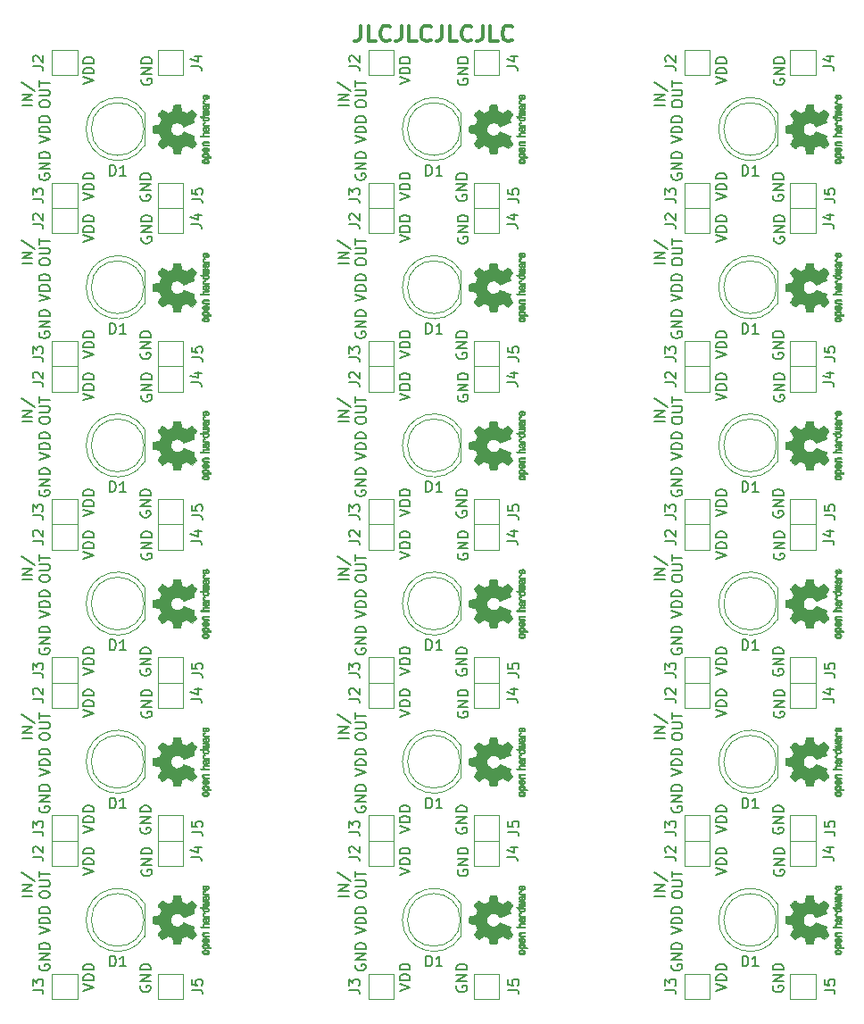
<source format=gbr>
%TF.GenerationSoftware,KiCad,Pcbnew,5.1.6-c6e7f7d~87~ubuntu18.04.1*%
%TF.CreationDate,2020-08-12T19:32:08-03:00*%
%TF.ProjectId,irStrip_v1_panel,69725374-7269-4705-9f76-315f70616e65,Rev. 1.0.1*%
%TF.SameCoordinates,Original*%
%TF.FileFunction,Legend,Top*%
%TF.FilePolarity,Positive*%
%FSLAX46Y46*%
G04 Gerber Fmt 4.6, Leading zero omitted, Abs format (unit mm)*
G04 Created by KiCad (PCBNEW 5.1.6-c6e7f7d~87~ubuntu18.04.1) date 2020-08-12 19:32:08*
%MOMM*%
%LPD*%
G01*
G04 APERTURE LIST*
%ADD10C,0.300000*%
%ADD11C,0.150000*%
%ADD12C,0.120000*%
%ADD13C,0.010000*%
G04 APERTURE END LIST*
D10*
X140071428Y-53678571D02*
X140071428Y-54750000D01*
X140000000Y-54964285D01*
X139857142Y-55107142D01*
X139642857Y-55178571D01*
X139500000Y-55178571D01*
X141500000Y-55178571D02*
X140785714Y-55178571D01*
X140785714Y-53678571D01*
X142857142Y-55035714D02*
X142785714Y-55107142D01*
X142571428Y-55178571D01*
X142428571Y-55178571D01*
X142214285Y-55107142D01*
X142071428Y-54964285D01*
X142000000Y-54821428D01*
X141928571Y-54535714D01*
X141928571Y-54321428D01*
X142000000Y-54035714D01*
X142071428Y-53892857D01*
X142214285Y-53750000D01*
X142428571Y-53678571D01*
X142571428Y-53678571D01*
X142785714Y-53750000D01*
X142857142Y-53821428D01*
X143928571Y-53678571D02*
X143928571Y-54750000D01*
X143857142Y-54964285D01*
X143714285Y-55107142D01*
X143500000Y-55178571D01*
X143357142Y-55178571D01*
X145357142Y-55178571D02*
X144642857Y-55178571D01*
X144642857Y-53678571D01*
X146714285Y-55035714D02*
X146642857Y-55107142D01*
X146428571Y-55178571D01*
X146285714Y-55178571D01*
X146071428Y-55107142D01*
X145928571Y-54964285D01*
X145857142Y-54821428D01*
X145785714Y-54535714D01*
X145785714Y-54321428D01*
X145857142Y-54035714D01*
X145928571Y-53892857D01*
X146071428Y-53750000D01*
X146285714Y-53678571D01*
X146428571Y-53678571D01*
X146642857Y-53750000D01*
X146714285Y-53821428D01*
X147785714Y-53678571D02*
X147785714Y-54750000D01*
X147714285Y-54964285D01*
X147571428Y-55107142D01*
X147357142Y-55178571D01*
X147214285Y-55178571D01*
X149214285Y-55178571D02*
X148500000Y-55178571D01*
X148500000Y-53678571D01*
X150571428Y-55035714D02*
X150500000Y-55107142D01*
X150285714Y-55178571D01*
X150142857Y-55178571D01*
X149928571Y-55107142D01*
X149785714Y-54964285D01*
X149714285Y-54821428D01*
X149642857Y-54535714D01*
X149642857Y-54321428D01*
X149714285Y-54035714D01*
X149785714Y-53892857D01*
X149928571Y-53750000D01*
X150142857Y-53678571D01*
X150285714Y-53678571D01*
X150500000Y-53750000D01*
X150571428Y-53821428D01*
X151642857Y-53678571D02*
X151642857Y-54750000D01*
X151571428Y-54964285D01*
X151428571Y-55107142D01*
X151214285Y-55178571D01*
X151071428Y-55178571D01*
X153071428Y-55178571D02*
X152357142Y-55178571D01*
X152357142Y-53678571D01*
X154428571Y-55035714D02*
X154357142Y-55107142D01*
X154142857Y-55178571D01*
X154000000Y-55178571D01*
X153785714Y-55107142D01*
X153642857Y-54964285D01*
X153571428Y-54821428D01*
X153500000Y-54535714D01*
X153500000Y-54321428D01*
X153571428Y-54035714D01*
X153642857Y-53892857D01*
X153785714Y-53750000D01*
X154000000Y-53678571D01*
X154142857Y-53678571D01*
X154357142Y-53750000D01*
X154428571Y-53821428D01*
D11*
X169600000Y-142761904D02*
X169552380Y-142857142D01*
X169552380Y-143000000D01*
X169600000Y-143142857D01*
X169695238Y-143238095D01*
X169790476Y-143285714D01*
X169980952Y-143333333D01*
X170123809Y-143333333D01*
X170314285Y-143285714D01*
X170409523Y-143238095D01*
X170504761Y-143142857D01*
X170552380Y-143000000D01*
X170552380Y-142904761D01*
X170504761Y-142761904D01*
X170457142Y-142714285D01*
X170123809Y-142714285D01*
X170123809Y-142904761D01*
X170552380Y-142285714D02*
X169552380Y-142285714D01*
X170552380Y-141714285D01*
X169552380Y-141714285D01*
X170552380Y-141238095D02*
X169552380Y-141238095D01*
X169552380Y-141000000D01*
X169600000Y-140857142D01*
X169695238Y-140761904D01*
X169790476Y-140714285D01*
X169980952Y-140666666D01*
X170123809Y-140666666D01*
X170314285Y-140714285D01*
X170409523Y-140761904D01*
X170504761Y-140857142D01*
X170552380Y-141000000D01*
X170552380Y-141238095D01*
X168927380Y-136247619D02*
X167927380Y-136247619D01*
X168927380Y-135771428D02*
X167927380Y-135771428D01*
X168927380Y-135200000D01*
X167927380Y-135200000D01*
X167879761Y-134009523D02*
X169165476Y-134866666D01*
X169577380Y-136200000D02*
X169577380Y-136009523D01*
X169625000Y-135914285D01*
X169720238Y-135819047D01*
X169910714Y-135771428D01*
X170244047Y-135771428D01*
X170434523Y-135819047D01*
X170529761Y-135914285D01*
X170577380Y-136009523D01*
X170577380Y-136200000D01*
X170529761Y-136295238D01*
X170434523Y-136390476D01*
X170244047Y-136438095D01*
X169910714Y-136438095D01*
X169720238Y-136390476D01*
X169625000Y-136295238D01*
X169577380Y-136200000D01*
X169577380Y-135342857D02*
X170386904Y-135342857D01*
X170482142Y-135295238D01*
X170529761Y-135247619D01*
X170577380Y-135152380D01*
X170577380Y-134961904D01*
X170529761Y-134866666D01*
X170482142Y-134819047D01*
X170386904Y-134771428D01*
X169577380Y-134771428D01*
X169577380Y-134438095D02*
X169577380Y-133866666D01*
X170577380Y-134152380D02*
X169577380Y-134152380D01*
X179200000Y-144761904D02*
X179152380Y-144857142D01*
X179152380Y-145000000D01*
X179200000Y-145142857D01*
X179295238Y-145238095D01*
X179390476Y-145285714D01*
X179580952Y-145333333D01*
X179723809Y-145333333D01*
X179914285Y-145285714D01*
X180009523Y-145238095D01*
X180104761Y-145142857D01*
X180152380Y-145000000D01*
X180152380Y-144904761D01*
X180104761Y-144761904D01*
X180057142Y-144714285D01*
X179723809Y-144714285D01*
X179723809Y-144904761D01*
X180152380Y-144285714D02*
X179152380Y-144285714D01*
X180152380Y-143714285D01*
X179152380Y-143714285D01*
X180152380Y-143238095D02*
X179152380Y-143238095D01*
X179152380Y-143000000D01*
X179200000Y-142857142D01*
X179295238Y-142761904D01*
X179390476Y-142714285D01*
X179580952Y-142666666D01*
X179723809Y-142666666D01*
X179914285Y-142714285D01*
X180009523Y-142761904D01*
X180104761Y-142857142D01*
X180152380Y-143000000D01*
X180152380Y-143238095D01*
X173752380Y-145233333D02*
X174752380Y-144900000D01*
X173752380Y-144566666D01*
X174752380Y-144233333D02*
X173752380Y-144233333D01*
X173752380Y-143995238D01*
X173800000Y-143852380D01*
X173895238Y-143757142D01*
X173990476Y-143709523D01*
X174180952Y-143661904D01*
X174323809Y-143661904D01*
X174514285Y-143709523D01*
X174609523Y-143757142D01*
X174704761Y-143852380D01*
X174752380Y-143995238D01*
X174752380Y-144233333D01*
X174752380Y-143233333D02*
X173752380Y-143233333D01*
X173752380Y-142995238D01*
X173800000Y-142852380D01*
X173895238Y-142757142D01*
X173990476Y-142709523D01*
X174180952Y-142661904D01*
X174323809Y-142661904D01*
X174514285Y-142709523D01*
X174609523Y-142757142D01*
X174704761Y-142852380D01*
X174752380Y-142995238D01*
X174752380Y-143233333D01*
X169552380Y-139833333D02*
X170552380Y-139500000D01*
X169552380Y-139166666D01*
X170552380Y-138833333D02*
X169552380Y-138833333D01*
X169552380Y-138595238D01*
X169600000Y-138452380D01*
X169695238Y-138357142D01*
X169790476Y-138309523D01*
X169980952Y-138261904D01*
X170123809Y-138261904D01*
X170314285Y-138309523D01*
X170409523Y-138357142D01*
X170504761Y-138452380D01*
X170552380Y-138595238D01*
X170552380Y-138833333D01*
X170552380Y-137833333D02*
X169552380Y-137833333D01*
X169552380Y-137595238D01*
X169600000Y-137452380D01*
X169695238Y-137357142D01*
X169790476Y-137309523D01*
X169980952Y-137261904D01*
X170123809Y-137261904D01*
X170314285Y-137309523D01*
X170409523Y-137357142D01*
X170504761Y-137452380D01*
X170552380Y-137595238D01*
X170552380Y-137833333D01*
X179300000Y-133761904D02*
X179252380Y-133857142D01*
X179252380Y-134000000D01*
X179300000Y-134142857D01*
X179395238Y-134238095D01*
X179490476Y-134285714D01*
X179680952Y-134333333D01*
X179823809Y-134333333D01*
X180014285Y-134285714D01*
X180109523Y-134238095D01*
X180204761Y-134142857D01*
X180252380Y-134000000D01*
X180252380Y-133904761D01*
X180204761Y-133761904D01*
X180157142Y-133714285D01*
X179823809Y-133714285D01*
X179823809Y-133904761D01*
X180252380Y-133285714D02*
X179252380Y-133285714D01*
X180252380Y-132714285D01*
X179252380Y-132714285D01*
X180252380Y-132238095D02*
X179252380Y-132238095D01*
X179252380Y-132000000D01*
X179300000Y-131857142D01*
X179395238Y-131761904D01*
X179490476Y-131714285D01*
X179680952Y-131666666D01*
X179823809Y-131666666D01*
X180014285Y-131714285D01*
X180109523Y-131761904D01*
X180204761Y-131857142D01*
X180252380Y-132000000D01*
X180252380Y-132238095D01*
X173752380Y-134233333D02*
X174752380Y-133900000D01*
X173752380Y-133566666D01*
X174752380Y-133233333D02*
X173752380Y-133233333D01*
X173752380Y-132995238D01*
X173800000Y-132852380D01*
X173895238Y-132757142D01*
X173990476Y-132709523D01*
X174180952Y-132661904D01*
X174323809Y-132661904D01*
X174514285Y-132709523D01*
X174609523Y-132757142D01*
X174704761Y-132852380D01*
X174752380Y-132995238D01*
X174752380Y-133233333D01*
X174752380Y-132233333D02*
X173752380Y-132233333D01*
X173752380Y-131995238D01*
X173800000Y-131852380D01*
X173895238Y-131757142D01*
X173990476Y-131709523D01*
X174180952Y-131661904D01*
X174323809Y-131661904D01*
X174514285Y-131709523D01*
X174609523Y-131757142D01*
X174704761Y-131852380D01*
X174752380Y-131995238D01*
X174752380Y-132233333D01*
X173752380Y-119233333D02*
X174752380Y-118900000D01*
X173752380Y-118566666D01*
X174752380Y-118233333D02*
X173752380Y-118233333D01*
X173752380Y-117995238D01*
X173800000Y-117852380D01*
X173895238Y-117757142D01*
X173990476Y-117709523D01*
X174180952Y-117661904D01*
X174323809Y-117661904D01*
X174514285Y-117709523D01*
X174609523Y-117757142D01*
X174704761Y-117852380D01*
X174752380Y-117995238D01*
X174752380Y-118233333D01*
X174752380Y-117233333D02*
X173752380Y-117233333D01*
X173752380Y-116995238D01*
X173800000Y-116852380D01*
X173895238Y-116757142D01*
X173990476Y-116709523D01*
X174180952Y-116661904D01*
X174323809Y-116661904D01*
X174514285Y-116709523D01*
X174609523Y-116757142D01*
X174704761Y-116852380D01*
X174752380Y-116995238D01*
X174752380Y-117233333D01*
X168927380Y-121247619D02*
X167927380Y-121247619D01*
X168927380Y-120771428D02*
X167927380Y-120771428D01*
X168927380Y-120200000D01*
X167927380Y-120200000D01*
X167879761Y-119009523D02*
X169165476Y-119866666D01*
X169577380Y-121200000D02*
X169577380Y-121009523D01*
X169625000Y-120914285D01*
X169720238Y-120819047D01*
X169910714Y-120771428D01*
X170244047Y-120771428D01*
X170434523Y-120819047D01*
X170529761Y-120914285D01*
X170577380Y-121009523D01*
X170577380Y-121200000D01*
X170529761Y-121295238D01*
X170434523Y-121390476D01*
X170244047Y-121438095D01*
X169910714Y-121438095D01*
X169720238Y-121390476D01*
X169625000Y-121295238D01*
X169577380Y-121200000D01*
X169577380Y-120342857D02*
X170386904Y-120342857D01*
X170482142Y-120295238D01*
X170529761Y-120247619D01*
X170577380Y-120152380D01*
X170577380Y-119961904D01*
X170529761Y-119866666D01*
X170482142Y-119819047D01*
X170386904Y-119771428D01*
X169577380Y-119771428D01*
X169577380Y-119438095D02*
X169577380Y-118866666D01*
X170577380Y-119152380D02*
X169577380Y-119152380D01*
X169600000Y-127761904D02*
X169552380Y-127857142D01*
X169552380Y-128000000D01*
X169600000Y-128142857D01*
X169695238Y-128238095D01*
X169790476Y-128285714D01*
X169980952Y-128333333D01*
X170123809Y-128333333D01*
X170314285Y-128285714D01*
X170409523Y-128238095D01*
X170504761Y-128142857D01*
X170552380Y-128000000D01*
X170552380Y-127904761D01*
X170504761Y-127761904D01*
X170457142Y-127714285D01*
X170123809Y-127714285D01*
X170123809Y-127904761D01*
X170552380Y-127285714D02*
X169552380Y-127285714D01*
X170552380Y-126714285D01*
X169552380Y-126714285D01*
X170552380Y-126238095D02*
X169552380Y-126238095D01*
X169552380Y-126000000D01*
X169600000Y-125857142D01*
X169695238Y-125761904D01*
X169790476Y-125714285D01*
X169980952Y-125666666D01*
X170123809Y-125666666D01*
X170314285Y-125714285D01*
X170409523Y-125761904D01*
X170504761Y-125857142D01*
X170552380Y-126000000D01*
X170552380Y-126238095D01*
X169552380Y-124833333D02*
X170552380Y-124500000D01*
X169552380Y-124166666D01*
X170552380Y-123833333D02*
X169552380Y-123833333D01*
X169552380Y-123595238D01*
X169600000Y-123452380D01*
X169695238Y-123357142D01*
X169790476Y-123309523D01*
X169980952Y-123261904D01*
X170123809Y-123261904D01*
X170314285Y-123309523D01*
X170409523Y-123357142D01*
X170504761Y-123452380D01*
X170552380Y-123595238D01*
X170552380Y-123833333D01*
X170552380Y-122833333D02*
X169552380Y-122833333D01*
X169552380Y-122595238D01*
X169600000Y-122452380D01*
X169695238Y-122357142D01*
X169790476Y-122309523D01*
X169980952Y-122261904D01*
X170123809Y-122261904D01*
X170314285Y-122309523D01*
X170409523Y-122357142D01*
X170504761Y-122452380D01*
X170552380Y-122595238D01*
X170552380Y-122833333D01*
X179300000Y-118761904D02*
X179252380Y-118857142D01*
X179252380Y-119000000D01*
X179300000Y-119142857D01*
X179395238Y-119238095D01*
X179490476Y-119285714D01*
X179680952Y-119333333D01*
X179823809Y-119333333D01*
X180014285Y-119285714D01*
X180109523Y-119238095D01*
X180204761Y-119142857D01*
X180252380Y-119000000D01*
X180252380Y-118904761D01*
X180204761Y-118761904D01*
X180157142Y-118714285D01*
X179823809Y-118714285D01*
X179823809Y-118904761D01*
X180252380Y-118285714D02*
X179252380Y-118285714D01*
X180252380Y-117714285D01*
X179252380Y-117714285D01*
X180252380Y-117238095D02*
X179252380Y-117238095D01*
X179252380Y-117000000D01*
X179300000Y-116857142D01*
X179395238Y-116761904D01*
X179490476Y-116714285D01*
X179680952Y-116666666D01*
X179823809Y-116666666D01*
X180014285Y-116714285D01*
X180109523Y-116761904D01*
X180204761Y-116857142D01*
X180252380Y-117000000D01*
X180252380Y-117238095D01*
X173752380Y-130233333D02*
X174752380Y-129900000D01*
X173752380Y-129566666D01*
X174752380Y-129233333D02*
X173752380Y-129233333D01*
X173752380Y-128995238D01*
X173800000Y-128852380D01*
X173895238Y-128757142D01*
X173990476Y-128709523D01*
X174180952Y-128661904D01*
X174323809Y-128661904D01*
X174514285Y-128709523D01*
X174609523Y-128757142D01*
X174704761Y-128852380D01*
X174752380Y-128995238D01*
X174752380Y-129233333D01*
X174752380Y-128233333D02*
X173752380Y-128233333D01*
X173752380Y-127995238D01*
X173800000Y-127852380D01*
X173895238Y-127757142D01*
X173990476Y-127709523D01*
X174180952Y-127661904D01*
X174323809Y-127661904D01*
X174514285Y-127709523D01*
X174609523Y-127757142D01*
X174704761Y-127852380D01*
X174752380Y-127995238D01*
X174752380Y-128233333D01*
X179200000Y-129761904D02*
X179152380Y-129857142D01*
X179152380Y-130000000D01*
X179200000Y-130142857D01*
X179295238Y-130238095D01*
X179390476Y-130285714D01*
X179580952Y-130333333D01*
X179723809Y-130333333D01*
X179914285Y-130285714D01*
X180009523Y-130238095D01*
X180104761Y-130142857D01*
X180152380Y-130000000D01*
X180152380Y-129904761D01*
X180104761Y-129761904D01*
X180057142Y-129714285D01*
X179723809Y-129714285D01*
X179723809Y-129904761D01*
X180152380Y-129285714D02*
X179152380Y-129285714D01*
X180152380Y-128714285D01*
X179152380Y-128714285D01*
X180152380Y-128238095D02*
X179152380Y-128238095D01*
X179152380Y-128000000D01*
X179200000Y-127857142D01*
X179295238Y-127761904D01*
X179390476Y-127714285D01*
X179580952Y-127666666D01*
X179723809Y-127666666D01*
X179914285Y-127714285D01*
X180009523Y-127761904D01*
X180104761Y-127857142D01*
X180152380Y-128000000D01*
X180152380Y-128238095D01*
X168927380Y-106247619D02*
X167927380Y-106247619D01*
X168927380Y-105771428D02*
X167927380Y-105771428D01*
X168927380Y-105200000D01*
X167927380Y-105200000D01*
X167879761Y-104009523D02*
X169165476Y-104866666D01*
X169577380Y-106200000D02*
X169577380Y-106009523D01*
X169625000Y-105914285D01*
X169720238Y-105819047D01*
X169910714Y-105771428D01*
X170244047Y-105771428D01*
X170434523Y-105819047D01*
X170529761Y-105914285D01*
X170577380Y-106009523D01*
X170577380Y-106200000D01*
X170529761Y-106295238D01*
X170434523Y-106390476D01*
X170244047Y-106438095D01*
X169910714Y-106438095D01*
X169720238Y-106390476D01*
X169625000Y-106295238D01*
X169577380Y-106200000D01*
X169577380Y-105342857D02*
X170386904Y-105342857D01*
X170482142Y-105295238D01*
X170529761Y-105247619D01*
X170577380Y-105152380D01*
X170577380Y-104961904D01*
X170529761Y-104866666D01*
X170482142Y-104819047D01*
X170386904Y-104771428D01*
X169577380Y-104771428D01*
X169577380Y-104438095D02*
X169577380Y-103866666D01*
X170577380Y-104152380D02*
X169577380Y-104152380D01*
X173752380Y-115233333D02*
X174752380Y-114900000D01*
X173752380Y-114566666D01*
X174752380Y-114233333D02*
X173752380Y-114233333D01*
X173752380Y-113995238D01*
X173800000Y-113852380D01*
X173895238Y-113757142D01*
X173990476Y-113709523D01*
X174180952Y-113661904D01*
X174323809Y-113661904D01*
X174514285Y-113709523D01*
X174609523Y-113757142D01*
X174704761Y-113852380D01*
X174752380Y-113995238D01*
X174752380Y-114233333D01*
X174752380Y-113233333D02*
X173752380Y-113233333D01*
X173752380Y-112995238D01*
X173800000Y-112852380D01*
X173895238Y-112757142D01*
X173990476Y-112709523D01*
X174180952Y-112661904D01*
X174323809Y-112661904D01*
X174514285Y-112709523D01*
X174609523Y-112757142D01*
X174704761Y-112852380D01*
X174752380Y-112995238D01*
X174752380Y-113233333D01*
X169600000Y-112761904D02*
X169552380Y-112857142D01*
X169552380Y-113000000D01*
X169600000Y-113142857D01*
X169695238Y-113238095D01*
X169790476Y-113285714D01*
X169980952Y-113333333D01*
X170123809Y-113333333D01*
X170314285Y-113285714D01*
X170409523Y-113238095D01*
X170504761Y-113142857D01*
X170552380Y-113000000D01*
X170552380Y-112904761D01*
X170504761Y-112761904D01*
X170457142Y-112714285D01*
X170123809Y-112714285D01*
X170123809Y-112904761D01*
X170552380Y-112285714D02*
X169552380Y-112285714D01*
X170552380Y-111714285D01*
X169552380Y-111714285D01*
X170552380Y-111238095D02*
X169552380Y-111238095D01*
X169552380Y-111000000D01*
X169600000Y-110857142D01*
X169695238Y-110761904D01*
X169790476Y-110714285D01*
X169980952Y-110666666D01*
X170123809Y-110666666D01*
X170314285Y-110714285D01*
X170409523Y-110761904D01*
X170504761Y-110857142D01*
X170552380Y-111000000D01*
X170552380Y-111238095D01*
X169552380Y-109833333D02*
X170552380Y-109500000D01*
X169552380Y-109166666D01*
X170552380Y-108833333D02*
X169552380Y-108833333D01*
X169552380Y-108595238D01*
X169600000Y-108452380D01*
X169695238Y-108357142D01*
X169790476Y-108309523D01*
X169980952Y-108261904D01*
X170123809Y-108261904D01*
X170314285Y-108309523D01*
X170409523Y-108357142D01*
X170504761Y-108452380D01*
X170552380Y-108595238D01*
X170552380Y-108833333D01*
X170552380Y-107833333D02*
X169552380Y-107833333D01*
X169552380Y-107595238D01*
X169600000Y-107452380D01*
X169695238Y-107357142D01*
X169790476Y-107309523D01*
X169980952Y-107261904D01*
X170123809Y-107261904D01*
X170314285Y-107309523D01*
X170409523Y-107357142D01*
X170504761Y-107452380D01*
X170552380Y-107595238D01*
X170552380Y-107833333D01*
X179300000Y-103761904D02*
X179252380Y-103857142D01*
X179252380Y-104000000D01*
X179300000Y-104142857D01*
X179395238Y-104238095D01*
X179490476Y-104285714D01*
X179680952Y-104333333D01*
X179823809Y-104333333D01*
X180014285Y-104285714D01*
X180109523Y-104238095D01*
X180204761Y-104142857D01*
X180252380Y-104000000D01*
X180252380Y-103904761D01*
X180204761Y-103761904D01*
X180157142Y-103714285D01*
X179823809Y-103714285D01*
X179823809Y-103904761D01*
X180252380Y-103285714D02*
X179252380Y-103285714D01*
X180252380Y-102714285D01*
X179252380Y-102714285D01*
X180252380Y-102238095D02*
X179252380Y-102238095D01*
X179252380Y-102000000D01*
X179300000Y-101857142D01*
X179395238Y-101761904D01*
X179490476Y-101714285D01*
X179680952Y-101666666D01*
X179823809Y-101666666D01*
X180014285Y-101714285D01*
X180109523Y-101761904D01*
X180204761Y-101857142D01*
X180252380Y-102000000D01*
X180252380Y-102238095D01*
X179200000Y-114761904D02*
X179152380Y-114857142D01*
X179152380Y-115000000D01*
X179200000Y-115142857D01*
X179295238Y-115238095D01*
X179390476Y-115285714D01*
X179580952Y-115333333D01*
X179723809Y-115333333D01*
X179914285Y-115285714D01*
X180009523Y-115238095D01*
X180104761Y-115142857D01*
X180152380Y-115000000D01*
X180152380Y-114904761D01*
X180104761Y-114761904D01*
X180057142Y-114714285D01*
X179723809Y-114714285D01*
X179723809Y-114904761D01*
X180152380Y-114285714D02*
X179152380Y-114285714D01*
X180152380Y-113714285D01*
X179152380Y-113714285D01*
X180152380Y-113238095D02*
X179152380Y-113238095D01*
X179152380Y-113000000D01*
X179200000Y-112857142D01*
X179295238Y-112761904D01*
X179390476Y-112714285D01*
X179580952Y-112666666D01*
X179723809Y-112666666D01*
X179914285Y-112714285D01*
X180009523Y-112761904D01*
X180104761Y-112857142D01*
X180152380Y-113000000D01*
X180152380Y-113238095D01*
X173752380Y-89233333D02*
X174752380Y-88900000D01*
X173752380Y-88566666D01*
X174752380Y-88233333D02*
X173752380Y-88233333D01*
X173752380Y-87995238D01*
X173800000Y-87852380D01*
X173895238Y-87757142D01*
X173990476Y-87709523D01*
X174180952Y-87661904D01*
X174323809Y-87661904D01*
X174514285Y-87709523D01*
X174609523Y-87757142D01*
X174704761Y-87852380D01*
X174752380Y-87995238D01*
X174752380Y-88233333D01*
X174752380Y-87233333D02*
X173752380Y-87233333D01*
X173752380Y-86995238D01*
X173800000Y-86852380D01*
X173895238Y-86757142D01*
X173990476Y-86709523D01*
X174180952Y-86661904D01*
X174323809Y-86661904D01*
X174514285Y-86709523D01*
X174609523Y-86757142D01*
X174704761Y-86852380D01*
X174752380Y-86995238D01*
X174752380Y-87233333D01*
X173752380Y-100233333D02*
X174752380Y-99900000D01*
X173752380Y-99566666D01*
X174752380Y-99233333D02*
X173752380Y-99233333D01*
X173752380Y-98995238D01*
X173800000Y-98852380D01*
X173895238Y-98757142D01*
X173990476Y-98709523D01*
X174180952Y-98661904D01*
X174323809Y-98661904D01*
X174514285Y-98709523D01*
X174609523Y-98757142D01*
X174704761Y-98852380D01*
X174752380Y-98995238D01*
X174752380Y-99233333D01*
X174752380Y-98233333D02*
X173752380Y-98233333D01*
X173752380Y-97995238D01*
X173800000Y-97852380D01*
X173895238Y-97757142D01*
X173990476Y-97709523D01*
X174180952Y-97661904D01*
X174323809Y-97661904D01*
X174514285Y-97709523D01*
X174609523Y-97757142D01*
X174704761Y-97852380D01*
X174752380Y-97995238D01*
X174752380Y-98233333D01*
X169552380Y-94833333D02*
X170552380Y-94500000D01*
X169552380Y-94166666D01*
X170552380Y-93833333D02*
X169552380Y-93833333D01*
X169552380Y-93595238D01*
X169600000Y-93452380D01*
X169695238Y-93357142D01*
X169790476Y-93309523D01*
X169980952Y-93261904D01*
X170123809Y-93261904D01*
X170314285Y-93309523D01*
X170409523Y-93357142D01*
X170504761Y-93452380D01*
X170552380Y-93595238D01*
X170552380Y-93833333D01*
X170552380Y-92833333D02*
X169552380Y-92833333D01*
X169552380Y-92595238D01*
X169600000Y-92452380D01*
X169695238Y-92357142D01*
X169790476Y-92309523D01*
X169980952Y-92261904D01*
X170123809Y-92261904D01*
X170314285Y-92309523D01*
X170409523Y-92357142D01*
X170504761Y-92452380D01*
X170552380Y-92595238D01*
X170552380Y-92833333D01*
X179300000Y-88761904D02*
X179252380Y-88857142D01*
X179252380Y-89000000D01*
X179300000Y-89142857D01*
X179395238Y-89238095D01*
X179490476Y-89285714D01*
X179680952Y-89333333D01*
X179823809Y-89333333D01*
X180014285Y-89285714D01*
X180109523Y-89238095D01*
X180204761Y-89142857D01*
X180252380Y-89000000D01*
X180252380Y-88904761D01*
X180204761Y-88761904D01*
X180157142Y-88714285D01*
X179823809Y-88714285D01*
X179823809Y-88904761D01*
X180252380Y-88285714D02*
X179252380Y-88285714D01*
X180252380Y-87714285D01*
X179252380Y-87714285D01*
X180252380Y-87238095D02*
X179252380Y-87238095D01*
X179252380Y-87000000D01*
X179300000Y-86857142D01*
X179395238Y-86761904D01*
X179490476Y-86714285D01*
X179680952Y-86666666D01*
X179823809Y-86666666D01*
X180014285Y-86714285D01*
X180109523Y-86761904D01*
X180204761Y-86857142D01*
X180252380Y-87000000D01*
X180252380Y-87238095D01*
X168927380Y-91247619D02*
X167927380Y-91247619D01*
X168927380Y-90771428D02*
X167927380Y-90771428D01*
X168927380Y-90200000D01*
X167927380Y-90200000D01*
X167879761Y-89009523D02*
X169165476Y-89866666D01*
X169577380Y-91200000D02*
X169577380Y-91009523D01*
X169625000Y-90914285D01*
X169720238Y-90819047D01*
X169910714Y-90771428D01*
X170244047Y-90771428D01*
X170434523Y-90819047D01*
X170529761Y-90914285D01*
X170577380Y-91009523D01*
X170577380Y-91200000D01*
X170529761Y-91295238D01*
X170434523Y-91390476D01*
X170244047Y-91438095D01*
X169910714Y-91438095D01*
X169720238Y-91390476D01*
X169625000Y-91295238D01*
X169577380Y-91200000D01*
X169577380Y-90342857D02*
X170386904Y-90342857D01*
X170482142Y-90295238D01*
X170529761Y-90247619D01*
X170577380Y-90152380D01*
X170577380Y-89961904D01*
X170529761Y-89866666D01*
X170482142Y-89819047D01*
X170386904Y-89771428D01*
X169577380Y-89771428D01*
X169577380Y-89438095D02*
X169577380Y-88866666D01*
X170577380Y-89152380D02*
X169577380Y-89152380D01*
X169600000Y-97761904D02*
X169552380Y-97857142D01*
X169552380Y-98000000D01*
X169600000Y-98142857D01*
X169695238Y-98238095D01*
X169790476Y-98285714D01*
X169980952Y-98333333D01*
X170123809Y-98333333D01*
X170314285Y-98285714D01*
X170409523Y-98238095D01*
X170504761Y-98142857D01*
X170552380Y-98000000D01*
X170552380Y-97904761D01*
X170504761Y-97761904D01*
X170457142Y-97714285D01*
X170123809Y-97714285D01*
X170123809Y-97904761D01*
X170552380Y-97285714D02*
X169552380Y-97285714D01*
X170552380Y-96714285D01*
X169552380Y-96714285D01*
X170552380Y-96238095D02*
X169552380Y-96238095D01*
X169552380Y-96000000D01*
X169600000Y-95857142D01*
X169695238Y-95761904D01*
X169790476Y-95714285D01*
X169980952Y-95666666D01*
X170123809Y-95666666D01*
X170314285Y-95714285D01*
X170409523Y-95761904D01*
X170504761Y-95857142D01*
X170552380Y-96000000D01*
X170552380Y-96238095D01*
X179200000Y-99761904D02*
X179152380Y-99857142D01*
X179152380Y-100000000D01*
X179200000Y-100142857D01*
X179295238Y-100238095D01*
X179390476Y-100285714D01*
X179580952Y-100333333D01*
X179723809Y-100333333D01*
X179914285Y-100285714D01*
X180009523Y-100238095D01*
X180104761Y-100142857D01*
X180152380Y-100000000D01*
X180152380Y-99904761D01*
X180104761Y-99761904D01*
X180057142Y-99714285D01*
X179723809Y-99714285D01*
X179723809Y-99904761D01*
X180152380Y-99285714D02*
X179152380Y-99285714D01*
X180152380Y-98714285D01*
X179152380Y-98714285D01*
X180152380Y-98238095D02*
X179152380Y-98238095D01*
X179152380Y-98000000D01*
X179200000Y-97857142D01*
X179295238Y-97761904D01*
X179390476Y-97714285D01*
X179580952Y-97666666D01*
X179723809Y-97666666D01*
X179914285Y-97714285D01*
X180009523Y-97761904D01*
X180104761Y-97857142D01*
X180152380Y-98000000D01*
X180152380Y-98238095D01*
X173752380Y-104233333D02*
X174752380Y-103900000D01*
X173752380Y-103566666D01*
X174752380Y-103233333D02*
X173752380Y-103233333D01*
X173752380Y-102995238D01*
X173800000Y-102852380D01*
X173895238Y-102757142D01*
X173990476Y-102709523D01*
X174180952Y-102661904D01*
X174323809Y-102661904D01*
X174514285Y-102709523D01*
X174609523Y-102757142D01*
X174704761Y-102852380D01*
X174752380Y-102995238D01*
X174752380Y-103233333D01*
X174752380Y-102233333D02*
X173752380Y-102233333D01*
X173752380Y-101995238D01*
X173800000Y-101852380D01*
X173895238Y-101757142D01*
X173990476Y-101709523D01*
X174180952Y-101661904D01*
X174323809Y-101661904D01*
X174514285Y-101709523D01*
X174609523Y-101757142D01*
X174704761Y-101852380D01*
X174752380Y-101995238D01*
X174752380Y-102233333D01*
X179200000Y-84761904D02*
X179152380Y-84857142D01*
X179152380Y-85000000D01*
X179200000Y-85142857D01*
X179295238Y-85238095D01*
X179390476Y-85285714D01*
X179580952Y-85333333D01*
X179723809Y-85333333D01*
X179914285Y-85285714D01*
X180009523Y-85238095D01*
X180104761Y-85142857D01*
X180152380Y-85000000D01*
X180152380Y-84904761D01*
X180104761Y-84761904D01*
X180057142Y-84714285D01*
X179723809Y-84714285D01*
X179723809Y-84904761D01*
X180152380Y-84285714D02*
X179152380Y-84285714D01*
X180152380Y-83714285D01*
X179152380Y-83714285D01*
X180152380Y-83238095D02*
X179152380Y-83238095D01*
X179152380Y-83000000D01*
X179200000Y-82857142D01*
X179295238Y-82761904D01*
X179390476Y-82714285D01*
X179580952Y-82666666D01*
X179723809Y-82666666D01*
X179914285Y-82714285D01*
X180009523Y-82761904D01*
X180104761Y-82857142D01*
X180152380Y-83000000D01*
X180152380Y-83238095D01*
X169552380Y-79833333D02*
X170552380Y-79500000D01*
X169552380Y-79166666D01*
X170552380Y-78833333D02*
X169552380Y-78833333D01*
X169552380Y-78595238D01*
X169600000Y-78452380D01*
X169695238Y-78357142D01*
X169790476Y-78309523D01*
X169980952Y-78261904D01*
X170123809Y-78261904D01*
X170314285Y-78309523D01*
X170409523Y-78357142D01*
X170504761Y-78452380D01*
X170552380Y-78595238D01*
X170552380Y-78833333D01*
X170552380Y-77833333D02*
X169552380Y-77833333D01*
X169552380Y-77595238D01*
X169600000Y-77452380D01*
X169695238Y-77357142D01*
X169790476Y-77309523D01*
X169980952Y-77261904D01*
X170123809Y-77261904D01*
X170314285Y-77309523D01*
X170409523Y-77357142D01*
X170504761Y-77452380D01*
X170552380Y-77595238D01*
X170552380Y-77833333D01*
X169600000Y-82761904D02*
X169552380Y-82857142D01*
X169552380Y-83000000D01*
X169600000Y-83142857D01*
X169695238Y-83238095D01*
X169790476Y-83285714D01*
X169980952Y-83333333D01*
X170123809Y-83333333D01*
X170314285Y-83285714D01*
X170409523Y-83238095D01*
X170504761Y-83142857D01*
X170552380Y-83000000D01*
X170552380Y-82904761D01*
X170504761Y-82761904D01*
X170457142Y-82714285D01*
X170123809Y-82714285D01*
X170123809Y-82904761D01*
X170552380Y-82285714D02*
X169552380Y-82285714D01*
X170552380Y-81714285D01*
X169552380Y-81714285D01*
X170552380Y-81238095D02*
X169552380Y-81238095D01*
X169552380Y-81000000D01*
X169600000Y-80857142D01*
X169695238Y-80761904D01*
X169790476Y-80714285D01*
X169980952Y-80666666D01*
X170123809Y-80666666D01*
X170314285Y-80714285D01*
X170409523Y-80761904D01*
X170504761Y-80857142D01*
X170552380Y-81000000D01*
X170552380Y-81238095D01*
X168927380Y-76247619D02*
X167927380Y-76247619D01*
X168927380Y-75771428D02*
X167927380Y-75771428D01*
X168927380Y-75200000D01*
X167927380Y-75200000D01*
X167879761Y-74009523D02*
X169165476Y-74866666D01*
X169577380Y-76200000D02*
X169577380Y-76009523D01*
X169625000Y-75914285D01*
X169720238Y-75819047D01*
X169910714Y-75771428D01*
X170244047Y-75771428D01*
X170434523Y-75819047D01*
X170529761Y-75914285D01*
X170577380Y-76009523D01*
X170577380Y-76200000D01*
X170529761Y-76295238D01*
X170434523Y-76390476D01*
X170244047Y-76438095D01*
X169910714Y-76438095D01*
X169720238Y-76390476D01*
X169625000Y-76295238D01*
X169577380Y-76200000D01*
X169577380Y-75342857D02*
X170386904Y-75342857D01*
X170482142Y-75295238D01*
X170529761Y-75247619D01*
X170577380Y-75152380D01*
X170577380Y-74961904D01*
X170529761Y-74866666D01*
X170482142Y-74819047D01*
X170386904Y-74771428D01*
X169577380Y-74771428D01*
X169577380Y-74438095D02*
X169577380Y-73866666D01*
X170577380Y-74152380D02*
X169577380Y-74152380D01*
X169552380Y-64833333D02*
X170552380Y-64500000D01*
X169552380Y-64166666D01*
X170552380Y-63833333D02*
X169552380Y-63833333D01*
X169552380Y-63595238D01*
X169600000Y-63452380D01*
X169695238Y-63357142D01*
X169790476Y-63309523D01*
X169980952Y-63261904D01*
X170123809Y-63261904D01*
X170314285Y-63309523D01*
X170409523Y-63357142D01*
X170504761Y-63452380D01*
X170552380Y-63595238D01*
X170552380Y-63833333D01*
X170552380Y-62833333D02*
X169552380Y-62833333D01*
X169552380Y-62595238D01*
X169600000Y-62452380D01*
X169695238Y-62357142D01*
X169790476Y-62309523D01*
X169980952Y-62261904D01*
X170123809Y-62261904D01*
X170314285Y-62309523D01*
X170409523Y-62357142D01*
X170504761Y-62452380D01*
X170552380Y-62595238D01*
X170552380Y-62833333D01*
X179300000Y-58761904D02*
X179252380Y-58857142D01*
X179252380Y-59000000D01*
X179300000Y-59142857D01*
X179395238Y-59238095D01*
X179490476Y-59285714D01*
X179680952Y-59333333D01*
X179823809Y-59333333D01*
X180014285Y-59285714D01*
X180109523Y-59238095D01*
X180204761Y-59142857D01*
X180252380Y-59000000D01*
X180252380Y-58904761D01*
X180204761Y-58761904D01*
X180157142Y-58714285D01*
X179823809Y-58714285D01*
X179823809Y-58904761D01*
X180252380Y-58285714D02*
X179252380Y-58285714D01*
X180252380Y-57714285D01*
X179252380Y-57714285D01*
X180252380Y-57238095D02*
X179252380Y-57238095D01*
X179252380Y-57000000D01*
X179300000Y-56857142D01*
X179395238Y-56761904D01*
X179490476Y-56714285D01*
X179680952Y-56666666D01*
X179823809Y-56666666D01*
X180014285Y-56714285D01*
X180109523Y-56761904D01*
X180204761Y-56857142D01*
X180252380Y-57000000D01*
X180252380Y-57238095D01*
X173752380Y-70233333D02*
X174752380Y-69900000D01*
X173752380Y-69566666D01*
X174752380Y-69233333D02*
X173752380Y-69233333D01*
X173752380Y-68995238D01*
X173800000Y-68852380D01*
X173895238Y-68757142D01*
X173990476Y-68709523D01*
X174180952Y-68661904D01*
X174323809Y-68661904D01*
X174514285Y-68709523D01*
X174609523Y-68757142D01*
X174704761Y-68852380D01*
X174752380Y-68995238D01*
X174752380Y-69233333D01*
X174752380Y-68233333D02*
X173752380Y-68233333D01*
X173752380Y-67995238D01*
X173800000Y-67852380D01*
X173895238Y-67757142D01*
X173990476Y-67709523D01*
X174180952Y-67661904D01*
X174323809Y-67661904D01*
X174514285Y-67709523D01*
X174609523Y-67757142D01*
X174704761Y-67852380D01*
X174752380Y-67995238D01*
X174752380Y-68233333D01*
X169600000Y-67761904D02*
X169552380Y-67857142D01*
X169552380Y-68000000D01*
X169600000Y-68142857D01*
X169695238Y-68238095D01*
X169790476Y-68285714D01*
X169980952Y-68333333D01*
X170123809Y-68333333D01*
X170314285Y-68285714D01*
X170409523Y-68238095D01*
X170504761Y-68142857D01*
X170552380Y-68000000D01*
X170552380Y-67904761D01*
X170504761Y-67761904D01*
X170457142Y-67714285D01*
X170123809Y-67714285D01*
X170123809Y-67904761D01*
X170552380Y-67285714D02*
X169552380Y-67285714D01*
X170552380Y-66714285D01*
X169552380Y-66714285D01*
X170552380Y-66238095D02*
X169552380Y-66238095D01*
X169552380Y-66000000D01*
X169600000Y-65857142D01*
X169695238Y-65761904D01*
X169790476Y-65714285D01*
X169980952Y-65666666D01*
X170123809Y-65666666D01*
X170314285Y-65714285D01*
X170409523Y-65761904D01*
X170504761Y-65857142D01*
X170552380Y-66000000D01*
X170552380Y-66238095D01*
X173752380Y-74233333D02*
X174752380Y-73900000D01*
X173752380Y-73566666D01*
X174752380Y-73233333D02*
X173752380Y-73233333D01*
X173752380Y-72995238D01*
X173800000Y-72852380D01*
X173895238Y-72757142D01*
X173990476Y-72709523D01*
X174180952Y-72661904D01*
X174323809Y-72661904D01*
X174514285Y-72709523D01*
X174609523Y-72757142D01*
X174704761Y-72852380D01*
X174752380Y-72995238D01*
X174752380Y-73233333D01*
X174752380Y-72233333D02*
X173752380Y-72233333D01*
X173752380Y-71995238D01*
X173800000Y-71852380D01*
X173895238Y-71757142D01*
X173990476Y-71709523D01*
X174180952Y-71661904D01*
X174323809Y-71661904D01*
X174514285Y-71709523D01*
X174609523Y-71757142D01*
X174704761Y-71852380D01*
X174752380Y-71995238D01*
X174752380Y-72233333D01*
X168927380Y-61247619D02*
X167927380Y-61247619D01*
X168927380Y-60771428D02*
X167927380Y-60771428D01*
X168927380Y-60200000D01*
X167927380Y-60200000D01*
X167879761Y-59009523D02*
X169165476Y-59866666D01*
X169577380Y-61200000D02*
X169577380Y-61009523D01*
X169625000Y-60914285D01*
X169720238Y-60819047D01*
X169910714Y-60771428D01*
X170244047Y-60771428D01*
X170434523Y-60819047D01*
X170529761Y-60914285D01*
X170577380Y-61009523D01*
X170577380Y-61200000D01*
X170529761Y-61295238D01*
X170434523Y-61390476D01*
X170244047Y-61438095D01*
X169910714Y-61438095D01*
X169720238Y-61390476D01*
X169625000Y-61295238D01*
X169577380Y-61200000D01*
X169577380Y-60342857D02*
X170386904Y-60342857D01*
X170482142Y-60295238D01*
X170529761Y-60247619D01*
X170577380Y-60152380D01*
X170577380Y-59961904D01*
X170529761Y-59866666D01*
X170482142Y-59819047D01*
X170386904Y-59771428D01*
X169577380Y-59771428D01*
X169577380Y-59438095D02*
X169577380Y-58866666D01*
X170577380Y-59152380D02*
X169577380Y-59152380D01*
X179200000Y-69761904D02*
X179152380Y-69857142D01*
X179152380Y-70000000D01*
X179200000Y-70142857D01*
X179295238Y-70238095D01*
X179390476Y-70285714D01*
X179580952Y-70333333D01*
X179723809Y-70333333D01*
X179914285Y-70285714D01*
X180009523Y-70238095D01*
X180104761Y-70142857D01*
X180152380Y-70000000D01*
X180152380Y-69904761D01*
X180104761Y-69761904D01*
X180057142Y-69714285D01*
X179723809Y-69714285D01*
X179723809Y-69904761D01*
X180152380Y-69285714D02*
X179152380Y-69285714D01*
X180152380Y-68714285D01*
X179152380Y-68714285D01*
X180152380Y-68238095D02*
X179152380Y-68238095D01*
X179152380Y-68000000D01*
X179200000Y-67857142D01*
X179295238Y-67761904D01*
X179390476Y-67714285D01*
X179580952Y-67666666D01*
X179723809Y-67666666D01*
X179914285Y-67714285D01*
X180009523Y-67761904D01*
X180104761Y-67857142D01*
X180152380Y-68000000D01*
X180152380Y-68238095D01*
X179300000Y-73761904D02*
X179252380Y-73857142D01*
X179252380Y-74000000D01*
X179300000Y-74142857D01*
X179395238Y-74238095D01*
X179490476Y-74285714D01*
X179680952Y-74333333D01*
X179823809Y-74333333D01*
X180014285Y-74285714D01*
X180109523Y-74238095D01*
X180204761Y-74142857D01*
X180252380Y-74000000D01*
X180252380Y-73904761D01*
X180204761Y-73761904D01*
X180157142Y-73714285D01*
X179823809Y-73714285D01*
X179823809Y-73904761D01*
X180252380Y-73285714D02*
X179252380Y-73285714D01*
X180252380Y-72714285D01*
X179252380Y-72714285D01*
X180252380Y-72238095D02*
X179252380Y-72238095D01*
X179252380Y-72000000D01*
X179300000Y-71857142D01*
X179395238Y-71761904D01*
X179490476Y-71714285D01*
X179680952Y-71666666D01*
X179823809Y-71666666D01*
X180014285Y-71714285D01*
X180109523Y-71761904D01*
X180204761Y-71857142D01*
X180252380Y-72000000D01*
X180252380Y-72238095D01*
X173752380Y-85233333D02*
X174752380Y-84900000D01*
X173752380Y-84566666D01*
X174752380Y-84233333D02*
X173752380Y-84233333D01*
X173752380Y-83995238D01*
X173800000Y-83852380D01*
X173895238Y-83757142D01*
X173990476Y-83709523D01*
X174180952Y-83661904D01*
X174323809Y-83661904D01*
X174514285Y-83709523D01*
X174609523Y-83757142D01*
X174704761Y-83852380D01*
X174752380Y-83995238D01*
X174752380Y-84233333D01*
X174752380Y-83233333D02*
X173752380Y-83233333D01*
X173752380Y-82995238D01*
X173800000Y-82852380D01*
X173895238Y-82757142D01*
X173990476Y-82709523D01*
X174180952Y-82661904D01*
X174323809Y-82661904D01*
X174514285Y-82709523D01*
X174609523Y-82757142D01*
X174704761Y-82852380D01*
X174752380Y-82995238D01*
X174752380Y-83233333D01*
X173752380Y-59233333D02*
X174752380Y-58900000D01*
X173752380Y-58566666D01*
X174752380Y-58233333D02*
X173752380Y-58233333D01*
X173752380Y-57995238D01*
X173800000Y-57852380D01*
X173895238Y-57757142D01*
X173990476Y-57709523D01*
X174180952Y-57661904D01*
X174323809Y-57661904D01*
X174514285Y-57709523D01*
X174609523Y-57757142D01*
X174704761Y-57852380D01*
X174752380Y-57995238D01*
X174752380Y-58233333D01*
X174752380Y-57233333D02*
X173752380Y-57233333D01*
X173752380Y-56995238D01*
X173800000Y-56852380D01*
X173895238Y-56757142D01*
X173990476Y-56709523D01*
X174180952Y-56661904D01*
X174323809Y-56661904D01*
X174514285Y-56709523D01*
X174609523Y-56757142D01*
X174704761Y-56852380D01*
X174752380Y-56995238D01*
X174752380Y-57233333D01*
X139600000Y-142761904D02*
X139552380Y-142857142D01*
X139552380Y-143000000D01*
X139600000Y-143142857D01*
X139695238Y-143238095D01*
X139790476Y-143285714D01*
X139980952Y-143333333D01*
X140123809Y-143333333D01*
X140314285Y-143285714D01*
X140409523Y-143238095D01*
X140504761Y-143142857D01*
X140552380Y-143000000D01*
X140552380Y-142904761D01*
X140504761Y-142761904D01*
X140457142Y-142714285D01*
X140123809Y-142714285D01*
X140123809Y-142904761D01*
X140552380Y-142285714D02*
X139552380Y-142285714D01*
X140552380Y-141714285D01*
X139552380Y-141714285D01*
X140552380Y-141238095D02*
X139552380Y-141238095D01*
X139552380Y-141000000D01*
X139600000Y-140857142D01*
X139695238Y-140761904D01*
X139790476Y-140714285D01*
X139980952Y-140666666D01*
X140123809Y-140666666D01*
X140314285Y-140714285D01*
X140409523Y-140761904D01*
X140504761Y-140857142D01*
X140552380Y-141000000D01*
X140552380Y-141238095D01*
X138927380Y-136247619D02*
X137927380Y-136247619D01*
X138927380Y-135771428D02*
X137927380Y-135771428D01*
X138927380Y-135200000D01*
X137927380Y-135200000D01*
X137879761Y-134009523D02*
X139165476Y-134866666D01*
X139577380Y-136200000D02*
X139577380Y-136009523D01*
X139625000Y-135914285D01*
X139720238Y-135819047D01*
X139910714Y-135771428D01*
X140244047Y-135771428D01*
X140434523Y-135819047D01*
X140529761Y-135914285D01*
X140577380Y-136009523D01*
X140577380Y-136200000D01*
X140529761Y-136295238D01*
X140434523Y-136390476D01*
X140244047Y-136438095D01*
X139910714Y-136438095D01*
X139720238Y-136390476D01*
X139625000Y-136295238D01*
X139577380Y-136200000D01*
X139577380Y-135342857D02*
X140386904Y-135342857D01*
X140482142Y-135295238D01*
X140529761Y-135247619D01*
X140577380Y-135152380D01*
X140577380Y-134961904D01*
X140529761Y-134866666D01*
X140482142Y-134819047D01*
X140386904Y-134771428D01*
X139577380Y-134771428D01*
X139577380Y-134438095D02*
X139577380Y-133866666D01*
X140577380Y-134152380D02*
X139577380Y-134152380D01*
X149200000Y-144761904D02*
X149152380Y-144857142D01*
X149152380Y-145000000D01*
X149200000Y-145142857D01*
X149295238Y-145238095D01*
X149390476Y-145285714D01*
X149580952Y-145333333D01*
X149723809Y-145333333D01*
X149914285Y-145285714D01*
X150009523Y-145238095D01*
X150104761Y-145142857D01*
X150152380Y-145000000D01*
X150152380Y-144904761D01*
X150104761Y-144761904D01*
X150057142Y-144714285D01*
X149723809Y-144714285D01*
X149723809Y-144904761D01*
X150152380Y-144285714D02*
X149152380Y-144285714D01*
X150152380Y-143714285D01*
X149152380Y-143714285D01*
X150152380Y-143238095D02*
X149152380Y-143238095D01*
X149152380Y-143000000D01*
X149200000Y-142857142D01*
X149295238Y-142761904D01*
X149390476Y-142714285D01*
X149580952Y-142666666D01*
X149723809Y-142666666D01*
X149914285Y-142714285D01*
X150009523Y-142761904D01*
X150104761Y-142857142D01*
X150152380Y-143000000D01*
X150152380Y-143238095D01*
X143752380Y-145233333D02*
X144752380Y-144900000D01*
X143752380Y-144566666D01*
X144752380Y-144233333D02*
X143752380Y-144233333D01*
X143752380Y-143995238D01*
X143800000Y-143852380D01*
X143895238Y-143757142D01*
X143990476Y-143709523D01*
X144180952Y-143661904D01*
X144323809Y-143661904D01*
X144514285Y-143709523D01*
X144609523Y-143757142D01*
X144704761Y-143852380D01*
X144752380Y-143995238D01*
X144752380Y-144233333D01*
X144752380Y-143233333D02*
X143752380Y-143233333D01*
X143752380Y-142995238D01*
X143800000Y-142852380D01*
X143895238Y-142757142D01*
X143990476Y-142709523D01*
X144180952Y-142661904D01*
X144323809Y-142661904D01*
X144514285Y-142709523D01*
X144609523Y-142757142D01*
X144704761Y-142852380D01*
X144752380Y-142995238D01*
X144752380Y-143233333D01*
X139552380Y-139833333D02*
X140552380Y-139500000D01*
X139552380Y-139166666D01*
X140552380Y-138833333D02*
X139552380Y-138833333D01*
X139552380Y-138595238D01*
X139600000Y-138452380D01*
X139695238Y-138357142D01*
X139790476Y-138309523D01*
X139980952Y-138261904D01*
X140123809Y-138261904D01*
X140314285Y-138309523D01*
X140409523Y-138357142D01*
X140504761Y-138452380D01*
X140552380Y-138595238D01*
X140552380Y-138833333D01*
X140552380Y-137833333D02*
X139552380Y-137833333D01*
X139552380Y-137595238D01*
X139600000Y-137452380D01*
X139695238Y-137357142D01*
X139790476Y-137309523D01*
X139980952Y-137261904D01*
X140123809Y-137261904D01*
X140314285Y-137309523D01*
X140409523Y-137357142D01*
X140504761Y-137452380D01*
X140552380Y-137595238D01*
X140552380Y-137833333D01*
X149300000Y-133761904D02*
X149252380Y-133857142D01*
X149252380Y-134000000D01*
X149300000Y-134142857D01*
X149395238Y-134238095D01*
X149490476Y-134285714D01*
X149680952Y-134333333D01*
X149823809Y-134333333D01*
X150014285Y-134285714D01*
X150109523Y-134238095D01*
X150204761Y-134142857D01*
X150252380Y-134000000D01*
X150252380Y-133904761D01*
X150204761Y-133761904D01*
X150157142Y-133714285D01*
X149823809Y-133714285D01*
X149823809Y-133904761D01*
X150252380Y-133285714D02*
X149252380Y-133285714D01*
X150252380Y-132714285D01*
X149252380Y-132714285D01*
X150252380Y-132238095D02*
X149252380Y-132238095D01*
X149252380Y-132000000D01*
X149300000Y-131857142D01*
X149395238Y-131761904D01*
X149490476Y-131714285D01*
X149680952Y-131666666D01*
X149823809Y-131666666D01*
X150014285Y-131714285D01*
X150109523Y-131761904D01*
X150204761Y-131857142D01*
X150252380Y-132000000D01*
X150252380Y-132238095D01*
X143752380Y-134233333D02*
X144752380Y-133900000D01*
X143752380Y-133566666D01*
X144752380Y-133233333D02*
X143752380Y-133233333D01*
X143752380Y-132995238D01*
X143800000Y-132852380D01*
X143895238Y-132757142D01*
X143990476Y-132709523D01*
X144180952Y-132661904D01*
X144323809Y-132661904D01*
X144514285Y-132709523D01*
X144609523Y-132757142D01*
X144704761Y-132852380D01*
X144752380Y-132995238D01*
X144752380Y-133233333D01*
X144752380Y-132233333D02*
X143752380Y-132233333D01*
X143752380Y-131995238D01*
X143800000Y-131852380D01*
X143895238Y-131757142D01*
X143990476Y-131709523D01*
X144180952Y-131661904D01*
X144323809Y-131661904D01*
X144514285Y-131709523D01*
X144609523Y-131757142D01*
X144704761Y-131852380D01*
X144752380Y-131995238D01*
X144752380Y-132233333D01*
X143752380Y-119233333D02*
X144752380Y-118900000D01*
X143752380Y-118566666D01*
X144752380Y-118233333D02*
X143752380Y-118233333D01*
X143752380Y-117995238D01*
X143800000Y-117852380D01*
X143895238Y-117757142D01*
X143990476Y-117709523D01*
X144180952Y-117661904D01*
X144323809Y-117661904D01*
X144514285Y-117709523D01*
X144609523Y-117757142D01*
X144704761Y-117852380D01*
X144752380Y-117995238D01*
X144752380Y-118233333D01*
X144752380Y-117233333D02*
X143752380Y-117233333D01*
X143752380Y-116995238D01*
X143800000Y-116852380D01*
X143895238Y-116757142D01*
X143990476Y-116709523D01*
X144180952Y-116661904D01*
X144323809Y-116661904D01*
X144514285Y-116709523D01*
X144609523Y-116757142D01*
X144704761Y-116852380D01*
X144752380Y-116995238D01*
X144752380Y-117233333D01*
X138927380Y-121247619D02*
X137927380Y-121247619D01*
X138927380Y-120771428D02*
X137927380Y-120771428D01*
X138927380Y-120200000D01*
X137927380Y-120200000D01*
X137879761Y-119009523D02*
X139165476Y-119866666D01*
X139577380Y-121200000D02*
X139577380Y-121009523D01*
X139625000Y-120914285D01*
X139720238Y-120819047D01*
X139910714Y-120771428D01*
X140244047Y-120771428D01*
X140434523Y-120819047D01*
X140529761Y-120914285D01*
X140577380Y-121009523D01*
X140577380Y-121200000D01*
X140529761Y-121295238D01*
X140434523Y-121390476D01*
X140244047Y-121438095D01*
X139910714Y-121438095D01*
X139720238Y-121390476D01*
X139625000Y-121295238D01*
X139577380Y-121200000D01*
X139577380Y-120342857D02*
X140386904Y-120342857D01*
X140482142Y-120295238D01*
X140529761Y-120247619D01*
X140577380Y-120152380D01*
X140577380Y-119961904D01*
X140529761Y-119866666D01*
X140482142Y-119819047D01*
X140386904Y-119771428D01*
X139577380Y-119771428D01*
X139577380Y-119438095D02*
X139577380Y-118866666D01*
X140577380Y-119152380D02*
X139577380Y-119152380D01*
X139600000Y-127761904D02*
X139552380Y-127857142D01*
X139552380Y-128000000D01*
X139600000Y-128142857D01*
X139695238Y-128238095D01*
X139790476Y-128285714D01*
X139980952Y-128333333D01*
X140123809Y-128333333D01*
X140314285Y-128285714D01*
X140409523Y-128238095D01*
X140504761Y-128142857D01*
X140552380Y-128000000D01*
X140552380Y-127904761D01*
X140504761Y-127761904D01*
X140457142Y-127714285D01*
X140123809Y-127714285D01*
X140123809Y-127904761D01*
X140552380Y-127285714D02*
X139552380Y-127285714D01*
X140552380Y-126714285D01*
X139552380Y-126714285D01*
X140552380Y-126238095D02*
X139552380Y-126238095D01*
X139552380Y-126000000D01*
X139600000Y-125857142D01*
X139695238Y-125761904D01*
X139790476Y-125714285D01*
X139980952Y-125666666D01*
X140123809Y-125666666D01*
X140314285Y-125714285D01*
X140409523Y-125761904D01*
X140504761Y-125857142D01*
X140552380Y-126000000D01*
X140552380Y-126238095D01*
X139552380Y-124833333D02*
X140552380Y-124500000D01*
X139552380Y-124166666D01*
X140552380Y-123833333D02*
X139552380Y-123833333D01*
X139552380Y-123595238D01*
X139600000Y-123452380D01*
X139695238Y-123357142D01*
X139790476Y-123309523D01*
X139980952Y-123261904D01*
X140123809Y-123261904D01*
X140314285Y-123309523D01*
X140409523Y-123357142D01*
X140504761Y-123452380D01*
X140552380Y-123595238D01*
X140552380Y-123833333D01*
X140552380Y-122833333D02*
X139552380Y-122833333D01*
X139552380Y-122595238D01*
X139600000Y-122452380D01*
X139695238Y-122357142D01*
X139790476Y-122309523D01*
X139980952Y-122261904D01*
X140123809Y-122261904D01*
X140314285Y-122309523D01*
X140409523Y-122357142D01*
X140504761Y-122452380D01*
X140552380Y-122595238D01*
X140552380Y-122833333D01*
X149300000Y-118761904D02*
X149252380Y-118857142D01*
X149252380Y-119000000D01*
X149300000Y-119142857D01*
X149395238Y-119238095D01*
X149490476Y-119285714D01*
X149680952Y-119333333D01*
X149823809Y-119333333D01*
X150014285Y-119285714D01*
X150109523Y-119238095D01*
X150204761Y-119142857D01*
X150252380Y-119000000D01*
X150252380Y-118904761D01*
X150204761Y-118761904D01*
X150157142Y-118714285D01*
X149823809Y-118714285D01*
X149823809Y-118904761D01*
X150252380Y-118285714D02*
X149252380Y-118285714D01*
X150252380Y-117714285D01*
X149252380Y-117714285D01*
X150252380Y-117238095D02*
X149252380Y-117238095D01*
X149252380Y-117000000D01*
X149300000Y-116857142D01*
X149395238Y-116761904D01*
X149490476Y-116714285D01*
X149680952Y-116666666D01*
X149823809Y-116666666D01*
X150014285Y-116714285D01*
X150109523Y-116761904D01*
X150204761Y-116857142D01*
X150252380Y-117000000D01*
X150252380Y-117238095D01*
X143752380Y-130233333D02*
X144752380Y-129900000D01*
X143752380Y-129566666D01*
X144752380Y-129233333D02*
X143752380Y-129233333D01*
X143752380Y-128995238D01*
X143800000Y-128852380D01*
X143895238Y-128757142D01*
X143990476Y-128709523D01*
X144180952Y-128661904D01*
X144323809Y-128661904D01*
X144514285Y-128709523D01*
X144609523Y-128757142D01*
X144704761Y-128852380D01*
X144752380Y-128995238D01*
X144752380Y-129233333D01*
X144752380Y-128233333D02*
X143752380Y-128233333D01*
X143752380Y-127995238D01*
X143800000Y-127852380D01*
X143895238Y-127757142D01*
X143990476Y-127709523D01*
X144180952Y-127661904D01*
X144323809Y-127661904D01*
X144514285Y-127709523D01*
X144609523Y-127757142D01*
X144704761Y-127852380D01*
X144752380Y-127995238D01*
X144752380Y-128233333D01*
X149200000Y-129761904D02*
X149152380Y-129857142D01*
X149152380Y-130000000D01*
X149200000Y-130142857D01*
X149295238Y-130238095D01*
X149390476Y-130285714D01*
X149580952Y-130333333D01*
X149723809Y-130333333D01*
X149914285Y-130285714D01*
X150009523Y-130238095D01*
X150104761Y-130142857D01*
X150152380Y-130000000D01*
X150152380Y-129904761D01*
X150104761Y-129761904D01*
X150057142Y-129714285D01*
X149723809Y-129714285D01*
X149723809Y-129904761D01*
X150152380Y-129285714D02*
X149152380Y-129285714D01*
X150152380Y-128714285D01*
X149152380Y-128714285D01*
X150152380Y-128238095D02*
X149152380Y-128238095D01*
X149152380Y-128000000D01*
X149200000Y-127857142D01*
X149295238Y-127761904D01*
X149390476Y-127714285D01*
X149580952Y-127666666D01*
X149723809Y-127666666D01*
X149914285Y-127714285D01*
X150009523Y-127761904D01*
X150104761Y-127857142D01*
X150152380Y-128000000D01*
X150152380Y-128238095D01*
X138927380Y-106247619D02*
X137927380Y-106247619D01*
X138927380Y-105771428D02*
X137927380Y-105771428D01*
X138927380Y-105200000D01*
X137927380Y-105200000D01*
X137879761Y-104009523D02*
X139165476Y-104866666D01*
X139577380Y-106200000D02*
X139577380Y-106009523D01*
X139625000Y-105914285D01*
X139720238Y-105819047D01*
X139910714Y-105771428D01*
X140244047Y-105771428D01*
X140434523Y-105819047D01*
X140529761Y-105914285D01*
X140577380Y-106009523D01*
X140577380Y-106200000D01*
X140529761Y-106295238D01*
X140434523Y-106390476D01*
X140244047Y-106438095D01*
X139910714Y-106438095D01*
X139720238Y-106390476D01*
X139625000Y-106295238D01*
X139577380Y-106200000D01*
X139577380Y-105342857D02*
X140386904Y-105342857D01*
X140482142Y-105295238D01*
X140529761Y-105247619D01*
X140577380Y-105152380D01*
X140577380Y-104961904D01*
X140529761Y-104866666D01*
X140482142Y-104819047D01*
X140386904Y-104771428D01*
X139577380Y-104771428D01*
X139577380Y-104438095D02*
X139577380Y-103866666D01*
X140577380Y-104152380D02*
X139577380Y-104152380D01*
X143752380Y-115233333D02*
X144752380Y-114900000D01*
X143752380Y-114566666D01*
X144752380Y-114233333D02*
X143752380Y-114233333D01*
X143752380Y-113995238D01*
X143800000Y-113852380D01*
X143895238Y-113757142D01*
X143990476Y-113709523D01*
X144180952Y-113661904D01*
X144323809Y-113661904D01*
X144514285Y-113709523D01*
X144609523Y-113757142D01*
X144704761Y-113852380D01*
X144752380Y-113995238D01*
X144752380Y-114233333D01*
X144752380Y-113233333D02*
X143752380Y-113233333D01*
X143752380Y-112995238D01*
X143800000Y-112852380D01*
X143895238Y-112757142D01*
X143990476Y-112709523D01*
X144180952Y-112661904D01*
X144323809Y-112661904D01*
X144514285Y-112709523D01*
X144609523Y-112757142D01*
X144704761Y-112852380D01*
X144752380Y-112995238D01*
X144752380Y-113233333D01*
X139600000Y-112761904D02*
X139552380Y-112857142D01*
X139552380Y-113000000D01*
X139600000Y-113142857D01*
X139695238Y-113238095D01*
X139790476Y-113285714D01*
X139980952Y-113333333D01*
X140123809Y-113333333D01*
X140314285Y-113285714D01*
X140409523Y-113238095D01*
X140504761Y-113142857D01*
X140552380Y-113000000D01*
X140552380Y-112904761D01*
X140504761Y-112761904D01*
X140457142Y-112714285D01*
X140123809Y-112714285D01*
X140123809Y-112904761D01*
X140552380Y-112285714D02*
X139552380Y-112285714D01*
X140552380Y-111714285D01*
X139552380Y-111714285D01*
X140552380Y-111238095D02*
X139552380Y-111238095D01*
X139552380Y-111000000D01*
X139600000Y-110857142D01*
X139695238Y-110761904D01*
X139790476Y-110714285D01*
X139980952Y-110666666D01*
X140123809Y-110666666D01*
X140314285Y-110714285D01*
X140409523Y-110761904D01*
X140504761Y-110857142D01*
X140552380Y-111000000D01*
X140552380Y-111238095D01*
X139552380Y-109833333D02*
X140552380Y-109500000D01*
X139552380Y-109166666D01*
X140552380Y-108833333D02*
X139552380Y-108833333D01*
X139552380Y-108595238D01*
X139600000Y-108452380D01*
X139695238Y-108357142D01*
X139790476Y-108309523D01*
X139980952Y-108261904D01*
X140123809Y-108261904D01*
X140314285Y-108309523D01*
X140409523Y-108357142D01*
X140504761Y-108452380D01*
X140552380Y-108595238D01*
X140552380Y-108833333D01*
X140552380Y-107833333D02*
X139552380Y-107833333D01*
X139552380Y-107595238D01*
X139600000Y-107452380D01*
X139695238Y-107357142D01*
X139790476Y-107309523D01*
X139980952Y-107261904D01*
X140123809Y-107261904D01*
X140314285Y-107309523D01*
X140409523Y-107357142D01*
X140504761Y-107452380D01*
X140552380Y-107595238D01*
X140552380Y-107833333D01*
X149300000Y-103761904D02*
X149252380Y-103857142D01*
X149252380Y-104000000D01*
X149300000Y-104142857D01*
X149395238Y-104238095D01*
X149490476Y-104285714D01*
X149680952Y-104333333D01*
X149823809Y-104333333D01*
X150014285Y-104285714D01*
X150109523Y-104238095D01*
X150204761Y-104142857D01*
X150252380Y-104000000D01*
X150252380Y-103904761D01*
X150204761Y-103761904D01*
X150157142Y-103714285D01*
X149823809Y-103714285D01*
X149823809Y-103904761D01*
X150252380Y-103285714D02*
X149252380Y-103285714D01*
X150252380Y-102714285D01*
X149252380Y-102714285D01*
X150252380Y-102238095D02*
X149252380Y-102238095D01*
X149252380Y-102000000D01*
X149300000Y-101857142D01*
X149395238Y-101761904D01*
X149490476Y-101714285D01*
X149680952Y-101666666D01*
X149823809Y-101666666D01*
X150014285Y-101714285D01*
X150109523Y-101761904D01*
X150204761Y-101857142D01*
X150252380Y-102000000D01*
X150252380Y-102238095D01*
X149200000Y-114761904D02*
X149152380Y-114857142D01*
X149152380Y-115000000D01*
X149200000Y-115142857D01*
X149295238Y-115238095D01*
X149390476Y-115285714D01*
X149580952Y-115333333D01*
X149723809Y-115333333D01*
X149914285Y-115285714D01*
X150009523Y-115238095D01*
X150104761Y-115142857D01*
X150152380Y-115000000D01*
X150152380Y-114904761D01*
X150104761Y-114761904D01*
X150057142Y-114714285D01*
X149723809Y-114714285D01*
X149723809Y-114904761D01*
X150152380Y-114285714D02*
X149152380Y-114285714D01*
X150152380Y-113714285D01*
X149152380Y-113714285D01*
X150152380Y-113238095D02*
X149152380Y-113238095D01*
X149152380Y-113000000D01*
X149200000Y-112857142D01*
X149295238Y-112761904D01*
X149390476Y-112714285D01*
X149580952Y-112666666D01*
X149723809Y-112666666D01*
X149914285Y-112714285D01*
X150009523Y-112761904D01*
X150104761Y-112857142D01*
X150152380Y-113000000D01*
X150152380Y-113238095D01*
X143752380Y-89233333D02*
X144752380Y-88900000D01*
X143752380Y-88566666D01*
X144752380Y-88233333D02*
X143752380Y-88233333D01*
X143752380Y-87995238D01*
X143800000Y-87852380D01*
X143895238Y-87757142D01*
X143990476Y-87709523D01*
X144180952Y-87661904D01*
X144323809Y-87661904D01*
X144514285Y-87709523D01*
X144609523Y-87757142D01*
X144704761Y-87852380D01*
X144752380Y-87995238D01*
X144752380Y-88233333D01*
X144752380Y-87233333D02*
X143752380Y-87233333D01*
X143752380Y-86995238D01*
X143800000Y-86852380D01*
X143895238Y-86757142D01*
X143990476Y-86709523D01*
X144180952Y-86661904D01*
X144323809Y-86661904D01*
X144514285Y-86709523D01*
X144609523Y-86757142D01*
X144704761Y-86852380D01*
X144752380Y-86995238D01*
X144752380Y-87233333D01*
X143752380Y-100233333D02*
X144752380Y-99900000D01*
X143752380Y-99566666D01*
X144752380Y-99233333D02*
X143752380Y-99233333D01*
X143752380Y-98995238D01*
X143800000Y-98852380D01*
X143895238Y-98757142D01*
X143990476Y-98709523D01*
X144180952Y-98661904D01*
X144323809Y-98661904D01*
X144514285Y-98709523D01*
X144609523Y-98757142D01*
X144704761Y-98852380D01*
X144752380Y-98995238D01*
X144752380Y-99233333D01*
X144752380Y-98233333D02*
X143752380Y-98233333D01*
X143752380Y-97995238D01*
X143800000Y-97852380D01*
X143895238Y-97757142D01*
X143990476Y-97709523D01*
X144180952Y-97661904D01*
X144323809Y-97661904D01*
X144514285Y-97709523D01*
X144609523Y-97757142D01*
X144704761Y-97852380D01*
X144752380Y-97995238D01*
X144752380Y-98233333D01*
X139552380Y-94833333D02*
X140552380Y-94500000D01*
X139552380Y-94166666D01*
X140552380Y-93833333D02*
X139552380Y-93833333D01*
X139552380Y-93595238D01*
X139600000Y-93452380D01*
X139695238Y-93357142D01*
X139790476Y-93309523D01*
X139980952Y-93261904D01*
X140123809Y-93261904D01*
X140314285Y-93309523D01*
X140409523Y-93357142D01*
X140504761Y-93452380D01*
X140552380Y-93595238D01*
X140552380Y-93833333D01*
X140552380Y-92833333D02*
X139552380Y-92833333D01*
X139552380Y-92595238D01*
X139600000Y-92452380D01*
X139695238Y-92357142D01*
X139790476Y-92309523D01*
X139980952Y-92261904D01*
X140123809Y-92261904D01*
X140314285Y-92309523D01*
X140409523Y-92357142D01*
X140504761Y-92452380D01*
X140552380Y-92595238D01*
X140552380Y-92833333D01*
X149300000Y-88761904D02*
X149252380Y-88857142D01*
X149252380Y-89000000D01*
X149300000Y-89142857D01*
X149395238Y-89238095D01*
X149490476Y-89285714D01*
X149680952Y-89333333D01*
X149823809Y-89333333D01*
X150014285Y-89285714D01*
X150109523Y-89238095D01*
X150204761Y-89142857D01*
X150252380Y-89000000D01*
X150252380Y-88904761D01*
X150204761Y-88761904D01*
X150157142Y-88714285D01*
X149823809Y-88714285D01*
X149823809Y-88904761D01*
X150252380Y-88285714D02*
X149252380Y-88285714D01*
X150252380Y-87714285D01*
X149252380Y-87714285D01*
X150252380Y-87238095D02*
X149252380Y-87238095D01*
X149252380Y-87000000D01*
X149300000Y-86857142D01*
X149395238Y-86761904D01*
X149490476Y-86714285D01*
X149680952Y-86666666D01*
X149823809Y-86666666D01*
X150014285Y-86714285D01*
X150109523Y-86761904D01*
X150204761Y-86857142D01*
X150252380Y-87000000D01*
X150252380Y-87238095D01*
X138927380Y-91247619D02*
X137927380Y-91247619D01*
X138927380Y-90771428D02*
X137927380Y-90771428D01*
X138927380Y-90200000D01*
X137927380Y-90200000D01*
X137879761Y-89009523D02*
X139165476Y-89866666D01*
X139577380Y-91200000D02*
X139577380Y-91009523D01*
X139625000Y-90914285D01*
X139720238Y-90819047D01*
X139910714Y-90771428D01*
X140244047Y-90771428D01*
X140434523Y-90819047D01*
X140529761Y-90914285D01*
X140577380Y-91009523D01*
X140577380Y-91200000D01*
X140529761Y-91295238D01*
X140434523Y-91390476D01*
X140244047Y-91438095D01*
X139910714Y-91438095D01*
X139720238Y-91390476D01*
X139625000Y-91295238D01*
X139577380Y-91200000D01*
X139577380Y-90342857D02*
X140386904Y-90342857D01*
X140482142Y-90295238D01*
X140529761Y-90247619D01*
X140577380Y-90152380D01*
X140577380Y-89961904D01*
X140529761Y-89866666D01*
X140482142Y-89819047D01*
X140386904Y-89771428D01*
X139577380Y-89771428D01*
X139577380Y-89438095D02*
X139577380Y-88866666D01*
X140577380Y-89152380D02*
X139577380Y-89152380D01*
X139600000Y-97761904D02*
X139552380Y-97857142D01*
X139552380Y-98000000D01*
X139600000Y-98142857D01*
X139695238Y-98238095D01*
X139790476Y-98285714D01*
X139980952Y-98333333D01*
X140123809Y-98333333D01*
X140314285Y-98285714D01*
X140409523Y-98238095D01*
X140504761Y-98142857D01*
X140552380Y-98000000D01*
X140552380Y-97904761D01*
X140504761Y-97761904D01*
X140457142Y-97714285D01*
X140123809Y-97714285D01*
X140123809Y-97904761D01*
X140552380Y-97285714D02*
X139552380Y-97285714D01*
X140552380Y-96714285D01*
X139552380Y-96714285D01*
X140552380Y-96238095D02*
X139552380Y-96238095D01*
X139552380Y-96000000D01*
X139600000Y-95857142D01*
X139695238Y-95761904D01*
X139790476Y-95714285D01*
X139980952Y-95666666D01*
X140123809Y-95666666D01*
X140314285Y-95714285D01*
X140409523Y-95761904D01*
X140504761Y-95857142D01*
X140552380Y-96000000D01*
X140552380Y-96238095D01*
X149200000Y-99761904D02*
X149152380Y-99857142D01*
X149152380Y-100000000D01*
X149200000Y-100142857D01*
X149295238Y-100238095D01*
X149390476Y-100285714D01*
X149580952Y-100333333D01*
X149723809Y-100333333D01*
X149914285Y-100285714D01*
X150009523Y-100238095D01*
X150104761Y-100142857D01*
X150152380Y-100000000D01*
X150152380Y-99904761D01*
X150104761Y-99761904D01*
X150057142Y-99714285D01*
X149723809Y-99714285D01*
X149723809Y-99904761D01*
X150152380Y-99285714D02*
X149152380Y-99285714D01*
X150152380Y-98714285D01*
X149152380Y-98714285D01*
X150152380Y-98238095D02*
X149152380Y-98238095D01*
X149152380Y-98000000D01*
X149200000Y-97857142D01*
X149295238Y-97761904D01*
X149390476Y-97714285D01*
X149580952Y-97666666D01*
X149723809Y-97666666D01*
X149914285Y-97714285D01*
X150009523Y-97761904D01*
X150104761Y-97857142D01*
X150152380Y-98000000D01*
X150152380Y-98238095D01*
X143752380Y-104233333D02*
X144752380Y-103900000D01*
X143752380Y-103566666D01*
X144752380Y-103233333D02*
X143752380Y-103233333D01*
X143752380Y-102995238D01*
X143800000Y-102852380D01*
X143895238Y-102757142D01*
X143990476Y-102709523D01*
X144180952Y-102661904D01*
X144323809Y-102661904D01*
X144514285Y-102709523D01*
X144609523Y-102757142D01*
X144704761Y-102852380D01*
X144752380Y-102995238D01*
X144752380Y-103233333D01*
X144752380Y-102233333D02*
X143752380Y-102233333D01*
X143752380Y-101995238D01*
X143800000Y-101852380D01*
X143895238Y-101757142D01*
X143990476Y-101709523D01*
X144180952Y-101661904D01*
X144323809Y-101661904D01*
X144514285Y-101709523D01*
X144609523Y-101757142D01*
X144704761Y-101852380D01*
X144752380Y-101995238D01*
X144752380Y-102233333D01*
X149200000Y-84761904D02*
X149152380Y-84857142D01*
X149152380Y-85000000D01*
X149200000Y-85142857D01*
X149295238Y-85238095D01*
X149390476Y-85285714D01*
X149580952Y-85333333D01*
X149723809Y-85333333D01*
X149914285Y-85285714D01*
X150009523Y-85238095D01*
X150104761Y-85142857D01*
X150152380Y-85000000D01*
X150152380Y-84904761D01*
X150104761Y-84761904D01*
X150057142Y-84714285D01*
X149723809Y-84714285D01*
X149723809Y-84904761D01*
X150152380Y-84285714D02*
X149152380Y-84285714D01*
X150152380Y-83714285D01*
X149152380Y-83714285D01*
X150152380Y-83238095D02*
X149152380Y-83238095D01*
X149152380Y-83000000D01*
X149200000Y-82857142D01*
X149295238Y-82761904D01*
X149390476Y-82714285D01*
X149580952Y-82666666D01*
X149723809Y-82666666D01*
X149914285Y-82714285D01*
X150009523Y-82761904D01*
X150104761Y-82857142D01*
X150152380Y-83000000D01*
X150152380Y-83238095D01*
X139552380Y-79833333D02*
X140552380Y-79500000D01*
X139552380Y-79166666D01*
X140552380Y-78833333D02*
X139552380Y-78833333D01*
X139552380Y-78595238D01*
X139600000Y-78452380D01*
X139695238Y-78357142D01*
X139790476Y-78309523D01*
X139980952Y-78261904D01*
X140123809Y-78261904D01*
X140314285Y-78309523D01*
X140409523Y-78357142D01*
X140504761Y-78452380D01*
X140552380Y-78595238D01*
X140552380Y-78833333D01*
X140552380Y-77833333D02*
X139552380Y-77833333D01*
X139552380Y-77595238D01*
X139600000Y-77452380D01*
X139695238Y-77357142D01*
X139790476Y-77309523D01*
X139980952Y-77261904D01*
X140123809Y-77261904D01*
X140314285Y-77309523D01*
X140409523Y-77357142D01*
X140504761Y-77452380D01*
X140552380Y-77595238D01*
X140552380Y-77833333D01*
X139600000Y-82761904D02*
X139552380Y-82857142D01*
X139552380Y-83000000D01*
X139600000Y-83142857D01*
X139695238Y-83238095D01*
X139790476Y-83285714D01*
X139980952Y-83333333D01*
X140123809Y-83333333D01*
X140314285Y-83285714D01*
X140409523Y-83238095D01*
X140504761Y-83142857D01*
X140552380Y-83000000D01*
X140552380Y-82904761D01*
X140504761Y-82761904D01*
X140457142Y-82714285D01*
X140123809Y-82714285D01*
X140123809Y-82904761D01*
X140552380Y-82285714D02*
X139552380Y-82285714D01*
X140552380Y-81714285D01*
X139552380Y-81714285D01*
X140552380Y-81238095D02*
X139552380Y-81238095D01*
X139552380Y-81000000D01*
X139600000Y-80857142D01*
X139695238Y-80761904D01*
X139790476Y-80714285D01*
X139980952Y-80666666D01*
X140123809Y-80666666D01*
X140314285Y-80714285D01*
X140409523Y-80761904D01*
X140504761Y-80857142D01*
X140552380Y-81000000D01*
X140552380Y-81238095D01*
X138927380Y-76247619D02*
X137927380Y-76247619D01*
X138927380Y-75771428D02*
X137927380Y-75771428D01*
X138927380Y-75200000D01*
X137927380Y-75200000D01*
X137879761Y-74009523D02*
X139165476Y-74866666D01*
X139577380Y-76200000D02*
X139577380Y-76009523D01*
X139625000Y-75914285D01*
X139720238Y-75819047D01*
X139910714Y-75771428D01*
X140244047Y-75771428D01*
X140434523Y-75819047D01*
X140529761Y-75914285D01*
X140577380Y-76009523D01*
X140577380Y-76200000D01*
X140529761Y-76295238D01*
X140434523Y-76390476D01*
X140244047Y-76438095D01*
X139910714Y-76438095D01*
X139720238Y-76390476D01*
X139625000Y-76295238D01*
X139577380Y-76200000D01*
X139577380Y-75342857D02*
X140386904Y-75342857D01*
X140482142Y-75295238D01*
X140529761Y-75247619D01*
X140577380Y-75152380D01*
X140577380Y-74961904D01*
X140529761Y-74866666D01*
X140482142Y-74819047D01*
X140386904Y-74771428D01*
X139577380Y-74771428D01*
X139577380Y-74438095D02*
X139577380Y-73866666D01*
X140577380Y-74152380D02*
X139577380Y-74152380D01*
X139552380Y-64833333D02*
X140552380Y-64500000D01*
X139552380Y-64166666D01*
X140552380Y-63833333D02*
X139552380Y-63833333D01*
X139552380Y-63595238D01*
X139600000Y-63452380D01*
X139695238Y-63357142D01*
X139790476Y-63309523D01*
X139980952Y-63261904D01*
X140123809Y-63261904D01*
X140314285Y-63309523D01*
X140409523Y-63357142D01*
X140504761Y-63452380D01*
X140552380Y-63595238D01*
X140552380Y-63833333D01*
X140552380Y-62833333D02*
X139552380Y-62833333D01*
X139552380Y-62595238D01*
X139600000Y-62452380D01*
X139695238Y-62357142D01*
X139790476Y-62309523D01*
X139980952Y-62261904D01*
X140123809Y-62261904D01*
X140314285Y-62309523D01*
X140409523Y-62357142D01*
X140504761Y-62452380D01*
X140552380Y-62595238D01*
X140552380Y-62833333D01*
X149300000Y-58761904D02*
X149252380Y-58857142D01*
X149252380Y-59000000D01*
X149300000Y-59142857D01*
X149395238Y-59238095D01*
X149490476Y-59285714D01*
X149680952Y-59333333D01*
X149823809Y-59333333D01*
X150014285Y-59285714D01*
X150109523Y-59238095D01*
X150204761Y-59142857D01*
X150252380Y-59000000D01*
X150252380Y-58904761D01*
X150204761Y-58761904D01*
X150157142Y-58714285D01*
X149823809Y-58714285D01*
X149823809Y-58904761D01*
X150252380Y-58285714D02*
X149252380Y-58285714D01*
X150252380Y-57714285D01*
X149252380Y-57714285D01*
X150252380Y-57238095D02*
X149252380Y-57238095D01*
X149252380Y-57000000D01*
X149300000Y-56857142D01*
X149395238Y-56761904D01*
X149490476Y-56714285D01*
X149680952Y-56666666D01*
X149823809Y-56666666D01*
X150014285Y-56714285D01*
X150109523Y-56761904D01*
X150204761Y-56857142D01*
X150252380Y-57000000D01*
X150252380Y-57238095D01*
X143752380Y-70233333D02*
X144752380Y-69900000D01*
X143752380Y-69566666D01*
X144752380Y-69233333D02*
X143752380Y-69233333D01*
X143752380Y-68995238D01*
X143800000Y-68852380D01*
X143895238Y-68757142D01*
X143990476Y-68709523D01*
X144180952Y-68661904D01*
X144323809Y-68661904D01*
X144514285Y-68709523D01*
X144609523Y-68757142D01*
X144704761Y-68852380D01*
X144752380Y-68995238D01*
X144752380Y-69233333D01*
X144752380Y-68233333D02*
X143752380Y-68233333D01*
X143752380Y-67995238D01*
X143800000Y-67852380D01*
X143895238Y-67757142D01*
X143990476Y-67709523D01*
X144180952Y-67661904D01*
X144323809Y-67661904D01*
X144514285Y-67709523D01*
X144609523Y-67757142D01*
X144704761Y-67852380D01*
X144752380Y-67995238D01*
X144752380Y-68233333D01*
X139600000Y-67761904D02*
X139552380Y-67857142D01*
X139552380Y-68000000D01*
X139600000Y-68142857D01*
X139695238Y-68238095D01*
X139790476Y-68285714D01*
X139980952Y-68333333D01*
X140123809Y-68333333D01*
X140314285Y-68285714D01*
X140409523Y-68238095D01*
X140504761Y-68142857D01*
X140552380Y-68000000D01*
X140552380Y-67904761D01*
X140504761Y-67761904D01*
X140457142Y-67714285D01*
X140123809Y-67714285D01*
X140123809Y-67904761D01*
X140552380Y-67285714D02*
X139552380Y-67285714D01*
X140552380Y-66714285D01*
X139552380Y-66714285D01*
X140552380Y-66238095D02*
X139552380Y-66238095D01*
X139552380Y-66000000D01*
X139600000Y-65857142D01*
X139695238Y-65761904D01*
X139790476Y-65714285D01*
X139980952Y-65666666D01*
X140123809Y-65666666D01*
X140314285Y-65714285D01*
X140409523Y-65761904D01*
X140504761Y-65857142D01*
X140552380Y-66000000D01*
X140552380Y-66238095D01*
X143752380Y-74233333D02*
X144752380Y-73900000D01*
X143752380Y-73566666D01*
X144752380Y-73233333D02*
X143752380Y-73233333D01*
X143752380Y-72995238D01*
X143800000Y-72852380D01*
X143895238Y-72757142D01*
X143990476Y-72709523D01*
X144180952Y-72661904D01*
X144323809Y-72661904D01*
X144514285Y-72709523D01*
X144609523Y-72757142D01*
X144704761Y-72852380D01*
X144752380Y-72995238D01*
X144752380Y-73233333D01*
X144752380Y-72233333D02*
X143752380Y-72233333D01*
X143752380Y-71995238D01*
X143800000Y-71852380D01*
X143895238Y-71757142D01*
X143990476Y-71709523D01*
X144180952Y-71661904D01*
X144323809Y-71661904D01*
X144514285Y-71709523D01*
X144609523Y-71757142D01*
X144704761Y-71852380D01*
X144752380Y-71995238D01*
X144752380Y-72233333D01*
X138927380Y-61247619D02*
X137927380Y-61247619D01*
X138927380Y-60771428D02*
X137927380Y-60771428D01*
X138927380Y-60200000D01*
X137927380Y-60200000D01*
X137879761Y-59009523D02*
X139165476Y-59866666D01*
X139577380Y-61200000D02*
X139577380Y-61009523D01*
X139625000Y-60914285D01*
X139720238Y-60819047D01*
X139910714Y-60771428D01*
X140244047Y-60771428D01*
X140434523Y-60819047D01*
X140529761Y-60914285D01*
X140577380Y-61009523D01*
X140577380Y-61200000D01*
X140529761Y-61295238D01*
X140434523Y-61390476D01*
X140244047Y-61438095D01*
X139910714Y-61438095D01*
X139720238Y-61390476D01*
X139625000Y-61295238D01*
X139577380Y-61200000D01*
X139577380Y-60342857D02*
X140386904Y-60342857D01*
X140482142Y-60295238D01*
X140529761Y-60247619D01*
X140577380Y-60152380D01*
X140577380Y-59961904D01*
X140529761Y-59866666D01*
X140482142Y-59819047D01*
X140386904Y-59771428D01*
X139577380Y-59771428D01*
X139577380Y-59438095D02*
X139577380Y-58866666D01*
X140577380Y-59152380D02*
X139577380Y-59152380D01*
X149200000Y-69761904D02*
X149152380Y-69857142D01*
X149152380Y-70000000D01*
X149200000Y-70142857D01*
X149295238Y-70238095D01*
X149390476Y-70285714D01*
X149580952Y-70333333D01*
X149723809Y-70333333D01*
X149914285Y-70285714D01*
X150009523Y-70238095D01*
X150104761Y-70142857D01*
X150152380Y-70000000D01*
X150152380Y-69904761D01*
X150104761Y-69761904D01*
X150057142Y-69714285D01*
X149723809Y-69714285D01*
X149723809Y-69904761D01*
X150152380Y-69285714D02*
X149152380Y-69285714D01*
X150152380Y-68714285D01*
X149152380Y-68714285D01*
X150152380Y-68238095D02*
X149152380Y-68238095D01*
X149152380Y-68000000D01*
X149200000Y-67857142D01*
X149295238Y-67761904D01*
X149390476Y-67714285D01*
X149580952Y-67666666D01*
X149723809Y-67666666D01*
X149914285Y-67714285D01*
X150009523Y-67761904D01*
X150104761Y-67857142D01*
X150152380Y-68000000D01*
X150152380Y-68238095D01*
X149300000Y-73761904D02*
X149252380Y-73857142D01*
X149252380Y-74000000D01*
X149300000Y-74142857D01*
X149395238Y-74238095D01*
X149490476Y-74285714D01*
X149680952Y-74333333D01*
X149823809Y-74333333D01*
X150014285Y-74285714D01*
X150109523Y-74238095D01*
X150204761Y-74142857D01*
X150252380Y-74000000D01*
X150252380Y-73904761D01*
X150204761Y-73761904D01*
X150157142Y-73714285D01*
X149823809Y-73714285D01*
X149823809Y-73904761D01*
X150252380Y-73285714D02*
X149252380Y-73285714D01*
X150252380Y-72714285D01*
X149252380Y-72714285D01*
X150252380Y-72238095D02*
X149252380Y-72238095D01*
X149252380Y-72000000D01*
X149300000Y-71857142D01*
X149395238Y-71761904D01*
X149490476Y-71714285D01*
X149680952Y-71666666D01*
X149823809Y-71666666D01*
X150014285Y-71714285D01*
X150109523Y-71761904D01*
X150204761Y-71857142D01*
X150252380Y-72000000D01*
X150252380Y-72238095D01*
X143752380Y-85233333D02*
X144752380Y-84900000D01*
X143752380Y-84566666D01*
X144752380Y-84233333D02*
X143752380Y-84233333D01*
X143752380Y-83995238D01*
X143800000Y-83852380D01*
X143895238Y-83757142D01*
X143990476Y-83709523D01*
X144180952Y-83661904D01*
X144323809Y-83661904D01*
X144514285Y-83709523D01*
X144609523Y-83757142D01*
X144704761Y-83852380D01*
X144752380Y-83995238D01*
X144752380Y-84233333D01*
X144752380Y-83233333D02*
X143752380Y-83233333D01*
X143752380Y-82995238D01*
X143800000Y-82852380D01*
X143895238Y-82757142D01*
X143990476Y-82709523D01*
X144180952Y-82661904D01*
X144323809Y-82661904D01*
X144514285Y-82709523D01*
X144609523Y-82757142D01*
X144704761Y-82852380D01*
X144752380Y-82995238D01*
X144752380Y-83233333D01*
X143752380Y-59233333D02*
X144752380Y-58900000D01*
X143752380Y-58566666D01*
X144752380Y-58233333D02*
X143752380Y-58233333D01*
X143752380Y-57995238D01*
X143800000Y-57852380D01*
X143895238Y-57757142D01*
X143990476Y-57709523D01*
X144180952Y-57661904D01*
X144323809Y-57661904D01*
X144514285Y-57709523D01*
X144609523Y-57757142D01*
X144704761Y-57852380D01*
X144752380Y-57995238D01*
X144752380Y-58233333D01*
X144752380Y-57233333D02*
X143752380Y-57233333D01*
X143752380Y-56995238D01*
X143800000Y-56852380D01*
X143895238Y-56757142D01*
X143990476Y-56709523D01*
X144180952Y-56661904D01*
X144323809Y-56661904D01*
X144514285Y-56709523D01*
X144609523Y-56757142D01*
X144704761Y-56852380D01*
X144752380Y-56995238D01*
X144752380Y-57233333D01*
X109552380Y-139833333D02*
X110552380Y-139500000D01*
X109552380Y-139166666D01*
X110552380Y-138833333D02*
X109552380Y-138833333D01*
X109552380Y-138595238D01*
X109600000Y-138452380D01*
X109695238Y-138357142D01*
X109790476Y-138309523D01*
X109980952Y-138261904D01*
X110123809Y-138261904D01*
X110314285Y-138309523D01*
X110409523Y-138357142D01*
X110504761Y-138452380D01*
X110552380Y-138595238D01*
X110552380Y-138833333D01*
X110552380Y-137833333D02*
X109552380Y-137833333D01*
X109552380Y-137595238D01*
X109600000Y-137452380D01*
X109695238Y-137357142D01*
X109790476Y-137309523D01*
X109980952Y-137261904D01*
X110123809Y-137261904D01*
X110314285Y-137309523D01*
X110409523Y-137357142D01*
X110504761Y-137452380D01*
X110552380Y-137595238D01*
X110552380Y-137833333D01*
X119300000Y-133761904D02*
X119252380Y-133857142D01*
X119252380Y-134000000D01*
X119300000Y-134142857D01*
X119395238Y-134238095D01*
X119490476Y-134285714D01*
X119680952Y-134333333D01*
X119823809Y-134333333D01*
X120014285Y-134285714D01*
X120109523Y-134238095D01*
X120204761Y-134142857D01*
X120252380Y-134000000D01*
X120252380Y-133904761D01*
X120204761Y-133761904D01*
X120157142Y-133714285D01*
X119823809Y-133714285D01*
X119823809Y-133904761D01*
X120252380Y-133285714D02*
X119252380Y-133285714D01*
X120252380Y-132714285D01*
X119252380Y-132714285D01*
X120252380Y-132238095D02*
X119252380Y-132238095D01*
X119252380Y-132000000D01*
X119300000Y-131857142D01*
X119395238Y-131761904D01*
X119490476Y-131714285D01*
X119680952Y-131666666D01*
X119823809Y-131666666D01*
X120014285Y-131714285D01*
X120109523Y-131761904D01*
X120204761Y-131857142D01*
X120252380Y-132000000D01*
X120252380Y-132238095D01*
X113752380Y-145233333D02*
X114752380Y-144900000D01*
X113752380Y-144566666D01*
X114752380Y-144233333D02*
X113752380Y-144233333D01*
X113752380Y-143995238D01*
X113800000Y-143852380D01*
X113895238Y-143757142D01*
X113990476Y-143709523D01*
X114180952Y-143661904D01*
X114323809Y-143661904D01*
X114514285Y-143709523D01*
X114609523Y-143757142D01*
X114704761Y-143852380D01*
X114752380Y-143995238D01*
X114752380Y-144233333D01*
X114752380Y-143233333D02*
X113752380Y-143233333D01*
X113752380Y-142995238D01*
X113800000Y-142852380D01*
X113895238Y-142757142D01*
X113990476Y-142709523D01*
X114180952Y-142661904D01*
X114323809Y-142661904D01*
X114514285Y-142709523D01*
X114609523Y-142757142D01*
X114704761Y-142852380D01*
X114752380Y-142995238D01*
X114752380Y-143233333D01*
X109600000Y-142761904D02*
X109552380Y-142857142D01*
X109552380Y-143000000D01*
X109600000Y-143142857D01*
X109695238Y-143238095D01*
X109790476Y-143285714D01*
X109980952Y-143333333D01*
X110123809Y-143333333D01*
X110314285Y-143285714D01*
X110409523Y-143238095D01*
X110504761Y-143142857D01*
X110552380Y-143000000D01*
X110552380Y-142904761D01*
X110504761Y-142761904D01*
X110457142Y-142714285D01*
X110123809Y-142714285D01*
X110123809Y-142904761D01*
X110552380Y-142285714D02*
X109552380Y-142285714D01*
X110552380Y-141714285D01*
X109552380Y-141714285D01*
X110552380Y-141238095D02*
X109552380Y-141238095D01*
X109552380Y-141000000D01*
X109600000Y-140857142D01*
X109695238Y-140761904D01*
X109790476Y-140714285D01*
X109980952Y-140666666D01*
X110123809Y-140666666D01*
X110314285Y-140714285D01*
X110409523Y-140761904D01*
X110504761Y-140857142D01*
X110552380Y-141000000D01*
X110552380Y-141238095D01*
X108927380Y-136247619D02*
X107927380Y-136247619D01*
X108927380Y-135771428D02*
X107927380Y-135771428D01*
X108927380Y-135200000D01*
X107927380Y-135200000D01*
X107879761Y-134009523D02*
X109165476Y-134866666D01*
X109577380Y-136200000D02*
X109577380Y-136009523D01*
X109625000Y-135914285D01*
X109720238Y-135819047D01*
X109910714Y-135771428D01*
X110244047Y-135771428D01*
X110434523Y-135819047D01*
X110529761Y-135914285D01*
X110577380Y-136009523D01*
X110577380Y-136200000D01*
X110529761Y-136295238D01*
X110434523Y-136390476D01*
X110244047Y-136438095D01*
X109910714Y-136438095D01*
X109720238Y-136390476D01*
X109625000Y-136295238D01*
X109577380Y-136200000D01*
X109577380Y-135342857D02*
X110386904Y-135342857D01*
X110482142Y-135295238D01*
X110529761Y-135247619D01*
X110577380Y-135152380D01*
X110577380Y-134961904D01*
X110529761Y-134866666D01*
X110482142Y-134819047D01*
X110386904Y-134771428D01*
X109577380Y-134771428D01*
X109577380Y-134438095D02*
X109577380Y-133866666D01*
X110577380Y-134152380D02*
X109577380Y-134152380D01*
X119200000Y-144761904D02*
X119152380Y-144857142D01*
X119152380Y-145000000D01*
X119200000Y-145142857D01*
X119295238Y-145238095D01*
X119390476Y-145285714D01*
X119580952Y-145333333D01*
X119723809Y-145333333D01*
X119914285Y-145285714D01*
X120009523Y-145238095D01*
X120104761Y-145142857D01*
X120152380Y-145000000D01*
X120152380Y-144904761D01*
X120104761Y-144761904D01*
X120057142Y-144714285D01*
X119723809Y-144714285D01*
X119723809Y-144904761D01*
X120152380Y-144285714D02*
X119152380Y-144285714D01*
X120152380Y-143714285D01*
X119152380Y-143714285D01*
X120152380Y-143238095D02*
X119152380Y-143238095D01*
X119152380Y-143000000D01*
X119200000Y-142857142D01*
X119295238Y-142761904D01*
X119390476Y-142714285D01*
X119580952Y-142666666D01*
X119723809Y-142666666D01*
X119914285Y-142714285D01*
X120009523Y-142761904D01*
X120104761Y-142857142D01*
X120152380Y-143000000D01*
X120152380Y-143238095D01*
X113752380Y-134233333D02*
X114752380Y-133900000D01*
X113752380Y-133566666D01*
X114752380Y-133233333D02*
X113752380Y-133233333D01*
X113752380Y-132995238D01*
X113800000Y-132852380D01*
X113895238Y-132757142D01*
X113990476Y-132709523D01*
X114180952Y-132661904D01*
X114323809Y-132661904D01*
X114514285Y-132709523D01*
X114609523Y-132757142D01*
X114704761Y-132852380D01*
X114752380Y-132995238D01*
X114752380Y-133233333D01*
X114752380Y-132233333D02*
X113752380Y-132233333D01*
X113752380Y-131995238D01*
X113800000Y-131852380D01*
X113895238Y-131757142D01*
X113990476Y-131709523D01*
X114180952Y-131661904D01*
X114323809Y-131661904D01*
X114514285Y-131709523D01*
X114609523Y-131757142D01*
X114704761Y-131852380D01*
X114752380Y-131995238D01*
X114752380Y-132233333D01*
X109552380Y-124833333D02*
X110552380Y-124500000D01*
X109552380Y-124166666D01*
X110552380Y-123833333D02*
X109552380Y-123833333D01*
X109552380Y-123595238D01*
X109600000Y-123452380D01*
X109695238Y-123357142D01*
X109790476Y-123309523D01*
X109980952Y-123261904D01*
X110123809Y-123261904D01*
X110314285Y-123309523D01*
X110409523Y-123357142D01*
X110504761Y-123452380D01*
X110552380Y-123595238D01*
X110552380Y-123833333D01*
X110552380Y-122833333D02*
X109552380Y-122833333D01*
X109552380Y-122595238D01*
X109600000Y-122452380D01*
X109695238Y-122357142D01*
X109790476Y-122309523D01*
X109980952Y-122261904D01*
X110123809Y-122261904D01*
X110314285Y-122309523D01*
X110409523Y-122357142D01*
X110504761Y-122452380D01*
X110552380Y-122595238D01*
X110552380Y-122833333D01*
X119300000Y-118761904D02*
X119252380Y-118857142D01*
X119252380Y-119000000D01*
X119300000Y-119142857D01*
X119395238Y-119238095D01*
X119490476Y-119285714D01*
X119680952Y-119333333D01*
X119823809Y-119333333D01*
X120014285Y-119285714D01*
X120109523Y-119238095D01*
X120204761Y-119142857D01*
X120252380Y-119000000D01*
X120252380Y-118904761D01*
X120204761Y-118761904D01*
X120157142Y-118714285D01*
X119823809Y-118714285D01*
X119823809Y-118904761D01*
X120252380Y-118285714D02*
X119252380Y-118285714D01*
X120252380Y-117714285D01*
X119252380Y-117714285D01*
X120252380Y-117238095D02*
X119252380Y-117238095D01*
X119252380Y-117000000D01*
X119300000Y-116857142D01*
X119395238Y-116761904D01*
X119490476Y-116714285D01*
X119680952Y-116666666D01*
X119823809Y-116666666D01*
X120014285Y-116714285D01*
X120109523Y-116761904D01*
X120204761Y-116857142D01*
X120252380Y-117000000D01*
X120252380Y-117238095D01*
X113752380Y-130233333D02*
X114752380Y-129900000D01*
X113752380Y-129566666D01*
X114752380Y-129233333D02*
X113752380Y-129233333D01*
X113752380Y-128995238D01*
X113800000Y-128852380D01*
X113895238Y-128757142D01*
X113990476Y-128709523D01*
X114180952Y-128661904D01*
X114323809Y-128661904D01*
X114514285Y-128709523D01*
X114609523Y-128757142D01*
X114704761Y-128852380D01*
X114752380Y-128995238D01*
X114752380Y-129233333D01*
X114752380Y-128233333D02*
X113752380Y-128233333D01*
X113752380Y-127995238D01*
X113800000Y-127852380D01*
X113895238Y-127757142D01*
X113990476Y-127709523D01*
X114180952Y-127661904D01*
X114323809Y-127661904D01*
X114514285Y-127709523D01*
X114609523Y-127757142D01*
X114704761Y-127852380D01*
X114752380Y-127995238D01*
X114752380Y-128233333D01*
X109600000Y-127761904D02*
X109552380Y-127857142D01*
X109552380Y-128000000D01*
X109600000Y-128142857D01*
X109695238Y-128238095D01*
X109790476Y-128285714D01*
X109980952Y-128333333D01*
X110123809Y-128333333D01*
X110314285Y-128285714D01*
X110409523Y-128238095D01*
X110504761Y-128142857D01*
X110552380Y-128000000D01*
X110552380Y-127904761D01*
X110504761Y-127761904D01*
X110457142Y-127714285D01*
X110123809Y-127714285D01*
X110123809Y-127904761D01*
X110552380Y-127285714D02*
X109552380Y-127285714D01*
X110552380Y-126714285D01*
X109552380Y-126714285D01*
X110552380Y-126238095D02*
X109552380Y-126238095D01*
X109552380Y-126000000D01*
X109600000Y-125857142D01*
X109695238Y-125761904D01*
X109790476Y-125714285D01*
X109980952Y-125666666D01*
X110123809Y-125666666D01*
X110314285Y-125714285D01*
X110409523Y-125761904D01*
X110504761Y-125857142D01*
X110552380Y-126000000D01*
X110552380Y-126238095D01*
X108927380Y-121247619D02*
X107927380Y-121247619D01*
X108927380Y-120771428D02*
X107927380Y-120771428D01*
X108927380Y-120200000D01*
X107927380Y-120200000D01*
X107879761Y-119009523D02*
X109165476Y-119866666D01*
X109577380Y-121200000D02*
X109577380Y-121009523D01*
X109625000Y-120914285D01*
X109720238Y-120819047D01*
X109910714Y-120771428D01*
X110244047Y-120771428D01*
X110434523Y-120819047D01*
X110529761Y-120914285D01*
X110577380Y-121009523D01*
X110577380Y-121200000D01*
X110529761Y-121295238D01*
X110434523Y-121390476D01*
X110244047Y-121438095D01*
X109910714Y-121438095D01*
X109720238Y-121390476D01*
X109625000Y-121295238D01*
X109577380Y-121200000D01*
X109577380Y-120342857D02*
X110386904Y-120342857D01*
X110482142Y-120295238D01*
X110529761Y-120247619D01*
X110577380Y-120152380D01*
X110577380Y-119961904D01*
X110529761Y-119866666D01*
X110482142Y-119819047D01*
X110386904Y-119771428D01*
X109577380Y-119771428D01*
X109577380Y-119438095D02*
X109577380Y-118866666D01*
X110577380Y-119152380D02*
X109577380Y-119152380D01*
X119200000Y-129761904D02*
X119152380Y-129857142D01*
X119152380Y-130000000D01*
X119200000Y-130142857D01*
X119295238Y-130238095D01*
X119390476Y-130285714D01*
X119580952Y-130333333D01*
X119723809Y-130333333D01*
X119914285Y-130285714D01*
X120009523Y-130238095D01*
X120104761Y-130142857D01*
X120152380Y-130000000D01*
X120152380Y-129904761D01*
X120104761Y-129761904D01*
X120057142Y-129714285D01*
X119723809Y-129714285D01*
X119723809Y-129904761D01*
X120152380Y-129285714D02*
X119152380Y-129285714D01*
X120152380Y-128714285D01*
X119152380Y-128714285D01*
X120152380Y-128238095D02*
X119152380Y-128238095D01*
X119152380Y-128000000D01*
X119200000Y-127857142D01*
X119295238Y-127761904D01*
X119390476Y-127714285D01*
X119580952Y-127666666D01*
X119723809Y-127666666D01*
X119914285Y-127714285D01*
X120009523Y-127761904D01*
X120104761Y-127857142D01*
X120152380Y-128000000D01*
X120152380Y-128238095D01*
X113752380Y-119233333D02*
X114752380Y-118900000D01*
X113752380Y-118566666D01*
X114752380Y-118233333D02*
X113752380Y-118233333D01*
X113752380Y-117995238D01*
X113800000Y-117852380D01*
X113895238Y-117757142D01*
X113990476Y-117709523D01*
X114180952Y-117661904D01*
X114323809Y-117661904D01*
X114514285Y-117709523D01*
X114609523Y-117757142D01*
X114704761Y-117852380D01*
X114752380Y-117995238D01*
X114752380Y-118233333D01*
X114752380Y-117233333D02*
X113752380Y-117233333D01*
X113752380Y-116995238D01*
X113800000Y-116852380D01*
X113895238Y-116757142D01*
X113990476Y-116709523D01*
X114180952Y-116661904D01*
X114323809Y-116661904D01*
X114514285Y-116709523D01*
X114609523Y-116757142D01*
X114704761Y-116852380D01*
X114752380Y-116995238D01*
X114752380Y-117233333D01*
X109552380Y-109833333D02*
X110552380Y-109500000D01*
X109552380Y-109166666D01*
X110552380Y-108833333D02*
X109552380Y-108833333D01*
X109552380Y-108595238D01*
X109600000Y-108452380D01*
X109695238Y-108357142D01*
X109790476Y-108309523D01*
X109980952Y-108261904D01*
X110123809Y-108261904D01*
X110314285Y-108309523D01*
X110409523Y-108357142D01*
X110504761Y-108452380D01*
X110552380Y-108595238D01*
X110552380Y-108833333D01*
X110552380Y-107833333D02*
X109552380Y-107833333D01*
X109552380Y-107595238D01*
X109600000Y-107452380D01*
X109695238Y-107357142D01*
X109790476Y-107309523D01*
X109980952Y-107261904D01*
X110123809Y-107261904D01*
X110314285Y-107309523D01*
X110409523Y-107357142D01*
X110504761Y-107452380D01*
X110552380Y-107595238D01*
X110552380Y-107833333D01*
X119300000Y-103761904D02*
X119252380Y-103857142D01*
X119252380Y-104000000D01*
X119300000Y-104142857D01*
X119395238Y-104238095D01*
X119490476Y-104285714D01*
X119680952Y-104333333D01*
X119823809Y-104333333D01*
X120014285Y-104285714D01*
X120109523Y-104238095D01*
X120204761Y-104142857D01*
X120252380Y-104000000D01*
X120252380Y-103904761D01*
X120204761Y-103761904D01*
X120157142Y-103714285D01*
X119823809Y-103714285D01*
X119823809Y-103904761D01*
X120252380Y-103285714D02*
X119252380Y-103285714D01*
X120252380Y-102714285D01*
X119252380Y-102714285D01*
X120252380Y-102238095D02*
X119252380Y-102238095D01*
X119252380Y-102000000D01*
X119300000Y-101857142D01*
X119395238Y-101761904D01*
X119490476Y-101714285D01*
X119680952Y-101666666D01*
X119823809Y-101666666D01*
X120014285Y-101714285D01*
X120109523Y-101761904D01*
X120204761Y-101857142D01*
X120252380Y-102000000D01*
X120252380Y-102238095D01*
X113752380Y-115233333D02*
X114752380Y-114900000D01*
X113752380Y-114566666D01*
X114752380Y-114233333D02*
X113752380Y-114233333D01*
X113752380Y-113995238D01*
X113800000Y-113852380D01*
X113895238Y-113757142D01*
X113990476Y-113709523D01*
X114180952Y-113661904D01*
X114323809Y-113661904D01*
X114514285Y-113709523D01*
X114609523Y-113757142D01*
X114704761Y-113852380D01*
X114752380Y-113995238D01*
X114752380Y-114233333D01*
X114752380Y-113233333D02*
X113752380Y-113233333D01*
X113752380Y-112995238D01*
X113800000Y-112852380D01*
X113895238Y-112757142D01*
X113990476Y-112709523D01*
X114180952Y-112661904D01*
X114323809Y-112661904D01*
X114514285Y-112709523D01*
X114609523Y-112757142D01*
X114704761Y-112852380D01*
X114752380Y-112995238D01*
X114752380Y-113233333D01*
X109600000Y-112761904D02*
X109552380Y-112857142D01*
X109552380Y-113000000D01*
X109600000Y-113142857D01*
X109695238Y-113238095D01*
X109790476Y-113285714D01*
X109980952Y-113333333D01*
X110123809Y-113333333D01*
X110314285Y-113285714D01*
X110409523Y-113238095D01*
X110504761Y-113142857D01*
X110552380Y-113000000D01*
X110552380Y-112904761D01*
X110504761Y-112761904D01*
X110457142Y-112714285D01*
X110123809Y-112714285D01*
X110123809Y-112904761D01*
X110552380Y-112285714D02*
X109552380Y-112285714D01*
X110552380Y-111714285D01*
X109552380Y-111714285D01*
X110552380Y-111238095D02*
X109552380Y-111238095D01*
X109552380Y-111000000D01*
X109600000Y-110857142D01*
X109695238Y-110761904D01*
X109790476Y-110714285D01*
X109980952Y-110666666D01*
X110123809Y-110666666D01*
X110314285Y-110714285D01*
X110409523Y-110761904D01*
X110504761Y-110857142D01*
X110552380Y-111000000D01*
X110552380Y-111238095D01*
X108927380Y-106247619D02*
X107927380Y-106247619D01*
X108927380Y-105771428D02*
X107927380Y-105771428D01*
X108927380Y-105200000D01*
X107927380Y-105200000D01*
X107879761Y-104009523D02*
X109165476Y-104866666D01*
X109577380Y-106200000D02*
X109577380Y-106009523D01*
X109625000Y-105914285D01*
X109720238Y-105819047D01*
X109910714Y-105771428D01*
X110244047Y-105771428D01*
X110434523Y-105819047D01*
X110529761Y-105914285D01*
X110577380Y-106009523D01*
X110577380Y-106200000D01*
X110529761Y-106295238D01*
X110434523Y-106390476D01*
X110244047Y-106438095D01*
X109910714Y-106438095D01*
X109720238Y-106390476D01*
X109625000Y-106295238D01*
X109577380Y-106200000D01*
X109577380Y-105342857D02*
X110386904Y-105342857D01*
X110482142Y-105295238D01*
X110529761Y-105247619D01*
X110577380Y-105152380D01*
X110577380Y-104961904D01*
X110529761Y-104866666D01*
X110482142Y-104819047D01*
X110386904Y-104771428D01*
X109577380Y-104771428D01*
X109577380Y-104438095D02*
X109577380Y-103866666D01*
X110577380Y-104152380D02*
X109577380Y-104152380D01*
X119200000Y-114761904D02*
X119152380Y-114857142D01*
X119152380Y-115000000D01*
X119200000Y-115142857D01*
X119295238Y-115238095D01*
X119390476Y-115285714D01*
X119580952Y-115333333D01*
X119723809Y-115333333D01*
X119914285Y-115285714D01*
X120009523Y-115238095D01*
X120104761Y-115142857D01*
X120152380Y-115000000D01*
X120152380Y-114904761D01*
X120104761Y-114761904D01*
X120057142Y-114714285D01*
X119723809Y-114714285D01*
X119723809Y-114904761D01*
X120152380Y-114285714D02*
X119152380Y-114285714D01*
X120152380Y-113714285D01*
X119152380Y-113714285D01*
X120152380Y-113238095D02*
X119152380Y-113238095D01*
X119152380Y-113000000D01*
X119200000Y-112857142D01*
X119295238Y-112761904D01*
X119390476Y-112714285D01*
X119580952Y-112666666D01*
X119723809Y-112666666D01*
X119914285Y-112714285D01*
X120009523Y-112761904D01*
X120104761Y-112857142D01*
X120152380Y-113000000D01*
X120152380Y-113238095D01*
X113752380Y-104233333D02*
X114752380Y-103900000D01*
X113752380Y-103566666D01*
X114752380Y-103233333D02*
X113752380Y-103233333D01*
X113752380Y-102995238D01*
X113800000Y-102852380D01*
X113895238Y-102757142D01*
X113990476Y-102709523D01*
X114180952Y-102661904D01*
X114323809Y-102661904D01*
X114514285Y-102709523D01*
X114609523Y-102757142D01*
X114704761Y-102852380D01*
X114752380Y-102995238D01*
X114752380Y-103233333D01*
X114752380Y-102233333D02*
X113752380Y-102233333D01*
X113752380Y-101995238D01*
X113800000Y-101852380D01*
X113895238Y-101757142D01*
X113990476Y-101709523D01*
X114180952Y-101661904D01*
X114323809Y-101661904D01*
X114514285Y-101709523D01*
X114609523Y-101757142D01*
X114704761Y-101852380D01*
X114752380Y-101995238D01*
X114752380Y-102233333D01*
X109552380Y-94833333D02*
X110552380Y-94500000D01*
X109552380Y-94166666D01*
X110552380Y-93833333D02*
X109552380Y-93833333D01*
X109552380Y-93595238D01*
X109600000Y-93452380D01*
X109695238Y-93357142D01*
X109790476Y-93309523D01*
X109980952Y-93261904D01*
X110123809Y-93261904D01*
X110314285Y-93309523D01*
X110409523Y-93357142D01*
X110504761Y-93452380D01*
X110552380Y-93595238D01*
X110552380Y-93833333D01*
X110552380Y-92833333D02*
X109552380Y-92833333D01*
X109552380Y-92595238D01*
X109600000Y-92452380D01*
X109695238Y-92357142D01*
X109790476Y-92309523D01*
X109980952Y-92261904D01*
X110123809Y-92261904D01*
X110314285Y-92309523D01*
X110409523Y-92357142D01*
X110504761Y-92452380D01*
X110552380Y-92595238D01*
X110552380Y-92833333D01*
X119300000Y-88761904D02*
X119252380Y-88857142D01*
X119252380Y-89000000D01*
X119300000Y-89142857D01*
X119395238Y-89238095D01*
X119490476Y-89285714D01*
X119680952Y-89333333D01*
X119823809Y-89333333D01*
X120014285Y-89285714D01*
X120109523Y-89238095D01*
X120204761Y-89142857D01*
X120252380Y-89000000D01*
X120252380Y-88904761D01*
X120204761Y-88761904D01*
X120157142Y-88714285D01*
X119823809Y-88714285D01*
X119823809Y-88904761D01*
X120252380Y-88285714D02*
X119252380Y-88285714D01*
X120252380Y-87714285D01*
X119252380Y-87714285D01*
X120252380Y-87238095D02*
X119252380Y-87238095D01*
X119252380Y-87000000D01*
X119300000Y-86857142D01*
X119395238Y-86761904D01*
X119490476Y-86714285D01*
X119680952Y-86666666D01*
X119823809Y-86666666D01*
X120014285Y-86714285D01*
X120109523Y-86761904D01*
X120204761Y-86857142D01*
X120252380Y-87000000D01*
X120252380Y-87238095D01*
X113752380Y-100233333D02*
X114752380Y-99900000D01*
X113752380Y-99566666D01*
X114752380Y-99233333D02*
X113752380Y-99233333D01*
X113752380Y-98995238D01*
X113800000Y-98852380D01*
X113895238Y-98757142D01*
X113990476Y-98709523D01*
X114180952Y-98661904D01*
X114323809Y-98661904D01*
X114514285Y-98709523D01*
X114609523Y-98757142D01*
X114704761Y-98852380D01*
X114752380Y-98995238D01*
X114752380Y-99233333D01*
X114752380Y-98233333D02*
X113752380Y-98233333D01*
X113752380Y-97995238D01*
X113800000Y-97852380D01*
X113895238Y-97757142D01*
X113990476Y-97709523D01*
X114180952Y-97661904D01*
X114323809Y-97661904D01*
X114514285Y-97709523D01*
X114609523Y-97757142D01*
X114704761Y-97852380D01*
X114752380Y-97995238D01*
X114752380Y-98233333D01*
X109600000Y-97761904D02*
X109552380Y-97857142D01*
X109552380Y-98000000D01*
X109600000Y-98142857D01*
X109695238Y-98238095D01*
X109790476Y-98285714D01*
X109980952Y-98333333D01*
X110123809Y-98333333D01*
X110314285Y-98285714D01*
X110409523Y-98238095D01*
X110504761Y-98142857D01*
X110552380Y-98000000D01*
X110552380Y-97904761D01*
X110504761Y-97761904D01*
X110457142Y-97714285D01*
X110123809Y-97714285D01*
X110123809Y-97904761D01*
X110552380Y-97285714D02*
X109552380Y-97285714D01*
X110552380Y-96714285D01*
X109552380Y-96714285D01*
X110552380Y-96238095D02*
X109552380Y-96238095D01*
X109552380Y-96000000D01*
X109600000Y-95857142D01*
X109695238Y-95761904D01*
X109790476Y-95714285D01*
X109980952Y-95666666D01*
X110123809Y-95666666D01*
X110314285Y-95714285D01*
X110409523Y-95761904D01*
X110504761Y-95857142D01*
X110552380Y-96000000D01*
X110552380Y-96238095D01*
X108927380Y-91247619D02*
X107927380Y-91247619D01*
X108927380Y-90771428D02*
X107927380Y-90771428D01*
X108927380Y-90200000D01*
X107927380Y-90200000D01*
X107879761Y-89009523D02*
X109165476Y-89866666D01*
X109577380Y-91200000D02*
X109577380Y-91009523D01*
X109625000Y-90914285D01*
X109720238Y-90819047D01*
X109910714Y-90771428D01*
X110244047Y-90771428D01*
X110434523Y-90819047D01*
X110529761Y-90914285D01*
X110577380Y-91009523D01*
X110577380Y-91200000D01*
X110529761Y-91295238D01*
X110434523Y-91390476D01*
X110244047Y-91438095D01*
X109910714Y-91438095D01*
X109720238Y-91390476D01*
X109625000Y-91295238D01*
X109577380Y-91200000D01*
X109577380Y-90342857D02*
X110386904Y-90342857D01*
X110482142Y-90295238D01*
X110529761Y-90247619D01*
X110577380Y-90152380D01*
X110577380Y-89961904D01*
X110529761Y-89866666D01*
X110482142Y-89819047D01*
X110386904Y-89771428D01*
X109577380Y-89771428D01*
X109577380Y-89438095D02*
X109577380Y-88866666D01*
X110577380Y-89152380D02*
X109577380Y-89152380D01*
X119200000Y-99761904D02*
X119152380Y-99857142D01*
X119152380Y-100000000D01*
X119200000Y-100142857D01*
X119295238Y-100238095D01*
X119390476Y-100285714D01*
X119580952Y-100333333D01*
X119723809Y-100333333D01*
X119914285Y-100285714D01*
X120009523Y-100238095D01*
X120104761Y-100142857D01*
X120152380Y-100000000D01*
X120152380Y-99904761D01*
X120104761Y-99761904D01*
X120057142Y-99714285D01*
X119723809Y-99714285D01*
X119723809Y-99904761D01*
X120152380Y-99285714D02*
X119152380Y-99285714D01*
X120152380Y-98714285D01*
X119152380Y-98714285D01*
X120152380Y-98238095D02*
X119152380Y-98238095D01*
X119152380Y-98000000D01*
X119200000Y-97857142D01*
X119295238Y-97761904D01*
X119390476Y-97714285D01*
X119580952Y-97666666D01*
X119723809Y-97666666D01*
X119914285Y-97714285D01*
X120009523Y-97761904D01*
X120104761Y-97857142D01*
X120152380Y-98000000D01*
X120152380Y-98238095D01*
X113752380Y-89233333D02*
X114752380Y-88900000D01*
X113752380Y-88566666D01*
X114752380Y-88233333D02*
X113752380Y-88233333D01*
X113752380Y-87995238D01*
X113800000Y-87852380D01*
X113895238Y-87757142D01*
X113990476Y-87709523D01*
X114180952Y-87661904D01*
X114323809Y-87661904D01*
X114514285Y-87709523D01*
X114609523Y-87757142D01*
X114704761Y-87852380D01*
X114752380Y-87995238D01*
X114752380Y-88233333D01*
X114752380Y-87233333D02*
X113752380Y-87233333D01*
X113752380Y-86995238D01*
X113800000Y-86852380D01*
X113895238Y-86757142D01*
X113990476Y-86709523D01*
X114180952Y-86661904D01*
X114323809Y-86661904D01*
X114514285Y-86709523D01*
X114609523Y-86757142D01*
X114704761Y-86852380D01*
X114752380Y-86995238D01*
X114752380Y-87233333D01*
X109552380Y-79833333D02*
X110552380Y-79500000D01*
X109552380Y-79166666D01*
X110552380Y-78833333D02*
X109552380Y-78833333D01*
X109552380Y-78595238D01*
X109600000Y-78452380D01*
X109695238Y-78357142D01*
X109790476Y-78309523D01*
X109980952Y-78261904D01*
X110123809Y-78261904D01*
X110314285Y-78309523D01*
X110409523Y-78357142D01*
X110504761Y-78452380D01*
X110552380Y-78595238D01*
X110552380Y-78833333D01*
X110552380Y-77833333D02*
X109552380Y-77833333D01*
X109552380Y-77595238D01*
X109600000Y-77452380D01*
X109695238Y-77357142D01*
X109790476Y-77309523D01*
X109980952Y-77261904D01*
X110123809Y-77261904D01*
X110314285Y-77309523D01*
X110409523Y-77357142D01*
X110504761Y-77452380D01*
X110552380Y-77595238D01*
X110552380Y-77833333D01*
X119300000Y-73761904D02*
X119252380Y-73857142D01*
X119252380Y-74000000D01*
X119300000Y-74142857D01*
X119395238Y-74238095D01*
X119490476Y-74285714D01*
X119680952Y-74333333D01*
X119823809Y-74333333D01*
X120014285Y-74285714D01*
X120109523Y-74238095D01*
X120204761Y-74142857D01*
X120252380Y-74000000D01*
X120252380Y-73904761D01*
X120204761Y-73761904D01*
X120157142Y-73714285D01*
X119823809Y-73714285D01*
X119823809Y-73904761D01*
X120252380Y-73285714D02*
X119252380Y-73285714D01*
X120252380Y-72714285D01*
X119252380Y-72714285D01*
X120252380Y-72238095D02*
X119252380Y-72238095D01*
X119252380Y-72000000D01*
X119300000Y-71857142D01*
X119395238Y-71761904D01*
X119490476Y-71714285D01*
X119680952Y-71666666D01*
X119823809Y-71666666D01*
X120014285Y-71714285D01*
X120109523Y-71761904D01*
X120204761Y-71857142D01*
X120252380Y-72000000D01*
X120252380Y-72238095D01*
X113752380Y-85233333D02*
X114752380Y-84900000D01*
X113752380Y-84566666D01*
X114752380Y-84233333D02*
X113752380Y-84233333D01*
X113752380Y-83995238D01*
X113800000Y-83852380D01*
X113895238Y-83757142D01*
X113990476Y-83709523D01*
X114180952Y-83661904D01*
X114323809Y-83661904D01*
X114514285Y-83709523D01*
X114609523Y-83757142D01*
X114704761Y-83852380D01*
X114752380Y-83995238D01*
X114752380Y-84233333D01*
X114752380Y-83233333D02*
X113752380Y-83233333D01*
X113752380Y-82995238D01*
X113800000Y-82852380D01*
X113895238Y-82757142D01*
X113990476Y-82709523D01*
X114180952Y-82661904D01*
X114323809Y-82661904D01*
X114514285Y-82709523D01*
X114609523Y-82757142D01*
X114704761Y-82852380D01*
X114752380Y-82995238D01*
X114752380Y-83233333D01*
X109600000Y-82761904D02*
X109552380Y-82857142D01*
X109552380Y-83000000D01*
X109600000Y-83142857D01*
X109695238Y-83238095D01*
X109790476Y-83285714D01*
X109980952Y-83333333D01*
X110123809Y-83333333D01*
X110314285Y-83285714D01*
X110409523Y-83238095D01*
X110504761Y-83142857D01*
X110552380Y-83000000D01*
X110552380Y-82904761D01*
X110504761Y-82761904D01*
X110457142Y-82714285D01*
X110123809Y-82714285D01*
X110123809Y-82904761D01*
X110552380Y-82285714D02*
X109552380Y-82285714D01*
X110552380Y-81714285D01*
X109552380Y-81714285D01*
X110552380Y-81238095D02*
X109552380Y-81238095D01*
X109552380Y-81000000D01*
X109600000Y-80857142D01*
X109695238Y-80761904D01*
X109790476Y-80714285D01*
X109980952Y-80666666D01*
X110123809Y-80666666D01*
X110314285Y-80714285D01*
X110409523Y-80761904D01*
X110504761Y-80857142D01*
X110552380Y-81000000D01*
X110552380Y-81238095D01*
X108927380Y-76247619D02*
X107927380Y-76247619D01*
X108927380Y-75771428D02*
X107927380Y-75771428D01*
X108927380Y-75200000D01*
X107927380Y-75200000D01*
X107879761Y-74009523D02*
X109165476Y-74866666D01*
X109577380Y-76200000D02*
X109577380Y-76009523D01*
X109625000Y-75914285D01*
X109720238Y-75819047D01*
X109910714Y-75771428D01*
X110244047Y-75771428D01*
X110434523Y-75819047D01*
X110529761Y-75914285D01*
X110577380Y-76009523D01*
X110577380Y-76200000D01*
X110529761Y-76295238D01*
X110434523Y-76390476D01*
X110244047Y-76438095D01*
X109910714Y-76438095D01*
X109720238Y-76390476D01*
X109625000Y-76295238D01*
X109577380Y-76200000D01*
X109577380Y-75342857D02*
X110386904Y-75342857D01*
X110482142Y-75295238D01*
X110529761Y-75247619D01*
X110577380Y-75152380D01*
X110577380Y-74961904D01*
X110529761Y-74866666D01*
X110482142Y-74819047D01*
X110386904Y-74771428D01*
X109577380Y-74771428D01*
X109577380Y-74438095D02*
X109577380Y-73866666D01*
X110577380Y-74152380D02*
X109577380Y-74152380D01*
X119200000Y-84761904D02*
X119152380Y-84857142D01*
X119152380Y-85000000D01*
X119200000Y-85142857D01*
X119295238Y-85238095D01*
X119390476Y-85285714D01*
X119580952Y-85333333D01*
X119723809Y-85333333D01*
X119914285Y-85285714D01*
X120009523Y-85238095D01*
X120104761Y-85142857D01*
X120152380Y-85000000D01*
X120152380Y-84904761D01*
X120104761Y-84761904D01*
X120057142Y-84714285D01*
X119723809Y-84714285D01*
X119723809Y-84904761D01*
X120152380Y-84285714D02*
X119152380Y-84285714D01*
X120152380Y-83714285D01*
X119152380Y-83714285D01*
X120152380Y-83238095D02*
X119152380Y-83238095D01*
X119152380Y-83000000D01*
X119200000Y-82857142D01*
X119295238Y-82761904D01*
X119390476Y-82714285D01*
X119580952Y-82666666D01*
X119723809Y-82666666D01*
X119914285Y-82714285D01*
X120009523Y-82761904D01*
X120104761Y-82857142D01*
X120152380Y-83000000D01*
X120152380Y-83238095D01*
X113752380Y-74233333D02*
X114752380Y-73900000D01*
X113752380Y-73566666D01*
X114752380Y-73233333D02*
X113752380Y-73233333D01*
X113752380Y-72995238D01*
X113800000Y-72852380D01*
X113895238Y-72757142D01*
X113990476Y-72709523D01*
X114180952Y-72661904D01*
X114323809Y-72661904D01*
X114514285Y-72709523D01*
X114609523Y-72757142D01*
X114704761Y-72852380D01*
X114752380Y-72995238D01*
X114752380Y-73233333D01*
X114752380Y-72233333D02*
X113752380Y-72233333D01*
X113752380Y-71995238D01*
X113800000Y-71852380D01*
X113895238Y-71757142D01*
X113990476Y-71709523D01*
X114180952Y-71661904D01*
X114323809Y-71661904D01*
X114514285Y-71709523D01*
X114609523Y-71757142D01*
X114704761Y-71852380D01*
X114752380Y-71995238D01*
X114752380Y-72233333D01*
X119300000Y-58761904D02*
X119252380Y-58857142D01*
X119252380Y-59000000D01*
X119300000Y-59142857D01*
X119395238Y-59238095D01*
X119490476Y-59285714D01*
X119680952Y-59333333D01*
X119823809Y-59333333D01*
X120014285Y-59285714D01*
X120109523Y-59238095D01*
X120204761Y-59142857D01*
X120252380Y-59000000D01*
X120252380Y-58904761D01*
X120204761Y-58761904D01*
X120157142Y-58714285D01*
X119823809Y-58714285D01*
X119823809Y-58904761D01*
X120252380Y-58285714D02*
X119252380Y-58285714D01*
X120252380Y-57714285D01*
X119252380Y-57714285D01*
X120252380Y-57238095D02*
X119252380Y-57238095D01*
X119252380Y-57000000D01*
X119300000Y-56857142D01*
X119395238Y-56761904D01*
X119490476Y-56714285D01*
X119680952Y-56666666D01*
X119823809Y-56666666D01*
X120014285Y-56714285D01*
X120109523Y-56761904D01*
X120204761Y-56857142D01*
X120252380Y-57000000D01*
X120252380Y-57238095D01*
X119200000Y-69761904D02*
X119152380Y-69857142D01*
X119152380Y-70000000D01*
X119200000Y-70142857D01*
X119295238Y-70238095D01*
X119390476Y-70285714D01*
X119580952Y-70333333D01*
X119723809Y-70333333D01*
X119914285Y-70285714D01*
X120009523Y-70238095D01*
X120104761Y-70142857D01*
X120152380Y-70000000D01*
X120152380Y-69904761D01*
X120104761Y-69761904D01*
X120057142Y-69714285D01*
X119723809Y-69714285D01*
X119723809Y-69904761D01*
X120152380Y-69285714D02*
X119152380Y-69285714D01*
X120152380Y-68714285D01*
X119152380Y-68714285D01*
X120152380Y-68238095D02*
X119152380Y-68238095D01*
X119152380Y-68000000D01*
X119200000Y-67857142D01*
X119295238Y-67761904D01*
X119390476Y-67714285D01*
X119580952Y-67666666D01*
X119723809Y-67666666D01*
X119914285Y-67714285D01*
X120009523Y-67761904D01*
X120104761Y-67857142D01*
X120152380Y-68000000D01*
X120152380Y-68238095D01*
X113752380Y-59233333D02*
X114752380Y-58900000D01*
X113752380Y-58566666D01*
X114752380Y-58233333D02*
X113752380Y-58233333D01*
X113752380Y-57995238D01*
X113800000Y-57852380D01*
X113895238Y-57757142D01*
X113990476Y-57709523D01*
X114180952Y-57661904D01*
X114323809Y-57661904D01*
X114514285Y-57709523D01*
X114609523Y-57757142D01*
X114704761Y-57852380D01*
X114752380Y-57995238D01*
X114752380Y-58233333D01*
X114752380Y-57233333D02*
X113752380Y-57233333D01*
X113752380Y-56995238D01*
X113800000Y-56852380D01*
X113895238Y-56757142D01*
X113990476Y-56709523D01*
X114180952Y-56661904D01*
X114323809Y-56661904D01*
X114514285Y-56709523D01*
X114609523Y-56757142D01*
X114704761Y-56852380D01*
X114752380Y-56995238D01*
X114752380Y-57233333D01*
X113752380Y-70233333D02*
X114752380Y-69900000D01*
X113752380Y-69566666D01*
X114752380Y-69233333D02*
X113752380Y-69233333D01*
X113752380Y-68995238D01*
X113800000Y-68852380D01*
X113895238Y-68757142D01*
X113990476Y-68709523D01*
X114180952Y-68661904D01*
X114323809Y-68661904D01*
X114514285Y-68709523D01*
X114609523Y-68757142D01*
X114704761Y-68852380D01*
X114752380Y-68995238D01*
X114752380Y-69233333D01*
X114752380Y-68233333D02*
X113752380Y-68233333D01*
X113752380Y-67995238D01*
X113800000Y-67852380D01*
X113895238Y-67757142D01*
X113990476Y-67709523D01*
X114180952Y-67661904D01*
X114323809Y-67661904D01*
X114514285Y-67709523D01*
X114609523Y-67757142D01*
X114704761Y-67852380D01*
X114752380Y-67995238D01*
X114752380Y-68233333D01*
X108927380Y-61247619D02*
X107927380Y-61247619D01*
X108927380Y-60771428D02*
X107927380Y-60771428D01*
X108927380Y-60200000D01*
X107927380Y-60200000D01*
X107879761Y-59009523D02*
X109165476Y-59866666D01*
X109577380Y-61200000D02*
X109577380Y-61009523D01*
X109625000Y-60914285D01*
X109720238Y-60819047D01*
X109910714Y-60771428D01*
X110244047Y-60771428D01*
X110434523Y-60819047D01*
X110529761Y-60914285D01*
X110577380Y-61009523D01*
X110577380Y-61200000D01*
X110529761Y-61295238D01*
X110434523Y-61390476D01*
X110244047Y-61438095D01*
X109910714Y-61438095D01*
X109720238Y-61390476D01*
X109625000Y-61295238D01*
X109577380Y-61200000D01*
X109577380Y-60342857D02*
X110386904Y-60342857D01*
X110482142Y-60295238D01*
X110529761Y-60247619D01*
X110577380Y-60152380D01*
X110577380Y-59961904D01*
X110529761Y-59866666D01*
X110482142Y-59819047D01*
X110386904Y-59771428D01*
X109577380Y-59771428D01*
X109577380Y-59438095D02*
X109577380Y-58866666D01*
X110577380Y-59152380D02*
X109577380Y-59152380D01*
X109600000Y-67761904D02*
X109552380Y-67857142D01*
X109552380Y-68000000D01*
X109600000Y-68142857D01*
X109695238Y-68238095D01*
X109790476Y-68285714D01*
X109980952Y-68333333D01*
X110123809Y-68333333D01*
X110314285Y-68285714D01*
X110409523Y-68238095D01*
X110504761Y-68142857D01*
X110552380Y-68000000D01*
X110552380Y-67904761D01*
X110504761Y-67761904D01*
X110457142Y-67714285D01*
X110123809Y-67714285D01*
X110123809Y-67904761D01*
X110552380Y-67285714D02*
X109552380Y-67285714D01*
X110552380Y-66714285D01*
X109552380Y-66714285D01*
X110552380Y-66238095D02*
X109552380Y-66238095D01*
X109552380Y-66000000D01*
X109600000Y-65857142D01*
X109695238Y-65761904D01*
X109790476Y-65714285D01*
X109980952Y-65666666D01*
X110123809Y-65666666D01*
X110314285Y-65714285D01*
X110409523Y-65761904D01*
X110504761Y-65857142D01*
X110552380Y-66000000D01*
X110552380Y-66238095D01*
X109552380Y-64833333D02*
X110552380Y-64500000D01*
X109552380Y-64166666D01*
X110552380Y-63833333D02*
X109552380Y-63833333D01*
X109552380Y-63595238D01*
X109600000Y-63452380D01*
X109695238Y-63357142D01*
X109790476Y-63309523D01*
X109980952Y-63261904D01*
X110123809Y-63261904D01*
X110314285Y-63309523D01*
X110409523Y-63357142D01*
X110504761Y-63452380D01*
X110552380Y-63595238D01*
X110552380Y-63833333D01*
X110552380Y-62833333D02*
X109552380Y-62833333D01*
X109552380Y-62595238D01*
X109600000Y-62452380D01*
X109695238Y-62357142D01*
X109790476Y-62309523D01*
X109980952Y-62261904D01*
X110123809Y-62261904D01*
X110314285Y-62309523D01*
X110409523Y-62357142D01*
X110504761Y-62452380D01*
X110552380Y-62595238D01*
X110552380Y-62833333D01*
D12*
%TO.C,J4*%
X180800000Y-131000000D02*
X183200000Y-131000000D01*
X183200000Y-131000000D02*
X183200000Y-133400000D01*
X183200000Y-133400000D02*
X180800000Y-133400000D01*
X180800000Y-133400000D02*
X180800000Y-131000000D01*
D13*
%TO.C,REF\u002A\u002A*%
G36*
X180342348Y-138396090D02*
G01*
X180342778Y-138317546D01*
X180343942Y-138260702D01*
X180346207Y-138221895D01*
X180349940Y-138197462D01*
X180355506Y-138183738D01*
X180363273Y-138177060D01*
X180373605Y-138173764D01*
X180374943Y-138173444D01*
X180399079Y-138168438D01*
X180446701Y-138159171D01*
X180512741Y-138146608D01*
X180592128Y-138131713D01*
X180679796Y-138115449D01*
X180682875Y-138114881D01*
X180768789Y-138098590D01*
X180844696Y-138083348D01*
X180906045Y-138070139D01*
X180948282Y-138059946D01*
X180966855Y-138053752D01*
X180967184Y-138053457D01*
X180976253Y-138035212D01*
X180991367Y-137997595D01*
X181009262Y-137948729D01*
X181009358Y-137948457D01*
X181032493Y-137886907D01*
X181061965Y-137814343D01*
X181091597Y-137745943D01*
X181093062Y-137742706D01*
X181143626Y-137631298D01*
X180975160Y-137384601D01*
X180923803Y-137308923D01*
X180877889Y-137240369D01*
X180840030Y-137182912D01*
X180812837Y-137140524D01*
X180798921Y-137117175D01*
X180797889Y-137114958D01*
X180802484Y-137097990D01*
X180824655Y-137066299D01*
X180865447Y-137018648D01*
X180925905Y-136953802D01*
X180990227Y-136887603D01*
X181053612Y-136823786D01*
X181111451Y-136766671D01*
X181160175Y-136719695D01*
X181196210Y-136686297D01*
X181215984Y-136669915D01*
X181217002Y-136669306D01*
X181230572Y-136667495D01*
X181252733Y-136674317D01*
X181286478Y-136691460D01*
X181334800Y-136720607D01*
X181400692Y-136763445D01*
X181485517Y-136820552D01*
X181560177Y-136871234D01*
X181627140Y-136916539D01*
X181682516Y-136953850D01*
X181722420Y-136980548D01*
X181742962Y-136994015D01*
X181744356Y-136994863D01*
X181764038Y-136993219D01*
X181802293Y-136980755D01*
X181851889Y-136959952D01*
X181867728Y-136952538D01*
X181938290Y-136920186D01*
X182018353Y-136885672D01*
X182087629Y-136857635D01*
X182139045Y-136837432D01*
X182178119Y-136821385D01*
X182198541Y-136812112D01*
X182200114Y-136810959D01*
X182202721Y-136793904D01*
X182209863Y-136753702D01*
X182220523Y-136695698D01*
X182233685Y-136625237D01*
X182248333Y-136547665D01*
X182263449Y-136468328D01*
X182278018Y-136392569D01*
X182291022Y-136325736D01*
X182301445Y-136273172D01*
X182308270Y-136240224D01*
X182310199Y-136232143D01*
X182314962Y-136223795D01*
X182325718Y-136217494D01*
X182346098Y-136212955D01*
X182379734Y-136209896D01*
X182430255Y-136208033D01*
X182501292Y-136207082D01*
X182596476Y-136206760D01*
X182635492Y-136206743D01*
X182952799Y-136206743D01*
X182967839Y-136282943D01*
X182975995Y-136325337D01*
X182987899Y-136388600D01*
X183002116Y-136465038D01*
X183017210Y-136546957D01*
X183021355Y-136569600D01*
X183036053Y-136645194D01*
X183050505Y-136711047D01*
X183063375Y-136761634D01*
X183073322Y-136791426D01*
X183076287Y-136796388D01*
X183097283Y-136808574D01*
X183137967Y-136826047D01*
X183190322Y-136845423D01*
X183201600Y-136849266D01*
X183271523Y-136874661D01*
X183350418Y-136906183D01*
X183421266Y-136937031D01*
X183421595Y-136937183D01*
X183532733Y-136988553D01*
X183781253Y-136819601D01*
X184029772Y-136650648D01*
X184247058Y-136867571D01*
X184311726Y-136933181D01*
X184368733Y-136993021D01*
X184415033Y-137043733D01*
X184447584Y-137081954D01*
X184463343Y-137104325D01*
X184464343Y-137107534D01*
X184456469Y-137126374D01*
X184434578Y-137164820D01*
X184401267Y-137218670D01*
X184359131Y-137283724D01*
X184311943Y-137354060D01*
X184263810Y-137425445D01*
X184221928Y-137489092D01*
X184188871Y-137540959D01*
X184167218Y-137577005D01*
X184159543Y-137593133D01*
X184166037Y-137612811D01*
X184183150Y-137650125D01*
X184207326Y-137697379D01*
X184210013Y-137702388D01*
X184241927Y-137766023D01*
X184257579Y-137809659D01*
X184257745Y-137836798D01*
X184243204Y-137850943D01*
X184243000Y-137851025D01*
X184225779Y-137858095D01*
X184184899Y-137874958D01*
X184123525Y-137900305D01*
X184044819Y-137932829D01*
X183951947Y-137971222D01*
X183848072Y-138014178D01*
X183747502Y-138055778D01*
X183636516Y-138101496D01*
X183533703Y-138143474D01*
X183442215Y-138180452D01*
X183365201Y-138211173D01*
X183305815Y-138234378D01*
X183267209Y-138248810D01*
X183252800Y-138253257D01*
X183236272Y-138242104D01*
X183209930Y-138212931D01*
X183180887Y-138174029D01*
X183089039Y-138063243D01*
X182983759Y-137976649D01*
X182867266Y-137915284D01*
X182741776Y-137880185D01*
X182609507Y-137872392D01*
X182548457Y-137878057D01*
X182421795Y-137908922D01*
X182309941Y-137962080D01*
X182214001Y-138034233D01*
X182135076Y-138122083D01*
X182074270Y-138222335D01*
X182032687Y-138331690D01*
X182011428Y-138446853D01*
X182011599Y-138564525D01*
X182034301Y-138681410D01*
X182080638Y-138794211D01*
X182151713Y-138899631D01*
X182191911Y-138943632D01*
X182295129Y-139028021D01*
X182407925Y-139086778D01*
X182527010Y-139120296D01*
X182649095Y-139128965D01*
X182770893Y-139113177D01*
X182889116Y-139073322D01*
X183000475Y-139009793D01*
X183101684Y-138922979D01*
X183180887Y-138825971D01*
X183211162Y-138785563D01*
X183237219Y-138757018D01*
X183252825Y-138746743D01*
X183269843Y-138752123D01*
X183310500Y-138767425D01*
X183371642Y-138791388D01*
X183450119Y-138822756D01*
X183542780Y-138860268D01*
X183646472Y-138902667D01*
X183747526Y-138944337D01*
X183858607Y-138990310D01*
X183961541Y-139032893D01*
X184053165Y-139070779D01*
X184130316Y-139102660D01*
X184189831Y-139127229D01*
X184228544Y-139143180D01*
X184243000Y-139149090D01*
X184257685Y-139163052D01*
X184257642Y-139190060D01*
X184242099Y-139233587D01*
X184210284Y-139297110D01*
X184210013Y-139297612D01*
X184185323Y-139345440D01*
X184167338Y-139384103D01*
X184159614Y-139405905D01*
X184159543Y-139406867D01*
X184167378Y-139423279D01*
X184189165Y-139459513D01*
X184222328Y-139511526D01*
X184264291Y-139575275D01*
X184311943Y-139645940D01*
X184360191Y-139717884D01*
X184402151Y-139782726D01*
X184435227Y-139836265D01*
X184456821Y-139874303D01*
X184464343Y-139892467D01*
X184454457Y-139909192D01*
X184426826Y-139942820D01*
X184384495Y-139989990D01*
X184330505Y-140047342D01*
X184267899Y-140111516D01*
X184246983Y-140132503D01*
X184029623Y-140349501D01*
X183787220Y-140184332D01*
X183712781Y-140134136D01*
X183645972Y-140090081D01*
X183590665Y-140054638D01*
X183550729Y-140030281D01*
X183530036Y-140019478D01*
X183528563Y-140019162D01*
X183509058Y-140024857D01*
X183469822Y-140040174D01*
X183417430Y-140062463D01*
X183382355Y-140078107D01*
X183315201Y-140107359D01*
X183247358Y-140134906D01*
X183190034Y-140156263D01*
X183172572Y-140162065D01*
X183125938Y-140178548D01*
X183089905Y-140194660D01*
X183076287Y-140203510D01*
X183067952Y-140223040D01*
X183056137Y-140265666D01*
X183042181Y-140325855D01*
X183027422Y-140398078D01*
X183021355Y-140430400D01*
X183006273Y-140512478D01*
X182991669Y-140591205D01*
X182978980Y-140658891D01*
X182969642Y-140707840D01*
X182967839Y-140717057D01*
X182952799Y-140793257D01*
X182635492Y-140793257D01*
X182531154Y-140793086D01*
X182452213Y-140792384D01*
X182395038Y-140790866D01*
X182355999Y-140788251D01*
X182331465Y-140784254D01*
X182317805Y-140778591D01*
X182311389Y-140770980D01*
X182310199Y-140767857D01*
X182305980Y-140749022D01*
X182297562Y-140707412D01*
X182285961Y-140648370D01*
X182272195Y-140577243D01*
X182257280Y-140499375D01*
X182242232Y-140420113D01*
X182228069Y-140344802D01*
X182215806Y-140278787D01*
X182206461Y-140227413D01*
X182201050Y-140196025D01*
X182200114Y-140189041D01*
X182187596Y-140182715D01*
X182154246Y-140168710D01*
X182106377Y-140149645D01*
X182087629Y-140142366D01*
X182015195Y-140113004D01*
X181935170Y-140078429D01*
X181867728Y-140047463D01*
X181816159Y-140024677D01*
X181773785Y-140009518D01*
X181747834Y-140004458D01*
X181744356Y-140005264D01*
X181727936Y-140015959D01*
X181691417Y-140040380D01*
X181638687Y-140075905D01*
X181573635Y-140119913D01*
X181500151Y-140169783D01*
X181485645Y-140179644D01*
X181399704Y-140237508D01*
X181334261Y-140280044D01*
X181286304Y-140308946D01*
X181252820Y-140325910D01*
X181230795Y-140332633D01*
X181217217Y-140330810D01*
X181217131Y-140330764D01*
X181199297Y-140316414D01*
X181164817Y-140284677D01*
X181117268Y-140238990D01*
X181060222Y-140182796D01*
X180997255Y-140119532D01*
X180990227Y-140112398D01*
X180913020Y-140032670D01*
X180856330Y-139971143D01*
X180819110Y-139926579D01*
X180800315Y-139897743D01*
X180797889Y-139885042D01*
X180808471Y-139866506D01*
X180832916Y-139828039D01*
X180868612Y-139773614D01*
X180912947Y-139707202D01*
X180963311Y-139632775D01*
X180975160Y-139615399D01*
X181143626Y-139368703D01*
X181093062Y-139257294D01*
X181063595Y-139189543D01*
X181033959Y-139116817D01*
X181010330Y-139054297D01*
X181009358Y-139051543D01*
X180991457Y-139002640D01*
X180976320Y-138964943D01*
X180967210Y-138946575D01*
X180967184Y-138946544D01*
X180950717Y-138940715D01*
X180910219Y-138930808D01*
X180850242Y-138917805D01*
X180775340Y-138902691D01*
X180690064Y-138886448D01*
X180682875Y-138885119D01*
X180595014Y-138868825D01*
X180515260Y-138853867D01*
X180448681Y-138841209D01*
X180400347Y-138831814D01*
X180375325Y-138826646D01*
X180374943Y-138826556D01*
X180364299Y-138823411D01*
X180356262Y-138817296D01*
X180350467Y-138804547D01*
X180346547Y-138781500D01*
X180344135Y-138744491D01*
X180342865Y-138689856D01*
X180342371Y-138613933D01*
X180342286Y-138513056D01*
X180342286Y-138500000D01*
X180342348Y-138396090D01*
G37*
X180342348Y-138396090D02*
X180342778Y-138317546D01*
X180343942Y-138260702D01*
X180346207Y-138221895D01*
X180349940Y-138197462D01*
X180355506Y-138183738D01*
X180363273Y-138177060D01*
X180373605Y-138173764D01*
X180374943Y-138173444D01*
X180399079Y-138168438D01*
X180446701Y-138159171D01*
X180512741Y-138146608D01*
X180592128Y-138131713D01*
X180679796Y-138115449D01*
X180682875Y-138114881D01*
X180768789Y-138098590D01*
X180844696Y-138083348D01*
X180906045Y-138070139D01*
X180948282Y-138059946D01*
X180966855Y-138053752D01*
X180967184Y-138053457D01*
X180976253Y-138035212D01*
X180991367Y-137997595D01*
X181009262Y-137948729D01*
X181009358Y-137948457D01*
X181032493Y-137886907D01*
X181061965Y-137814343D01*
X181091597Y-137745943D01*
X181093062Y-137742706D01*
X181143626Y-137631298D01*
X180975160Y-137384601D01*
X180923803Y-137308923D01*
X180877889Y-137240369D01*
X180840030Y-137182912D01*
X180812837Y-137140524D01*
X180798921Y-137117175D01*
X180797889Y-137114958D01*
X180802484Y-137097990D01*
X180824655Y-137066299D01*
X180865447Y-137018648D01*
X180925905Y-136953802D01*
X180990227Y-136887603D01*
X181053612Y-136823786D01*
X181111451Y-136766671D01*
X181160175Y-136719695D01*
X181196210Y-136686297D01*
X181215984Y-136669915D01*
X181217002Y-136669306D01*
X181230572Y-136667495D01*
X181252733Y-136674317D01*
X181286478Y-136691460D01*
X181334800Y-136720607D01*
X181400692Y-136763445D01*
X181485517Y-136820552D01*
X181560177Y-136871234D01*
X181627140Y-136916539D01*
X181682516Y-136953850D01*
X181722420Y-136980548D01*
X181742962Y-136994015D01*
X181744356Y-136994863D01*
X181764038Y-136993219D01*
X181802293Y-136980755D01*
X181851889Y-136959952D01*
X181867728Y-136952538D01*
X181938290Y-136920186D01*
X182018353Y-136885672D01*
X182087629Y-136857635D01*
X182139045Y-136837432D01*
X182178119Y-136821385D01*
X182198541Y-136812112D01*
X182200114Y-136810959D01*
X182202721Y-136793904D01*
X182209863Y-136753702D01*
X182220523Y-136695698D01*
X182233685Y-136625237D01*
X182248333Y-136547665D01*
X182263449Y-136468328D01*
X182278018Y-136392569D01*
X182291022Y-136325736D01*
X182301445Y-136273172D01*
X182308270Y-136240224D01*
X182310199Y-136232143D01*
X182314962Y-136223795D01*
X182325718Y-136217494D01*
X182346098Y-136212955D01*
X182379734Y-136209896D01*
X182430255Y-136208033D01*
X182501292Y-136207082D01*
X182596476Y-136206760D01*
X182635492Y-136206743D01*
X182952799Y-136206743D01*
X182967839Y-136282943D01*
X182975995Y-136325337D01*
X182987899Y-136388600D01*
X183002116Y-136465038D01*
X183017210Y-136546957D01*
X183021355Y-136569600D01*
X183036053Y-136645194D01*
X183050505Y-136711047D01*
X183063375Y-136761634D01*
X183073322Y-136791426D01*
X183076287Y-136796388D01*
X183097283Y-136808574D01*
X183137967Y-136826047D01*
X183190322Y-136845423D01*
X183201600Y-136849266D01*
X183271523Y-136874661D01*
X183350418Y-136906183D01*
X183421266Y-136937031D01*
X183421595Y-136937183D01*
X183532733Y-136988553D01*
X183781253Y-136819601D01*
X184029772Y-136650648D01*
X184247058Y-136867571D01*
X184311726Y-136933181D01*
X184368733Y-136993021D01*
X184415033Y-137043733D01*
X184447584Y-137081954D01*
X184463343Y-137104325D01*
X184464343Y-137107534D01*
X184456469Y-137126374D01*
X184434578Y-137164820D01*
X184401267Y-137218670D01*
X184359131Y-137283724D01*
X184311943Y-137354060D01*
X184263810Y-137425445D01*
X184221928Y-137489092D01*
X184188871Y-137540959D01*
X184167218Y-137577005D01*
X184159543Y-137593133D01*
X184166037Y-137612811D01*
X184183150Y-137650125D01*
X184207326Y-137697379D01*
X184210013Y-137702388D01*
X184241927Y-137766023D01*
X184257579Y-137809659D01*
X184257745Y-137836798D01*
X184243204Y-137850943D01*
X184243000Y-137851025D01*
X184225779Y-137858095D01*
X184184899Y-137874958D01*
X184123525Y-137900305D01*
X184044819Y-137932829D01*
X183951947Y-137971222D01*
X183848072Y-138014178D01*
X183747502Y-138055778D01*
X183636516Y-138101496D01*
X183533703Y-138143474D01*
X183442215Y-138180452D01*
X183365201Y-138211173D01*
X183305815Y-138234378D01*
X183267209Y-138248810D01*
X183252800Y-138253257D01*
X183236272Y-138242104D01*
X183209930Y-138212931D01*
X183180887Y-138174029D01*
X183089039Y-138063243D01*
X182983759Y-137976649D01*
X182867266Y-137915284D01*
X182741776Y-137880185D01*
X182609507Y-137872392D01*
X182548457Y-137878057D01*
X182421795Y-137908922D01*
X182309941Y-137962080D01*
X182214001Y-138034233D01*
X182135076Y-138122083D01*
X182074270Y-138222335D01*
X182032687Y-138331690D01*
X182011428Y-138446853D01*
X182011599Y-138564525D01*
X182034301Y-138681410D01*
X182080638Y-138794211D01*
X182151713Y-138899631D01*
X182191911Y-138943632D01*
X182295129Y-139028021D01*
X182407925Y-139086778D01*
X182527010Y-139120296D01*
X182649095Y-139128965D01*
X182770893Y-139113177D01*
X182889116Y-139073322D01*
X183000475Y-139009793D01*
X183101684Y-138922979D01*
X183180887Y-138825971D01*
X183211162Y-138785563D01*
X183237219Y-138757018D01*
X183252825Y-138746743D01*
X183269843Y-138752123D01*
X183310500Y-138767425D01*
X183371642Y-138791388D01*
X183450119Y-138822756D01*
X183542780Y-138860268D01*
X183646472Y-138902667D01*
X183747526Y-138944337D01*
X183858607Y-138990310D01*
X183961541Y-139032893D01*
X184053165Y-139070779D01*
X184130316Y-139102660D01*
X184189831Y-139127229D01*
X184228544Y-139143180D01*
X184243000Y-139149090D01*
X184257685Y-139163052D01*
X184257642Y-139190060D01*
X184242099Y-139233587D01*
X184210284Y-139297110D01*
X184210013Y-139297612D01*
X184185323Y-139345440D01*
X184167338Y-139384103D01*
X184159614Y-139405905D01*
X184159543Y-139406867D01*
X184167378Y-139423279D01*
X184189165Y-139459513D01*
X184222328Y-139511526D01*
X184264291Y-139575275D01*
X184311943Y-139645940D01*
X184360191Y-139717884D01*
X184402151Y-139782726D01*
X184435227Y-139836265D01*
X184456821Y-139874303D01*
X184464343Y-139892467D01*
X184454457Y-139909192D01*
X184426826Y-139942820D01*
X184384495Y-139989990D01*
X184330505Y-140047342D01*
X184267899Y-140111516D01*
X184246983Y-140132503D01*
X184029623Y-140349501D01*
X183787220Y-140184332D01*
X183712781Y-140134136D01*
X183645972Y-140090081D01*
X183590665Y-140054638D01*
X183550729Y-140030281D01*
X183530036Y-140019478D01*
X183528563Y-140019162D01*
X183509058Y-140024857D01*
X183469822Y-140040174D01*
X183417430Y-140062463D01*
X183382355Y-140078107D01*
X183315201Y-140107359D01*
X183247358Y-140134906D01*
X183190034Y-140156263D01*
X183172572Y-140162065D01*
X183125938Y-140178548D01*
X183089905Y-140194660D01*
X183076287Y-140203510D01*
X183067952Y-140223040D01*
X183056137Y-140265666D01*
X183042181Y-140325855D01*
X183027422Y-140398078D01*
X183021355Y-140430400D01*
X183006273Y-140512478D01*
X182991669Y-140591205D01*
X182978980Y-140658891D01*
X182969642Y-140707840D01*
X182967839Y-140717057D01*
X182952799Y-140793257D01*
X182635492Y-140793257D01*
X182531154Y-140793086D01*
X182452213Y-140792384D01*
X182395038Y-140790866D01*
X182355999Y-140788251D01*
X182331465Y-140784254D01*
X182317805Y-140778591D01*
X182311389Y-140770980D01*
X182310199Y-140767857D01*
X182305980Y-140749022D01*
X182297562Y-140707412D01*
X182285961Y-140648370D01*
X182272195Y-140577243D01*
X182257280Y-140499375D01*
X182242232Y-140420113D01*
X182228069Y-140344802D01*
X182215806Y-140278787D01*
X182206461Y-140227413D01*
X182201050Y-140196025D01*
X182200114Y-140189041D01*
X182187596Y-140182715D01*
X182154246Y-140168710D01*
X182106377Y-140149645D01*
X182087629Y-140142366D01*
X182015195Y-140113004D01*
X181935170Y-140078429D01*
X181867728Y-140047463D01*
X181816159Y-140024677D01*
X181773785Y-140009518D01*
X181747834Y-140004458D01*
X181744356Y-140005264D01*
X181727936Y-140015959D01*
X181691417Y-140040380D01*
X181638687Y-140075905D01*
X181573635Y-140119913D01*
X181500151Y-140169783D01*
X181485645Y-140179644D01*
X181399704Y-140237508D01*
X181334261Y-140280044D01*
X181286304Y-140308946D01*
X181252820Y-140325910D01*
X181230795Y-140332633D01*
X181217217Y-140330810D01*
X181217131Y-140330764D01*
X181199297Y-140316414D01*
X181164817Y-140284677D01*
X181117268Y-140238990D01*
X181060222Y-140182796D01*
X180997255Y-140119532D01*
X180990227Y-140112398D01*
X180913020Y-140032670D01*
X180856330Y-139971143D01*
X180819110Y-139926579D01*
X180800315Y-139897743D01*
X180797889Y-139885042D01*
X180808471Y-139866506D01*
X180832916Y-139828039D01*
X180868612Y-139773614D01*
X180912947Y-139707202D01*
X180963311Y-139632775D01*
X180975160Y-139615399D01*
X181143626Y-139368703D01*
X181093062Y-139257294D01*
X181063595Y-139189543D01*
X181033959Y-139116817D01*
X181010330Y-139054297D01*
X181009358Y-139051543D01*
X180991457Y-139002640D01*
X180976320Y-138964943D01*
X180967210Y-138946575D01*
X180967184Y-138946544D01*
X180950717Y-138940715D01*
X180910219Y-138930808D01*
X180850242Y-138917805D01*
X180775340Y-138902691D01*
X180690064Y-138886448D01*
X180682875Y-138885119D01*
X180595014Y-138868825D01*
X180515260Y-138853867D01*
X180448681Y-138841209D01*
X180400347Y-138831814D01*
X180375325Y-138826646D01*
X180374943Y-138826556D01*
X180364299Y-138823411D01*
X180356262Y-138817296D01*
X180350467Y-138804547D01*
X180346547Y-138781500D01*
X180344135Y-138744491D01*
X180342865Y-138689856D01*
X180342371Y-138613933D01*
X180342286Y-138513056D01*
X180342286Y-138500000D01*
X180342348Y-138396090D01*
G36*
X185066966Y-135346405D02*
G01*
X185104497Y-135288979D01*
X185138096Y-135261281D01*
X185199064Y-135239338D01*
X185247308Y-135237595D01*
X185311816Y-135241543D01*
X185376934Y-135390314D01*
X185410202Y-135462651D01*
X185436964Y-135509916D01*
X185460144Y-135534493D01*
X185482667Y-135538763D01*
X185507455Y-135525111D01*
X185523886Y-135510057D01*
X185550235Y-135466254D01*
X185552081Y-135418611D01*
X185531546Y-135374855D01*
X185490752Y-135342711D01*
X185476347Y-135336962D01*
X185431356Y-135309424D01*
X185412182Y-135277742D01*
X185395779Y-135234286D01*
X185457966Y-135234286D01*
X185500283Y-135238128D01*
X185535969Y-135253177D01*
X185576943Y-135284720D01*
X185582267Y-135289408D01*
X185618720Y-135324494D01*
X185638283Y-135354653D01*
X185647283Y-135392385D01*
X185650230Y-135423665D01*
X185650965Y-135479615D01*
X185641660Y-135519445D01*
X185627846Y-135544292D01*
X185597467Y-135583344D01*
X185564613Y-135610375D01*
X185523294Y-135627483D01*
X185467521Y-135636762D01*
X185391305Y-135640307D01*
X185352622Y-135640590D01*
X185306247Y-135639628D01*
X185306247Y-135551993D01*
X185331126Y-135550977D01*
X185335200Y-135548444D01*
X185329665Y-135531726D01*
X185315017Y-135495751D01*
X185294190Y-135447669D01*
X185289714Y-135437614D01*
X185258814Y-135376848D01*
X185231657Y-135343368D01*
X185206220Y-135336010D01*
X185180481Y-135353609D01*
X185169109Y-135368144D01*
X185146364Y-135420590D01*
X185150122Y-135469678D01*
X185177884Y-135510773D01*
X185227152Y-135539242D01*
X185266257Y-135548369D01*
X185306247Y-135551993D01*
X185306247Y-135639628D01*
X185262249Y-135638715D01*
X185195384Y-135631804D01*
X185146695Y-135618116D01*
X185110849Y-135595904D01*
X185082513Y-135563426D01*
X185073355Y-135549267D01*
X185049507Y-135484947D01*
X185048006Y-135414527D01*
X185066966Y-135346405D01*
G37*
X185066966Y-135346405D02*
X185104497Y-135288979D01*
X185138096Y-135261281D01*
X185199064Y-135239338D01*
X185247308Y-135237595D01*
X185311816Y-135241543D01*
X185376934Y-135390314D01*
X185410202Y-135462651D01*
X185436964Y-135509916D01*
X185460144Y-135534493D01*
X185482667Y-135538763D01*
X185507455Y-135525111D01*
X185523886Y-135510057D01*
X185550235Y-135466254D01*
X185552081Y-135418611D01*
X185531546Y-135374855D01*
X185490752Y-135342711D01*
X185476347Y-135336962D01*
X185431356Y-135309424D01*
X185412182Y-135277742D01*
X185395779Y-135234286D01*
X185457966Y-135234286D01*
X185500283Y-135238128D01*
X185535969Y-135253177D01*
X185576943Y-135284720D01*
X185582267Y-135289408D01*
X185618720Y-135324494D01*
X185638283Y-135354653D01*
X185647283Y-135392385D01*
X185650230Y-135423665D01*
X185650965Y-135479615D01*
X185641660Y-135519445D01*
X185627846Y-135544292D01*
X185597467Y-135583344D01*
X185564613Y-135610375D01*
X185523294Y-135627483D01*
X185467521Y-135636762D01*
X185391305Y-135640307D01*
X185352622Y-135640590D01*
X185306247Y-135639628D01*
X185306247Y-135551993D01*
X185331126Y-135550977D01*
X185335200Y-135548444D01*
X185329665Y-135531726D01*
X185315017Y-135495751D01*
X185294190Y-135447669D01*
X185289714Y-135437614D01*
X185258814Y-135376848D01*
X185231657Y-135343368D01*
X185206220Y-135336010D01*
X185180481Y-135353609D01*
X185169109Y-135368144D01*
X185146364Y-135420590D01*
X185150122Y-135469678D01*
X185177884Y-135510773D01*
X185227152Y-135539242D01*
X185266257Y-135548369D01*
X185306247Y-135551993D01*
X185306247Y-135639628D01*
X185262249Y-135638715D01*
X185195384Y-135631804D01*
X185146695Y-135618116D01*
X185110849Y-135595904D01*
X185082513Y-135563426D01*
X185073355Y-135549267D01*
X185049507Y-135484947D01*
X185048006Y-135414527D01*
X185066966Y-135346405D01*
G36*
X185058752Y-135847400D02*
G01*
X185066334Y-135830052D01*
X185099128Y-135788644D01*
X185146547Y-135753235D01*
X185197151Y-135731336D01*
X185222098Y-135727771D01*
X185256927Y-135739721D01*
X185275357Y-135765933D01*
X185286516Y-135794036D01*
X185288572Y-135806905D01*
X185273649Y-135813171D01*
X185241175Y-135825544D01*
X185226502Y-135830972D01*
X185175744Y-135861410D01*
X185150427Y-135905480D01*
X185151206Y-135961990D01*
X185152203Y-135966175D01*
X185166507Y-135996345D01*
X185194393Y-136018524D01*
X185239287Y-136033673D01*
X185304615Y-136042750D01*
X185393804Y-136046714D01*
X185441261Y-136047086D01*
X185516071Y-136047270D01*
X185567069Y-136048478D01*
X185599471Y-136051691D01*
X185618495Y-136057891D01*
X185629356Y-136068060D01*
X185637272Y-136083181D01*
X185637670Y-136084054D01*
X185649981Y-136113172D01*
X185654514Y-136127597D01*
X185640809Y-136129814D01*
X185602925Y-136131711D01*
X185545715Y-136133153D01*
X185474027Y-136134002D01*
X185421565Y-136134171D01*
X185320047Y-136133308D01*
X185243032Y-136129930D01*
X185186023Y-136122858D01*
X185144526Y-136110912D01*
X185114043Y-136092910D01*
X185090080Y-136067673D01*
X185073355Y-136042753D01*
X185051097Y-135982829D01*
X185046076Y-135913089D01*
X185058752Y-135847400D01*
G37*
X185058752Y-135847400D02*
X185066334Y-135830052D01*
X185099128Y-135788644D01*
X185146547Y-135753235D01*
X185197151Y-135731336D01*
X185222098Y-135727771D01*
X185256927Y-135739721D01*
X185275357Y-135765933D01*
X185286516Y-135794036D01*
X185288572Y-135806905D01*
X185273649Y-135813171D01*
X185241175Y-135825544D01*
X185226502Y-135830972D01*
X185175744Y-135861410D01*
X185150427Y-135905480D01*
X185151206Y-135961990D01*
X185152203Y-135966175D01*
X185166507Y-135996345D01*
X185194393Y-136018524D01*
X185239287Y-136033673D01*
X185304615Y-136042750D01*
X185393804Y-136046714D01*
X185441261Y-136047086D01*
X185516071Y-136047270D01*
X185567069Y-136048478D01*
X185599471Y-136051691D01*
X185618495Y-136057891D01*
X185629356Y-136068060D01*
X185637272Y-136083181D01*
X185637670Y-136084054D01*
X185649981Y-136113172D01*
X185654514Y-136127597D01*
X185640809Y-136129814D01*
X185602925Y-136131711D01*
X185545715Y-136133153D01*
X185474027Y-136134002D01*
X185421565Y-136134171D01*
X185320047Y-136133308D01*
X185243032Y-136129930D01*
X185186023Y-136122858D01*
X185144526Y-136110912D01*
X185114043Y-136092910D01*
X185090080Y-136067673D01*
X185073355Y-136042753D01*
X185051097Y-135982829D01*
X185046076Y-135913089D01*
X185058752Y-135847400D01*
G36*
X185056335Y-136355124D02*
G01*
X185075344Y-136313333D01*
X185098378Y-136280531D01*
X185124133Y-136256497D01*
X185157358Y-136239903D01*
X185202800Y-136229423D01*
X185265207Y-136223729D01*
X185349327Y-136221493D01*
X185404721Y-136221257D01*
X185620826Y-136221257D01*
X185637670Y-136258226D01*
X185649981Y-136287344D01*
X185654514Y-136301769D01*
X185641025Y-136304528D01*
X185604653Y-136306718D01*
X185551542Y-136308058D01*
X185509372Y-136308343D01*
X185448447Y-136309566D01*
X185400115Y-136312864D01*
X185370518Y-136317679D01*
X185364229Y-136321504D01*
X185370652Y-136347217D01*
X185387125Y-136387582D01*
X185409458Y-136434321D01*
X185433457Y-136479155D01*
X185454930Y-136513807D01*
X185469685Y-136529998D01*
X185469845Y-136530062D01*
X185497152Y-136528670D01*
X185523219Y-136516182D01*
X185544392Y-136494257D01*
X185551474Y-136462257D01*
X185550649Y-136434908D01*
X185550042Y-136396174D01*
X185559116Y-136375842D01*
X185583092Y-136363631D01*
X185587613Y-136362091D01*
X185621806Y-136356797D01*
X185642568Y-136370953D01*
X185652462Y-136407852D01*
X185654292Y-136447711D01*
X185640727Y-136519438D01*
X185621355Y-136556568D01*
X185575845Y-136602424D01*
X185519983Y-136626744D01*
X185460957Y-136628927D01*
X185405953Y-136608371D01*
X185371486Y-136577451D01*
X185352189Y-136546580D01*
X185327759Y-136498058D01*
X185302985Y-136441515D01*
X185299199Y-136432090D01*
X185271791Y-136369981D01*
X185247634Y-136334178D01*
X185223619Y-136322663D01*
X185196635Y-136333420D01*
X185175543Y-136351886D01*
X185149572Y-136395531D01*
X185147624Y-136443554D01*
X185167637Y-136487594D01*
X185207551Y-136519291D01*
X185217848Y-136523451D01*
X185255724Y-136547673D01*
X185283842Y-136583035D01*
X185306917Y-136627657D01*
X185241485Y-136627657D01*
X185201506Y-136625031D01*
X185169997Y-136613770D01*
X185136378Y-136588801D01*
X185110484Y-136564831D01*
X185073817Y-136527559D01*
X185054121Y-136498599D01*
X185046220Y-136467495D01*
X185044914Y-136432287D01*
X185056335Y-136355124D01*
G37*
X185056335Y-136355124D02*
X185075344Y-136313333D01*
X185098378Y-136280531D01*
X185124133Y-136256497D01*
X185157358Y-136239903D01*
X185202800Y-136229423D01*
X185265207Y-136223729D01*
X185349327Y-136221493D01*
X185404721Y-136221257D01*
X185620826Y-136221257D01*
X185637670Y-136258226D01*
X185649981Y-136287344D01*
X185654514Y-136301769D01*
X185641025Y-136304528D01*
X185604653Y-136306718D01*
X185551542Y-136308058D01*
X185509372Y-136308343D01*
X185448447Y-136309566D01*
X185400115Y-136312864D01*
X185370518Y-136317679D01*
X185364229Y-136321504D01*
X185370652Y-136347217D01*
X185387125Y-136387582D01*
X185409458Y-136434321D01*
X185433457Y-136479155D01*
X185454930Y-136513807D01*
X185469685Y-136529998D01*
X185469845Y-136530062D01*
X185497152Y-136528670D01*
X185523219Y-136516182D01*
X185544392Y-136494257D01*
X185551474Y-136462257D01*
X185550649Y-136434908D01*
X185550042Y-136396174D01*
X185559116Y-136375842D01*
X185583092Y-136363631D01*
X185587613Y-136362091D01*
X185621806Y-136356797D01*
X185642568Y-136370953D01*
X185652462Y-136407852D01*
X185654292Y-136447711D01*
X185640727Y-136519438D01*
X185621355Y-136556568D01*
X185575845Y-136602424D01*
X185519983Y-136626744D01*
X185460957Y-136628927D01*
X185405953Y-136608371D01*
X185371486Y-136577451D01*
X185352189Y-136546580D01*
X185327759Y-136498058D01*
X185302985Y-136441515D01*
X185299199Y-136432090D01*
X185271791Y-136369981D01*
X185247634Y-136334178D01*
X185223619Y-136322663D01*
X185196635Y-136333420D01*
X185175543Y-136351886D01*
X185149572Y-136395531D01*
X185147624Y-136443554D01*
X185167637Y-136487594D01*
X185207551Y-136519291D01*
X185217848Y-136523451D01*
X185255724Y-136547673D01*
X185283842Y-136583035D01*
X185306917Y-136627657D01*
X185241485Y-136627657D01*
X185201506Y-136625031D01*
X185169997Y-136613770D01*
X185136378Y-136588801D01*
X185110484Y-136564831D01*
X185073817Y-136527559D01*
X185054121Y-136498599D01*
X185046220Y-136467495D01*
X185044914Y-136432287D01*
X185056335Y-136355124D01*
G36*
X185058663Y-136720167D02*
G01*
X185096850Y-136717952D01*
X185154886Y-136716216D01*
X185228180Y-136715101D01*
X185305055Y-136714743D01*
X185565196Y-136714743D01*
X185611127Y-136760674D01*
X185639429Y-136792325D01*
X185650893Y-136820110D01*
X185650168Y-136858085D01*
X185648321Y-136873160D01*
X185642948Y-136920274D01*
X185639869Y-136959244D01*
X185639585Y-136968743D01*
X185641445Y-137000767D01*
X185646114Y-137046568D01*
X185648321Y-137064326D01*
X185651735Y-137107943D01*
X185644320Y-137137255D01*
X185621427Y-137166320D01*
X185611127Y-137176812D01*
X185565196Y-137222743D01*
X185078602Y-137222743D01*
X185061758Y-137185774D01*
X185049282Y-137153941D01*
X185044914Y-137135317D01*
X185058718Y-137130542D01*
X185097286Y-137126079D01*
X185156356Y-137122225D01*
X185231663Y-137119278D01*
X185295286Y-137117857D01*
X185545657Y-137113886D01*
X185550556Y-137079241D01*
X185547131Y-137047732D01*
X185536041Y-137032292D01*
X185515308Y-137027977D01*
X185471145Y-137024292D01*
X185409146Y-137021531D01*
X185334909Y-137019988D01*
X185296706Y-137019765D01*
X185076783Y-137019543D01*
X185060849Y-136973834D01*
X185050015Y-136941482D01*
X185044962Y-136923885D01*
X185044914Y-136923377D01*
X185058648Y-136921612D01*
X185096730Y-136919671D01*
X185154482Y-136917718D01*
X185227227Y-136915916D01*
X185295286Y-136914657D01*
X185545657Y-136910686D01*
X185545657Y-136823600D01*
X185317240Y-136819604D01*
X185088822Y-136815608D01*
X185066868Y-136773153D01*
X185051793Y-136741808D01*
X185044951Y-136723256D01*
X185044914Y-136722721D01*
X185058663Y-136720167D01*
G37*
X185058663Y-136720167D02*
X185096850Y-136717952D01*
X185154886Y-136716216D01*
X185228180Y-136715101D01*
X185305055Y-136714743D01*
X185565196Y-136714743D01*
X185611127Y-136760674D01*
X185639429Y-136792325D01*
X185650893Y-136820110D01*
X185650168Y-136858085D01*
X185648321Y-136873160D01*
X185642948Y-136920274D01*
X185639869Y-136959244D01*
X185639585Y-136968743D01*
X185641445Y-137000767D01*
X185646114Y-137046568D01*
X185648321Y-137064326D01*
X185651735Y-137107943D01*
X185644320Y-137137255D01*
X185621427Y-137166320D01*
X185611127Y-137176812D01*
X185565196Y-137222743D01*
X185078602Y-137222743D01*
X185061758Y-137185774D01*
X185049282Y-137153941D01*
X185044914Y-137135317D01*
X185058718Y-137130542D01*
X185097286Y-137126079D01*
X185156356Y-137122225D01*
X185231663Y-137119278D01*
X185295286Y-137117857D01*
X185545657Y-137113886D01*
X185550556Y-137079241D01*
X185547131Y-137047732D01*
X185536041Y-137032292D01*
X185515308Y-137027977D01*
X185471145Y-137024292D01*
X185409146Y-137021531D01*
X185334909Y-137019988D01*
X185296706Y-137019765D01*
X185076783Y-137019543D01*
X185060849Y-136973834D01*
X185050015Y-136941482D01*
X185044962Y-136923885D01*
X185044914Y-136923377D01*
X185058648Y-136921612D01*
X185096730Y-136919671D01*
X185154482Y-136917718D01*
X185227227Y-136915916D01*
X185295286Y-136914657D01*
X185545657Y-136910686D01*
X185545657Y-136823600D01*
X185317240Y-136819604D01*
X185088822Y-136815608D01*
X185066868Y-136773153D01*
X185051793Y-136741808D01*
X185044951Y-136723256D01*
X185044914Y-136722721D01*
X185058663Y-136720167D01*
G36*
X185165358Y-137309883D02*
G01*
X185273837Y-137310067D01*
X185357287Y-137310781D01*
X185419704Y-137312325D01*
X185465085Y-137314999D01*
X185497429Y-137319106D01*
X185520733Y-137324945D01*
X185538995Y-137332818D01*
X185549418Y-137338779D01*
X185605945Y-137388145D01*
X185641377Y-137450736D01*
X185654090Y-137519987D01*
X185642463Y-137589332D01*
X185621568Y-137630625D01*
X185585422Y-137673975D01*
X185541276Y-137703519D01*
X185483462Y-137721345D01*
X185406313Y-137729537D01*
X185349714Y-137730698D01*
X185345647Y-137730542D01*
X185345647Y-137629143D01*
X185410550Y-137628524D01*
X185453514Y-137625686D01*
X185481622Y-137619160D01*
X185501953Y-137607477D01*
X185517288Y-137593517D01*
X185546890Y-137546635D01*
X185549419Y-137496299D01*
X185524705Y-137448724D01*
X185521356Y-137445021D01*
X185503935Y-137429217D01*
X185483209Y-137419307D01*
X185452362Y-137413942D01*
X185404577Y-137411772D01*
X185351748Y-137411429D01*
X185285381Y-137412173D01*
X185241106Y-137415252D01*
X185212009Y-137421939D01*
X185191173Y-137433504D01*
X185180107Y-137442987D01*
X185152198Y-137487040D01*
X185148843Y-137537776D01*
X185170159Y-137586204D01*
X185178073Y-137595550D01*
X185195647Y-137611460D01*
X185216587Y-137621390D01*
X185247782Y-137626722D01*
X185296122Y-137628837D01*
X185345647Y-137629143D01*
X185345647Y-137730542D01*
X185258568Y-137727190D01*
X185190086Y-137715274D01*
X185138600Y-137692865D01*
X185098443Y-137657876D01*
X185077861Y-137630625D01*
X185055625Y-137581093D01*
X185045304Y-137523684D01*
X185048067Y-137470318D01*
X185059212Y-137440457D01*
X185062383Y-137428739D01*
X185050557Y-137420963D01*
X185018866Y-137415535D01*
X184970593Y-137411429D01*
X184916829Y-137406933D01*
X184884482Y-137400687D01*
X184865985Y-137389324D01*
X184853770Y-137369472D01*
X184848362Y-137357000D01*
X184828601Y-137309829D01*
X185165358Y-137309883D01*
G37*
X185165358Y-137309883D02*
X185273837Y-137310067D01*
X185357287Y-137310781D01*
X185419704Y-137312325D01*
X185465085Y-137314999D01*
X185497429Y-137319106D01*
X185520733Y-137324945D01*
X185538995Y-137332818D01*
X185549418Y-137338779D01*
X185605945Y-137388145D01*
X185641377Y-137450736D01*
X185654090Y-137519987D01*
X185642463Y-137589332D01*
X185621568Y-137630625D01*
X185585422Y-137673975D01*
X185541276Y-137703519D01*
X185483462Y-137721345D01*
X185406313Y-137729537D01*
X185349714Y-137730698D01*
X185345647Y-137730542D01*
X185345647Y-137629143D01*
X185410550Y-137628524D01*
X185453514Y-137625686D01*
X185481622Y-137619160D01*
X185501953Y-137607477D01*
X185517288Y-137593517D01*
X185546890Y-137546635D01*
X185549419Y-137496299D01*
X185524705Y-137448724D01*
X185521356Y-137445021D01*
X185503935Y-137429217D01*
X185483209Y-137419307D01*
X185452362Y-137413942D01*
X185404577Y-137411772D01*
X185351748Y-137411429D01*
X185285381Y-137412173D01*
X185241106Y-137415252D01*
X185212009Y-137421939D01*
X185191173Y-137433504D01*
X185180107Y-137442987D01*
X185152198Y-137487040D01*
X185148843Y-137537776D01*
X185170159Y-137586204D01*
X185178073Y-137595550D01*
X185195647Y-137611460D01*
X185216587Y-137621390D01*
X185247782Y-137626722D01*
X185296122Y-137628837D01*
X185345647Y-137629143D01*
X185345647Y-137730542D01*
X185258568Y-137727190D01*
X185190086Y-137715274D01*
X185138600Y-137692865D01*
X185098443Y-137657876D01*
X185077861Y-137630625D01*
X185055625Y-137581093D01*
X185045304Y-137523684D01*
X185048067Y-137470318D01*
X185059212Y-137440457D01*
X185062383Y-137428739D01*
X185050557Y-137420963D01*
X185018866Y-137415535D01*
X184970593Y-137411429D01*
X184916829Y-137406933D01*
X184884482Y-137400687D01*
X184865985Y-137389324D01*
X184853770Y-137369472D01*
X184848362Y-137357000D01*
X184828601Y-137309829D01*
X185165358Y-137309883D01*
G36*
X185049755Y-137970074D02*
G01*
X185074084Y-137904142D01*
X185117117Y-137850727D01*
X185147409Y-137829836D01*
X185202994Y-137807061D01*
X185243186Y-137807534D01*
X185270217Y-137831438D01*
X185274813Y-137840283D01*
X185289144Y-137878470D01*
X185285472Y-137897972D01*
X185261407Y-137904578D01*
X185248114Y-137904914D01*
X185199210Y-137917008D01*
X185164999Y-137948529D01*
X185148476Y-137992341D01*
X185152634Y-138041305D01*
X185174227Y-138081106D01*
X185186544Y-138094550D01*
X185201487Y-138104079D01*
X185224075Y-138110515D01*
X185259328Y-138114683D01*
X185312266Y-138117403D01*
X185387907Y-138119498D01*
X185411857Y-138120040D01*
X185493790Y-138122019D01*
X185551455Y-138124269D01*
X185589608Y-138127643D01*
X185613004Y-138132994D01*
X185626398Y-138141176D01*
X185634545Y-138153041D01*
X185638144Y-138160638D01*
X185650452Y-138192898D01*
X185654514Y-138211889D01*
X185640948Y-138218164D01*
X185599934Y-138221994D01*
X185530999Y-138223400D01*
X185433669Y-138222402D01*
X185418657Y-138222092D01*
X185329859Y-138219899D01*
X185265019Y-138217307D01*
X185219067Y-138213618D01*
X185186935Y-138208136D01*
X185163553Y-138200165D01*
X185143852Y-138189007D01*
X185135410Y-138183170D01*
X185098057Y-138149704D01*
X185069003Y-138112273D01*
X185066467Y-138107691D01*
X185046443Y-138040574D01*
X185049755Y-137970074D01*
G37*
X185049755Y-137970074D02*
X185074084Y-137904142D01*
X185117117Y-137850727D01*
X185147409Y-137829836D01*
X185202994Y-137807061D01*
X185243186Y-137807534D01*
X185270217Y-137831438D01*
X185274813Y-137840283D01*
X185289144Y-137878470D01*
X185285472Y-137897972D01*
X185261407Y-137904578D01*
X185248114Y-137904914D01*
X185199210Y-137917008D01*
X185164999Y-137948529D01*
X185148476Y-137992341D01*
X185152634Y-138041305D01*
X185174227Y-138081106D01*
X185186544Y-138094550D01*
X185201487Y-138104079D01*
X185224075Y-138110515D01*
X185259328Y-138114683D01*
X185312266Y-138117403D01*
X185387907Y-138119498D01*
X185411857Y-138120040D01*
X185493790Y-138122019D01*
X185551455Y-138124269D01*
X185589608Y-138127643D01*
X185613004Y-138132994D01*
X185626398Y-138141176D01*
X185634545Y-138153041D01*
X185638144Y-138160638D01*
X185650452Y-138192898D01*
X185654514Y-138211889D01*
X185640948Y-138218164D01*
X185599934Y-138221994D01*
X185530999Y-138223400D01*
X185433669Y-138222402D01*
X185418657Y-138222092D01*
X185329859Y-138219899D01*
X185265019Y-138217307D01*
X185219067Y-138213618D01*
X185186935Y-138208136D01*
X185163553Y-138200165D01*
X185143852Y-138189007D01*
X185135410Y-138183170D01*
X185098057Y-138149704D01*
X185069003Y-138112273D01*
X185066467Y-138107691D01*
X185046443Y-138040574D01*
X185049755Y-137970074D01*
G36*
X185050968Y-138460256D02*
G01*
X185072087Y-138403384D01*
X185072493Y-138402733D01*
X185098380Y-138367560D01*
X185128633Y-138341593D01*
X185168058Y-138323330D01*
X185221462Y-138311268D01*
X185293651Y-138303904D01*
X185389432Y-138299736D01*
X185403078Y-138299371D01*
X185608842Y-138294124D01*
X185631678Y-138338284D01*
X185647110Y-138370237D01*
X185654423Y-138389530D01*
X185654514Y-138390422D01*
X185641022Y-138393761D01*
X185604626Y-138396413D01*
X185551452Y-138398044D01*
X185508393Y-138398400D01*
X185438641Y-138398408D01*
X185394837Y-138401597D01*
X185373944Y-138412712D01*
X185372925Y-138436499D01*
X185388741Y-138477704D01*
X185417815Y-138539914D01*
X185441963Y-138585659D01*
X185462913Y-138609187D01*
X185485747Y-138616104D01*
X185486877Y-138616114D01*
X185526212Y-138604701D01*
X185547462Y-138570908D01*
X185550539Y-138519191D01*
X185550006Y-138481939D01*
X185560735Y-138462297D01*
X185586505Y-138450048D01*
X185619337Y-138442998D01*
X185637966Y-138453158D01*
X185640632Y-138456983D01*
X185651340Y-138492999D01*
X185652856Y-138543434D01*
X185645759Y-138595374D01*
X185632788Y-138632178D01*
X185589585Y-138683062D01*
X185529446Y-138711986D01*
X185482462Y-138717714D01*
X185440082Y-138713343D01*
X185405488Y-138697525D01*
X185374763Y-138666203D01*
X185343990Y-138615322D01*
X185309252Y-138540824D01*
X185307288Y-138536286D01*
X185276287Y-138469179D01*
X185250862Y-138427768D01*
X185228014Y-138410019D01*
X185204745Y-138413893D01*
X185178056Y-138437357D01*
X185171914Y-138444373D01*
X185148100Y-138491370D01*
X185149103Y-138540067D01*
X185172451Y-138582478D01*
X185215675Y-138610616D01*
X185224160Y-138613231D01*
X185265308Y-138638692D01*
X185285128Y-138670999D01*
X185304770Y-138717714D01*
X185253950Y-138717714D01*
X185180082Y-138703504D01*
X185112327Y-138661325D01*
X185089661Y-138639376D01*
X185060569Y-138589483D01*
X185047400Y-138526033D01*
X185050968Y-138460256D01*
G37*
X185050968Y-138460256D02*
X185072087Y-138403384D01*
X185072493Y-138402733D01*
X185098380Y-138367560D01*
X185128633Y-138341593D01*
X185168058Y-138323330D01*
X185221462Y-138311268D01*
X185293651Y-138303904D01*
X185389432Y-138299736D01*
X185403078Y-138299371D01*
X185608842Y-138294124D01*
X185631678Y-138338284D01*
X185647110Y-138370237D01*
X185654423Y-138389530D01*
X185654514Y-138390422D01*
X185641022Y-138393761D01*
X185604626Y-138396413D01*
X185551452Y-138398044D01*
X185508393Y-138398400D01*
X185438641Y-138398408D01*
X185394837Y-138401597D01*
X185373944Y-138412712D01*
X185372925Y-138436499D01*
X185388741Y-138477704D01*
X185417815Y-138539914D01*
X185441963Y-138585659D01*
X185462913Y-138609187D01*
X185485747Y-138616104D01*
X185486877Y-138616114D01*
X185526212Y-138604701D01*
X185547462Y-138570908D01*
X185550539Y-138519191D01*
X185550006Y-138481939D01*
X185560735Y-138462297D01*
X185586505Y-138450048D01*
X185619337Y-138442998D01*
X185637966Y-138453158D01*
X185640632Y-138456983D01*
X185651340Y-138492999D01*
X185652856Y-138543434D01*
X185645759Y-138595374D01*
X185632788Y-138632178D01*
X185589585Y-138683062D01*
X185529446Y-138711986D01*
X185482462Y-138717714D01*
X185440082Y-138713343D01*
X185405488Y-138697525D01*
X185374763Y-138666203D01*
X185343990Y-138615322D01*
X185309252Y-138540824D01*
X185307288Y-138536286D01*
X185276287Y-138469179D01*
X185250862Y-138427768D01*
X185228014Y-138410019D01*
X185204745Y-138413893D01*
X185178056Y-138437357D01*
X185171914Y-138444373D01*
X185148100Y-138491370D01*
X185149103Y-138540067D01*
X185172451Y-138582478D01*
X185215675Y-138610616D01*
X185224160Y-138613231D01*
X185265308Y-138638692D01*
X185285128Y-138670999D01*
X185304770Y-138717714D01*
X185253950Y-138717714D01*
X185180082Y-138703504D01*
X185112327Y-138661325D01*
X185089661Y-138639376D01*
X185060569Y-138589483D01*
X185047400Y-138526033D01*
X185050968Y-138460256D01*
G36*
X184951289Y-139124114D02*
G01*
X185010613Y-139119861D01*
X185045572Y-139114975D01*
X185060820Y-139108205D01*
X185061015Y-139098298D01*
X185059195Y-139095086D01*
X185046015Y-139052356D01*
X185046785Y-138996773D01*
X185060333Y-138940263D01*
X185077861Y-138904918D01*
X185105861Y-138868679D01*
X185137549Y-138842187D01*
X185177813Y-138824001D01*
X185231543Y-138812678D01*
X185303626Y-138806778D01*
X185398951Y-138804857D01*
X185417237Y-138804823D01*
X185622646Y-138804800D01*
X185638580Y-138850509D01*
X185649420Y-138882973D01*
X185654468Y-138900785D01*
X185654514Y-138901309D01*
X185640828Y-138903063D01*
X185603076Y-138904556D01*
X185546224Y-138905674D01*
X185475234Y-138906303D01*
X185432073Y-138906400D01*
X185346973Y-138906602D01*
X185285981Y-138907642D01*
X185244177Y-138910169D01*
X185216642Y-138914836D01*
X185198456Y-138922293D01*
X185184698Y-138933189D01*
X185178073Y-138939993D01*
X185151375Y-138986728D01*
X185149375Y-139037728D01*
X185171955Y-139083999D01*
X185180107Y-139092556D01*
X185195436Y-139105107D01*
X185213618Y-139113812D01*
X185239909Y-139119369D01*
X185279562Y-139122474D01*
X185337832Y-139123824D01*
X185418173Y-139124114D01*
X185622646Y-139124114D01*
X185638580Y-139169823D01*
X185649420Y-139202287D01*
X185654468Y-139220099D01*
X185654514Y-139220623D01*
X185640623Y-139221963D01*
X185601439Y-139223172D01*
X185540700Y-139224199D01*
X185462141Y-139224998D01*
X185369498Y-139225519D01*
X185266509Y-139225714D01*
X184869342Y-139225714D01*
X184849444Y-139178543D01*
X184829547Y-139131371D01*
X184951289Y-139124114D01*
G37*
X184951289Y-139124114D02*
X185010613Y-139119861D01*
X185045572Y-139114975D01*
X185060820Y-139108205D01*
X185061015Y-139098298D01*
X185059195Y-139095086D01*
X185046015Y-139052356D01*
X185046785Y-138996773D01*
X185060333Y-138940263D01*
X185077861Y-138904918D01*
X185105861Y-138868679D01*
X185137549Y-138842187D01*
X185177813Y-138824001D01*
X185231543Y-138812678D01*
X185303626Y-138806778D01*
X185398951Y-138804857D01*
X185417237Y-138804823D01*
X185622646Y-138804800D01*
X185638580Y-138850509D01*
X185649420Y-138882973D01*
X185654468Y-138900785D01*
X185654514Y-138901309D01*
X185640828Y-138903063D01*
X185603076Y-138904556D01*
X185546224Y-138905674D01*
X185475234Y-138906303D01*
X185432073Y-138906400D01*
X185346973Y-138906602D01*
X185285981Y-138907642D01*
X185244177Y-138910169D01*
X185216642Y-138914836D01*
X185198456Y-138922293D01*
X185184698Y-138933189D01*
X185178073Y-138939993D01*
X185151375Y-138986728D01*
X185149375Y-139037728D01*
X185171955Y-139083999D01*
X185180107Y-139092556D01*
X185195436Y-139105107D01*
X185213618Y-139113812D01*
X185239909Y-139119369D01*
X185279562Y-139122474D01*
X185337832Y-139123824D01*
X185418173Y-139124114D01*
X185622646Y-139124114D01*
X185638580Y-139169823D01*
X185649420Y-139202287D01*
X185654468Y-139220099D01*
X185654514Y-139220623D01*
X185640623Y-139221963D01*
X185601439Y-139223172D01*
X185540700Y-139224199D01*
X185462141Y-139224998D01*
X185369498Y-139225519D01*
X185266509Y-139225714D01*
X184869342Y-139225714D01*
X184849444Y-139178543D01*
X184829547Y-139131371D01*
X184951289Y-139124114D01*
G36*
X185031239Y-140331697D02*
G01*
X185069735Y-140274473D01*
X185125335Y-140230251D01*
X185196086Y-140203833D01*
X185248162Y-140198490D01*
X185269893Y-140199097D01*
X185286531Y-140204178D01*
X185301437Y-140218145D01*
X185317973Y-140245411D01*
X185339498Y-140290388D01*
X185369374Y-140357489D01*
X185369524Y-140357829D01*
X185397813Y-140419593D01*
X185422933Y-140470241D01*
X185442179Y-140504596D01*
X185452848Y-140517482D01*
X185452934Y-140517486D01*
X185476166Y-140506128D01*
X185501774Y-140479569D01*
X185520221Y-140449077D01*
X185523886Y-140433630D01*
X185511212Y-140391485D01*
X185479471Y-140355192D01*
X185444572Y-140337483D01*
X185418845Y-140320448D01*
X185389546Y-140287078D01*
X185364235Y-140247851D01*
X185350471Y-140213244D01*
X185349714Y-140206007D01*
X185362160Y-140197861D01*
X185393972Y-140197370D01*
X185436866Y-140203357D01*
X185482558Y-140214643D01*
X185522761Y-140230050D01*
X185524322Y-140230829D01*
X185589062Y-140277196D01*
X185633097Y-140337289D01*
X185654711Y-140405535D01*
X185652185Y-140476362D01*
X185623804Y-140544196D01*
X185621808Y-140547212D01*
X185573448Y-140600573D01*
X185510352Y-140635660D01*
X185427387Y-140655078D01*
X185404078Y-140657684D01*
X185294055Y-140662299D01*
X185242748Y-140656767D01*
X185242748Y-140517486D01*
X185274753Y-140515676D01*
X185284093Y-140505778D01*
X185277105Y-140481102D01*
X185260587Y-140442205D01*
X185239881Y-140398725D01*
X185239333Y-140397644D01*
X185219949Y-140360791D01*
X185207013Y-140346000D01*
X185193451Y-140349647D01*
X185175632Y-140365005D01*
X185149845Y-140404077D01*
X185147950Y-140446154D01*
X185166717Y-140483897D01*
X185202915Y-140509966D01*
X185242748Y-140517486D01*
X185242748Y-140656767D01*
X185206027Y-140652806D01*
X185136212Y-140628450D01*
X185087302Y-140594544D01*
X185037878Y-140533347D01*
X185013359Y-140465937D01*
X185011797Y-140397120D01*
X185031239Y-140331697D01*
G37*
X185031239Y-140331697D02*
X185069735Y-140274473D01*
X185125335Y-140230251D01*
X185196086Y-140203833D01*
X185248162Y-140198490D01*
X185269893Y-140199097D01*
X185286531Y-140204178D01*
X185301437Y-140218145D01*
X185317973Y-140245411D01*
X185339498Y-140290388D01*
X185369374Y-140357489D01*
X185369524Y-140357829D01*
X185397813Y-140419593D01*
X185422933Y-140470241D01*
X185442179Y-140504596D01*
X185452848Y-140517482D01*
X185452934Y-140517486D01*
X185476166Y-140506128D01*
X185501774Y-140479569D01*
X185520221Y-140449077D01*
X185523886Y-140433630D01*
X185511212Y-140391485D01*
X185479471Y-140355192D01*
X185444572Y-140337483D01*
X185418845Y-140320448D01*
X185389546Y-140287078D01*
X185364235Y-140247851D01*
X185350471Y-140213244D01*
X185349714Y-140206007D01*
X185362160Y-140197861D01*
X185393972Y-140197370D01*
X185436866Y-140203357D01*
X185482558Y-140214643D01*
X185522761Y-140230050D01*
X185524322Y-140230829D01*
X185589062Y-140277196D01*
X185633097Y-140337289D01*
X185654711Y-140405535D01*
X185652185Y-140476362D01*
X185623804Y-140544196D01*
X185621808Y-140547212D01*
X185573448Y-140600573D01*
X185510352Y-140635660D01*
X185427387Y-140655078D01*
X185404078Y-140657684D01*
X185294055Y-140662299D01*
X185242748Y-140656767D01*
X185242748Y-140517486D01*
X185274753Y-140515676D01*
X185284093Y-140505778D01*
X185277105Y-140481102D01*
X185260587Y-140442205D01*
X185239881Y-140398725D01*
X185239333Y-140397644D01*
X185219949Y-140360791D01*
X185207013Y-140346000D01*
X185193451Y-140349647D01*
X185175632Y-140365005D01*
X185149845Y-140404077D01*
X185147950Y-140446154D01*
X185166717Y-140483897D01*
X185202915Y-140509966D01*
X185242748Y-140517486D01*
X185242748Y-140656767D01*
X185206027Y-140652806D01*
X185136212Y-140628450D01*
X185087302Y-140594544D01*
X185037878Y-140533347D01*
X185013359Y-140465937D01*
X185011797Y-140397120D01*
X185031239Y-140331697D01*
G36*
X185021962Y-141458885D02*
G01*
X185057733Y-141390855D01*
X185115301Y-141340649D01*
X185152312Y-141322815D01*
X185207882Y-141308937D01*
X185278096Y-141301833D01*
X185354727Y-141301160D01*
X185429552Y-141306573D01*
X185494342Y-141317730D01*
X185540873Y-141334286D01*
X185548887Y-141339374D01*
X185608707Y-141399645D01*
X185644535Y-141471231D01*
X185655020Y-141548908D01*
X185638810Y-141627452D01*
X185629092Y-141649311D01*
X185599143Y-141691878D01*
X185559433Y-141729237D01*
X185554397Y-141732768D01*
X185530124Y-141747119D01*
X185504178Y-141756606D01*
X185470022Y-141762210D01*
X185421119Y-141764914D01*
X185350935Y-141765701D01*
X185335200Y-141765714D01*
X185330192Y-141765678D01*
X185330192Y-141620571D01*
X185396430Y-141619727D01*
X185440386Y-141616404D01*
X185468779Y-141609417D01*
X185488325Y-141597584D01*
X185494857Y-141591543D01*
X185519680Y-141556814D01*
X185518548Y-141523097D01*
X185497016Y-141489005D01*
X185474029Y-141468671D01*
X185440478Y-141456629D01*
X185387569Y-141449866D01*
X185381399Y-141449402D01*
X185285513Y-141448248D01*
X185214299Y-141460312D01*
X185168194Y-141485430D01*
X185147635Y-141523440D01*
X185146514Y-141537008D01*
X185152152Y-141572636D01*
X185171686Y-141597006D01*
X185209042Y-141611907D01*
X185268150Y-141619125D01*
X185330192Y-141620571D01*
X185330192Y-141765678D01*
X185260413Y-141765174D01*
X185208159Y-141762904D01*
X185171949Y-141757932D01*
X185145299Y-141749287D01*
X185121722Y-141735995D01*
X185117338Y-141733057D01*
X185058249Y-141683687D01*
X185023947Y-141629891D01*
X185010331Y-141564398D01*
X185009665Y-141542158D01*
X185021962Y-141458885D01*
G37*
X185021962Y-141458885D02*
X185057733Y-141390855D01*
X185115301Y-141340649D01*
X185152312Y-141322815D01*
X185207882Y-141308937D01*
X185278096Y-141301833D01*
X185354727Y-141301160D01*
X185429552Y-141306573D01*
X185494342Y-141317730D01*
X185540873Y-141334286D01*
X185548887Y-141339374D01*
X185608707Y-141399645D01*
X185644535Y-141471231D01*
X185655020Y-141548908D01*
X185638810Y-141627452D01*
X185629092Y-141649311D01*
X185599143Y-141691878D01*
X185559433Y-141729237D01*
X185554397Y-141732768D01*
X185530124Y-141747119D01*
X185504178Y-141756606D01*
X185470022Y-141762210D01*
X185421119Y-141764914D01*
X185350935Y-141765701D01*
X185335200Y-141765714D01*
X185330192Y-141765678D01*
X185330192Y-141620571D01*
X185396430Y-141619727D01*
X185440386Y-141616404D01*
X185468779Y-141609417D01*
X185488325Y-141597584D01*
X185494857Y-141591543D01*
X185519680Y-141556814D01*
X185518548Y-141523097D01*
X185497016Y-141489005D01*
X185474029Y-141468671D01*
X185440478Y-141456629D01*
X185387569Y-141449866D01*
X185381399Y-141449402D01*
X185285513Y-141448248D01*
X185214299Y-141460312D01*
X185168194Y-141485430D01*
X185147635Y-141523440D01*
X185146514Y-141537008D01*
X185152152Y-141572636D01*
X185171686Y-141597006D01*
X185209042Y-141611907D01*
X185268150Y-141619125D01*
X185330192Y-141620571D01*
X185330192Y-141765678D01*
X185260413Y-141765174D01*
X185208159Y-141762904D01*
X185171949Y-141757932D01*
X185145299Y-141749287D01*
X185121722Y-141735995D01*
X185117338Y-141733057D01*
X185058249Y-141683687D01*
X185023947Y-141629891D01*
X185010331Y-141564398D01*
X185009665Y-141542158D01*
X185021962Y-141458885D01*
G36*
X185027780Y-139783907D02*
G01*
X185054723Y-139737328D01*
X185081466Y-139704943D01*
X185109484Y-139681258D01*
X185143748Y-139664941D01*
X185189227Y-139654661D01*
X185250892Y-139649086D01*
X185333711Y-139646884D01*
X185393246Y-139646629D01*
X185612391Y-139646629D01*
X185640044Y-139708314D01*
X185667697Y-139770000D01*
X185427670Y-139777257D01*
X185338028Y-139780256D01*
X185272962Y-139783402D01*
X185228026Y-139787299D01*
X185198770Y-139792553D01*
X185180748Y-139799769D01*
X185169511Y-139809550D01*
X185167079Y-139812688D01*
X185148083Y-139860239D01*
X185155600Y-139908303D01*
X185175543Y-139936914D01*
X185189675Y-139948553D01*
X185208220Y-139956609D01*
X185236334Y-139961729D01*
X185279173Y-139964559D01*
X185341895Y-139965744D01*
X185407261Y-139965943D01*
X185489268Y-139965982D01*
X185547316Y-139967386D01*
X185586465Y-139972086D01*
X185611780Y-139982013D01*
X185628323Y-139999097D01*
X185641156Y-140025268D01*
X185654491Y-140060225D01*
X185669007Y-140098404D01*
X185411389Y-140093859D01*
X185318519Y-140092029D01*
X185249889Y-140089888D01*
X185200711Y-140086819D01*
X185166198Y-140082206D01*
X185141562Y-140075432D01*
X185122016Y-140065881D01*
X185104770Y-140054366D01*
X185049680Y-139998810D01*
X185017822Y-139931020D01*
X185010191Y-139857287D01*
X185027780Y-139783907D01*
G37*
X185027780Y-139783907D02*
X185054723Y-139737328D01*
X185081466Y-139704943D01*
X185109484Y-139681258D01*
X185143748Y-139664941D01*
X185189227Y-139654661D01*
X185250892Y-139649086D01*
X185333711Y-139646884D01*
X185393246Y-139646629D01*
X185612391Y-139646629D01*
X185640044Y-139708314D01*
X185667697Y-139770000D01*
X185427670Y-139777257D01*
X185338028Y-139780256D01*
X185272962Y-139783402D01*
X185228026Y-139787299D01*
X185198770Y-139792553D01*
X185180748Y-139799769D01*
X185169511Y-139809550D01*
X185167079Y-139812688D01*
X185148083Y-139860239D01*
X185155600Y-139908303D01*
X185175543Y-139936914D01*
X185189675Y-139948553D01*
X185208220Y-139956609D01*
X185236334Y-139961729D01*
X185279173Y-139964559D01*
X185341895Y-139965744D01*
X185407261Y-139965943D01*
X185489268Y-139965982D01*
X185547316Y-139967386D01*
X185586465Y-139972086D01*
X185611780Y-139982013D01*
X185628323Y-139999097D01*
X185641156Y-140025268D01*
X185654491Y-140060225D01*
X185669007Y-140098404D01*
X185411389Y-140093859D01*
X185318519Y-140092029D01*
X185249889Y-140089888D01*
X185200711Y-140086819D01*
X185166198Y-140082206D01*
X185141562Y-140075432D01*
X185122016Y-140065881D01*
X185104770Y-140054366D01*
X185049680Y-139998810D01*
X185017822Y-139931020D01*
X185010191Y-139857287D01*
X185027780Y-139783907D01*
G36*
X185019918Y-140900256D02*
G01*
X185047568Y-140844799D01*
X185098480Y-140795852D01*
X185117338Y-140782371D01*
X185142015Y-140767686D01*
X185168816Y-140758158D01*
X185204587Y-140752707D01*
X185256169Y-140750253D01*
X185324267Y-140749714D01*
X185417588Y-140752148D01*
X185487657Y-140760606D01*
X185539931Y-140776826D01*
X185579869Y-140802546D01*
X185612929Y-140839503D01*
X185614886Y-140842218D01*
X185634908Y-140878640D01*
X185644815Y-140922498D01*
X185647257Y-140978276D01*
X185647257Y-141068952D01*
X185735283Y-141068990D01*
X185784308Y-141069834D01*
X185813065Y-141074976D01*
X185830311Y-141088413D01*
X185844808Y-141114142D01*
X185847769Y-141120321D01*
X185861648Y-141149236D01*
X185870414Y-141171624D01*
X185871171Y-141188271D01*
X185861023Y-141199964D01*
X185837073Y-141207490D01*
X185796426Y-141211634D01*
X185736186Y-141213185D01*
X185653455Y-141212929D01*
X185545339Y-141211651D01*
X185513000Y-141211252D01*
X185401524Y-141209815D01*
X185328603Y-141208528D01*
X185328603Y-141069029D01*
X185390499Y-141068245D01*
X185430997Y-141064760D01*
X185457708Y-141056876D01*
X185478244Y-141042895D01*
X185488260Y-141033403D01*
X185517567Y-140994596D01*
X185519952Y-140960237D01*
X185495750Y-140924784D01*
X185494857Y-140923886D01*
X185476153Y-140909461D01*
X185450732Y-140900687D01*
X185411584Y-140896261D01*
X185351697Y-140894882D01*
X185338430Y-140894857D01*
X185255901Y-140898188D01*
X185198691Y-140909031D01*
X185163766Y-140928660D01*
X185148094Y-140958350D01*
X185146514Y-140975509D01*
X185153926Y-141016234D01*
X185178330Y-141044168D01*
X185222980Y-141060983D01*
X185291130Y-141068350D01*
X185328603Y-141069029D01*
X185328603Y-141208528D01*
X185315245Y-141208292D01*
X185250333Y-141206323D01*
X185202958Y-141203550D01*
X185169290Y-141199612D01*
X185145498Y-141194151D01*
X185127753Y-141186808D01*
X185112224Y-141177223D01*
X185106381Y-141173113D01*
X185051185Y-141118595D01*
X185019890Y-141049664D01*
X185011165Y-140969928D01*
X185019918Y-140900256D01*
G37*
X185019918Y-140900256D02*
X185047568Y-140844799D01*
X185098480Y-140795852D01*
X185117338Y-140782371D01*
X185142015Y-140767686D01*
X185168816Y-140758158D01*
X185204587Y-140752707D01*
X185256169Y-140750253D01*
X185324267Y-140749714D01*
X185417588Y-140752148D01*
X185487657Y-140760606D01*
X185539931Y-140776826D01*
X185579869Y-140802546D01*
X185612929Y-140839503D01*
X185614886Y-140842218D01*
X185634908Y-140878640D01*
X185644815Y-140922498D01*
X185647257Y-140978276D01*
X185647257Y-141068952D01*
X185735283Y-141068990D01*
X185784308Y-141069834D01*
X185813065Y-141074976D01*
X185830311Y-141088413D01*
X185844808Y-141114142D01*
X185847769Y-141120321D01*
X185861648Y-141149236D01*
X185870414Y-141171624D01*
X185871171Y-141188271D01*
X185861023Y-141199964D01*
X185837073Y-141207490D01*
X185796426Y-141211634D01*
X185736186Y-141213185D01*
X185653455Y-141212929D01*
X185545339Y-141211651D01*
X185513000Y-141211252D01*
X185401524Y-141209815D01*
X185328603Y-141208528D01*
X185328603Y-141069029D01*
X185390499Y-141068245D01*
X185430997Y-141064760D01*
X185457708Y-141056876D01*
X185478244Y-141042895D01*
X185488260Y-141033403D01*
X185517567Y-140994596D01*
X185519952Y-140960237D01*
X185495750Y-140924784D01*
X185494857Y-140923886D01*
X185476153Y-140909461D01*
X185450732Y-140900687D01*
X185411584Y-140896261D01*
X185351697Y-140894882D01*
X185338430Y-140894857D01*
X185255901Y-140898188D01*
X185198691Y-140909031D01*
X185163766Y-140928660D01*
X185148094Y-140958350D01*
X185146514Y-140975509D01*
X185153926Y-141016234D01*
X185178330Y-141044168D01*
X185222980Y-141060983D01*
X185291130Y-141068350D01*
X185328603Y-141069029D01*
X185328603Y-141208528D01*
X185315245Y-141208292D01*
X185250333Y-141206323D01*
X185202958Y-141203550D01*
X185169290Y-141199612D01*
X185145498Y-141194151D01*
X185127753Y-141186808D01*
X185112224Y-141177223D01*
X185106381Y-141173113D01*
X185051185Y-141118595D01*
X185019890Y-141049664D01*
X185011165Y-140969928D01*
X185019918Y-140900256D01*
D12*
%TO.C,J4*%
X180800000Y-101000000D02*
X183200000Y-101000000D01*
X183200000Y-101000000D02*
X183200000Y-103400000D01*
X183200000Y-103400000D02*
X180800000Y-103400000D01*
X180800000Y-103400000D02*
X180800000Y-101000000D01*
D13*
%TO.C,REF\u002A\u002A*%
G36*
X180342348Y-108396090D02*
G01*
X180342778Y-108317546D01*
X180343942Y-108260702D01*
X180346207Y-108221895D01*
X180349940Y-108197462D01*
X180355506Y-108183738D01*
X180363273Y-108177060D01*
X180373605Y-108173764D01*
X180374943Y-108173444D01*
X180399079Y-108168438D01*
X180446701Y-108159171D01*
X180512741Y-108146608D01*
X180592128Y-108131713D01*
X180679796Y-108115449D01*
X180682875Y-108114881D01*
X180768789Y-108098590D01*
X180844696Y-108083348D01*
X180906045Y-108070139D01*
X180948282Y-108059946D01*
X180966855Y-108053752D01*
X180967184Y-108053457D01*
X180976253Y-108035212D01*
X180991367Y-107997595D01*
X181009262Y-107948729D01*
X181009358Y-107948457D01*
X181032493Y-107886907D01*
X181061965Y-107814343D01*
X181091597Y-107745943D01*
X181093062Y-107742706D01*
X181143626Y-107631298D01*
X180975160Y-107384601D01*
X180923803Y-107308923D01*
X180877889Y-107240369D01*
X180840030Y-107182912D01*
X180812837Y-107140524D01*
X180798921Y-107117175D01*
X180797889Y-107114958D01*
X180802484Y-107097990D01*
X180824655Y-107066299D01*
X180865447Y-107018648D01*
X180925905Y-106953802D01*
X180990227Y-106887603D01*
X181053612Y-106823786D01*
X181111451Y-106766671D01*
X181160175Y-106719695D01*
X181196210Y-106686297D01*
X181215984Y-106669915D01*
X181217002Y-106669306D01*
X181230572Y-106667495D01*
X181252733Y-106674317D01*
X181286478Y-106691460D01*
X181334800Y-106720607D01*
X181400692Y-106763445D01*
X181485517Y-106820552D01*
X181560177Y-106871234D01*
X181627140Y-106916539D01*
X181682516Y-106953850D01*
X181722420Y-106980548D01*
X181742962Y-106994015D01*
X181744356Y-106994863D01*
X181764038Y-106993219D01*
X181802293Y-106980755D01*
X181851889Y-106959952D01*
X181867728Y-106952538D01*
X181938290Y-106920186D01*
X182018353Y-106885672D01*
X182087629Y-106857635D01*
X182139045Y-106837432D01*
X182178119Y-106821385D01*
X182198541Y-106812112D01*
X182200114Y-106810959D01*
X182202721Y-106793904D01*
X182209863Y-106753702D01*
X182220523Y-106695698D01*
X182233685Y-106625237D01*
X182248333Y-106547665D01*
X182263449Y-106468328D01*
X182278018Y-106392569D01*
X182291022Y-106325736D01*
X182301445Y-106273172D01*
X182308270Y-106240224D01*
X182310199Y-106232143D01*
X182314962Y-106223795D01*
X182325718Y-106217494D01*
X182346098Y-106212955D01*
X182379734Y-106209896D01*
X182430255Y-106208033D01*
X182501292Y-106207082D01*
X182596476Y-106206760D01*
X182635492Y-106206743D01*
X182952799Y-106206743D01*
X182967839Y-106282943D01*
X182975995Y-106325337D01*
X182987899Y-106388600D01*
X183002116Y-106465038D01*
X183017210Y-106546957D01*
X183021355Y-106569600D01*
X183036053Y-106645194D01*
X183050505Y-106711047D01*
X183063375Y-106761634D01*
X183073322Y-106791426D01*
X183076287Y-106796388D01*
X183097283Y-106808574D01*
X183137967Y-106826047D01*
X183190322Y-106845423D01*
X183201600Y-106849266D01*
X183271523Y-106874661D01*
X183350418Y-106906183D01*
X183421266Y-106937031D01*
X183421595Y-106937183D01*
X183532733Y-106988553D01*
X183781253Y-106819601D01*
X184029772Y-106650648D01*
X184247058Y-106867571D01*
X184311726Y-106933181D01*
X184368733Y-106993021D01*
X184415033Y-107043733D01*
X184447584Y-107081954D01*
X184463343Y-107104325D01*
X184464343Y-107107534D01*
X184456469Y-107126374D01*
X184434578Y-107164820D01*
X184401267Y-107218670D01*
X184359131Y-107283724D01*
X184311943Y-107354060D01*
X184263810Y-107425445D01*
X184221928Y-107489092D01*
X184188871Y-107540959D01*
X184167218Y-107577005D01*
X184159543Y-107593133D01*
X184166037Y-107612811D01*
X184183150Y-107650125D01*
X184207326Y-107697379D01*
X184210013Y-107702388D01*
X184241927Y-107766023D01*
X184257579Y-107809659D01*
X184257745Y-107836798D01*
X184243204Y-107850943D01*
X184243000Y-107851025D01*
X184225779Y-107858095D01*
X184184899Y-107874958D01*
X184123525Y-107900305D01*
X184044819Y-107932829D01*
X183951947Y-107971222D01*
X183848072Y-108014178D01*
X183747502Y-108055778D01*
X183636516Y-108101496D01*
X183533703Y-108143474D01*
X183442215Y-108180452D01*
X183365201Y-108211173D01*
X183305815Y-108234378D01*
X183267209Y-108248810D01*
X183252800Y-108253257D01*
X183236272Y-108242104D01*
X183209930Y-108212931D01*
X183180887Y-108174029D01*
X183089039Y-108063243D01*
X182983759Y-107976649D01*
X182867266Y-107915284D01*
X182741776Y-107880185D01*
X182609507Y-107872392D01*
X182548457Y-107878057D01*
X182421795Y-107908922D01*
X182309941Y-107962080D01*
X182214001Y-108034233D01*
X182135076Y-108122083D01*
X182074270Y-108222335D01*
X182032687Y-108331690D01*
X182011428Y-108446853D01*
X182011599Y-108564525D01*
X182034301Y-108681410D01*
X182080638Y-108794211D01*
X182151713Y-108899631D01*
X182191911Y-108943632D01*
X182295129Y-109028021D01*
X182407925Y-109086778D01*
X182527010Y-109120296D01*
X182649095Y-109128965D01*
X182770893Y-109113177D01*
X182889116Y-109073322D01*
X183000475Y-109009793D01*
X183101684Y-108922979D01*
X183180887Y-108825971D01*
X183211162Y-108785563D01*
X183237219Y-108757018D01*
X183252825Y-108746743D01*
X183269843Y-108752123D01*
X183310500Y-108767425D01*
X183371642Y-108791388D01*
X183450119Y-108822756D01*
X183542780Y-108860268D01*
X183646472Y-108902667D01*
X183747526Y-108944337D01*
X183858607Y-108990310D01*
X183961541Y-109032893D01*
X184053165Y-109070779D01*
X184130316Y-109102660D01*
X184189831Y-109127229D01*
X184228544Y-109143180D01*
X184243000Y-109149090D01*
X184257685Y-109163052D01*
X184257642Y-109190060D01*
X184242099Y-109233587D01*
X184210284Y-109297110D01*
X184210013Y-109297612D01*
X184185323Y-109345440D01*
X184167338Y-109384103D01*
X184159614Y-109405905D01*
X184159543Y-109406867D01*
X184167378Y-109423279D01*
X184189165Y-109459513D01*
X184222328Y-109511526D01*
X184264291Y-109575275D01*
X184311943Y-109645940D01*
X184360191Y-109717884D01*
X184402151Y-109782726D01*
X184435227Y-109836265D01*
X184456821Y-109874303D01*
X184464343Y-109892467D01*
X184454457Y-109909192D01*
X184426826Y-109942820D01*
X184384495Y-109989990D01*
X184330505Y-110047342D01*
X184267899Y-110111516D01*
X184246983Y-110132503D01*
X184029623Y-110349501D01*
X183787220Y-110184332D01*
X183712781Y-110134136D01*
X183645972Y-110090081D01*
X183590665Y-110054638D01*
X183550729Y-110030281D01*
X183530036Y-110019478D01*
X183528563Y-110019162D01*
X183509058Y-110024857D01*
X183469822Y-110040174D01*
X183417430Y-110062463D01*
X183382355Y-110078107D01*
X183315201Y-110107359D01*
X183247358Y-110134906D01*
X183190034Y-110156263D01*
X183172572Y-110162065D01*
X183125938Y-110178548D01*
X183089905Y-110194660D01*
X183076287Y-110203510D01*
X183067952Y-110223040D01*
X183056137Y-110265666D01*
X183042181Y-110325855D01*
X183027422Y-110398078D01*
X183021355Y-110430400D01*
X183006273Y-110512478D01*
X182991669Y-110591205D01*
X182978980Y-110658891D01*
X182969642Y-110707840D01*
X182967839Y-110717057D01*
X182952799Y-110793257D01*
X182635492Y-110793257D01*
X182531154Y-110793086D01*
X182452213Y-110792384D01*
X182395038Y-110790866D01*
X182355999Y-110788251D01*
X182331465Y-110784254D01*
X182317805Y-110778591D01*
X182311389Y-110770980D01*
X182310199Y-110767857D01*
X182305980Y-110749022D01*
X182297562Y-110707412D01*
X182285961Y-110648370D01*
X182272195Y-110577243D01*
X182257280Y-110499375D01*
X182242232Y-110420113D01*
X182228069Y-110344802D01*
X182215806Y-110278787D01*
X182206461Y-110227413D01*
X182201050Y-110196025D01*
X182200114Y-110189041D01*
X182187596Y-110182715D01*
X182154246Y-110168710D01*
X182106377Y-110149645D01*
X182087629Y-110142366D01*
X182015195Y-110113004D01*
X181935170Y-110078429D01*
X181867728Y-110047463D01*
X181816159Y-110024677D01*
X181773785Y-110009518D01*
X181747834Y-110004458D01*
X181744356Y-110005264D01*
X181727936Y-110015959D01*
X181691417Y-110040380D01*
X181638687Y-110075905D01*
X181573635Y-110119913D01*
X181500151Y-110169783D01*
X181485645Y-110179644D01*
X181399704Y-110237508D01*
X181334261Y-110280044D01*
X181286304Y-110308946D01*
X181252820Y-110325910D01*
X181230795Y-110332633D01*
X181217217Y-110330810D01*
X181217131Y-110330764D01*
X181199297Y-110316414D01*
X181164817Y-110284677D01*
X181117268Y-110238990D01*
X181060222Y-110182796D01*
X180997255Y-110119532D01*
X180990227Y-110112398D01*
X180913020Y-110032670D01*
X180856330Y-109971143D01*
X180819110Y-109926579D01*
X180800315Y-109897743D01*
X180797889Y-109885042D01*
X180808471Y-109866506D01*
X180832916Y-109828039D01*
X180868612Y-109773614D01*
X180912947Y-109707202D01*
X180963311Y-109632775D01*
X180975160Y-109615399D01*
X181143626Y-109368703D01*
X181093062Y-109257294D01*
X181063595Y-109189543D01*
X181033959Y-109116817D01*
X181010330Y-109054297D01*
X181009358Y-109051543D01*
X180991457Y-109002640D01*
X180976320Y-108964943D01*
X180967210Y-108946575D01*
X180967184Y-108946544D01*
X180950717Y-108940715D01*
X180910219Y-108930808D01*
X180850242Y-108917805D01*
X180775340Y-108902691D01*
X180690064Y-108886448D01*
X180682875Y-108885119D01*
X180595014Y-108868825D01*
X180515260Y-108853867D01*
X180448681Y-108841209D01*
X180400347Y-108831814D01*
X180375325Y-108826646D01*
X180374943Y-108826556D01*
X180364299Y-108823411D01*
X180356262Y-108817296D01*
X180350467Y-108804547D01*
X180346547Y-108781500D01*
X180344135Y-108744491D01*
X180342865Y-108689856D01*
X180342371Y-108613933D01*
X180342286Y-108513056D01*
X180342286Y-108500000D01*
X180342348Y-108396090D01*
G37*
X180342348Y-108396090D02*
X180342778Y-108317546D01*
X180343942Y-108260702D01*
X180346207Y-108221895D01*
X180349940Y-108197462D01*
X180355506Y-108183738D01*
X180363273Y-108177060D01*
X180373605Y-108173764D01*
X180374943Y-108173444D01*
X180399079Y-108168438D01*
X180446701Y-108159171D01*
X180512741Y-108146608D01*
X180592128Y-108131713D01*
X180679796Y-108115449D01*
X180682875Y-108114881D01*
X180768789Y-108098590D01*
X180844696Y-108083348D01*
X180906045Y-108070139D01*
X180948282Y-108059946D01*
X180966855Y-108053752D01*
X180967184Y-108053457D01*
X180976253Y-108035212D01*
X180991367Y-107997595D01*
X181009262Y-107948729D01*
X181009358Y-107948457D01*
X181032493Y-107886907D01*
X181061965Y-107814343D01*
X181091597Y-107745943D01*
X181093062Y-107742706D01*
X181143626Y-107631298D01*
X180975160Y-107384601D01*
X180923803Y-107308923D01*
X180877889Y-107240369D01*
X180840030Y-107182912D01*
X180812837Y-107140524D01*
X180798921Y-107117175D01*
X180797889Y-107114958D01*
X180802484Y-107097990D01*
X180824655Y-107066299D01*
X180865447Y-107018648D01*
X180925905Y-106953802D01*
X180990227Y-106887603D01*
X181053612Y-106823786D01*
X181111451Y-106766671D01*
X181160175Y-106719695D01*
X181196210Y-106686297D01*
X181215984Y-106669915D01*
X181217002Y-106669306D01*
X181230572Y-106667495D01*
X181252733Y-106674317D01*
X181286478Y-106691460D01*
X181334800Y-106720607D01*
X181400692Y-106763445D01*
X181485517Y-106820552D01*
X181560177Y-106871234D01*
X181627140Y-106916539D01*
X181682516Y-106953850D01*
X181722420Y-106980548D01*
X181742962Y-106994015D01*
X181744356Y-106994863D01*
X181764038Y-106993219D01*
X181802293Y-106980755D01*
X181851889Y-106959952D01*
X181867728Y-106952538D01*
X181938290Y-106920186D01*
X182018353Y-106885672D01*
X182087629Y-106857635D01*
X182139045Y-106837432D01*
X182178119Y-106821385D01*
X182198541Y-106812112D01*
X182200114Y-106810959D01*
X182202721Y-106793904D01*
X182209863Y-106753702D01*
X182220523Y-106695698D01*
X182233685Y-106625237D01*
X182248333Y-106547665D01*
X182263449Y-106468328D01*
X182278018Y-106392569D01*
X182291022Y-106325736D01*
X182301445Y-106273172D01*
X182308270Y-106240224D01*
X182310199Y-106232143D01*
X182314962Y-106223795D01*
X182325718Y-106217494D01*
X182346098Y-106212955D01*
X182379734Y-106209896D01*
X182430255Y-106208033D01*
X182501292Y-106207082D01*
X182596476Y-106206760D01*
X182635492Y-106206743D01*
X182952799Y-106206743D01*
X182967839Y-106282943D01*
X182975995Y-106325337D01*
X182987899Y-106388600D01*
X183002116Y-106465038D01*
X183017210Y-106546957D01*
X183021355Y-106569600D01*
X183036053Y-106645194D01*
X183050505Y-106711047D01*
X183063375Y-106761634D01*
X183073322Y-106791426D01*
X183076287Y-106796388D01*
X183097283Y-106808574D01*
X183137967Y-106826047D01*
X183190322Y-106845423D01*
X183201600Y-106849266D01*
X183271523Y-106874661D01*
X183350418Y-106906183D01*
X183421266Y-106937031D01*
X183421595Y-106937183D01*
X183532733Y-106988553D01*
X183781253Y-106819601D01*
X184029772Y-106650648D01*
X184247058Y-106867571D01*
X184311726Y-106933181D01*
X184368733Y-106993021D01*
X184415033Y-107043733D01*
X184447584Y-107081954D01*
X184463343Y-107104325D01*
X184464343Y-107107534D01*
X184456469Y-107126374D01*
X184434578Y-107164820D01*
X184401267Y-107218670D01*
X184359131Y-107283724D01*
X184311943Y-107354060D01*
X184263810Y-107425445D01*
X184221928Y-107489092D01*
X184188871Y-107540959D01*
X184167218Y-107577005D01*
X184159543Y-107593133D01*
X184166037Y-107612811D01*
X184183150Y-107650125D01*
X184207326Y-107697379D01*
X184210013Y-107702388D01*
X184241927Y-107766023D01*
X184257579Y-107809659D01*
X184257745Y-107836798D01*
X184243204Y-107850943D01*
X184243000Y-107851025D01*
X184225779Y-107858095D01*
X184184899Y-107874958D01*
X184123525Y-107900305D01*
X184044819Y-107932829D01*
X183951947Y-107971222D01*
X183848072Y-108014178D01*
X183747502Y-108055778D01*
X183636516Y-108101496D01*
X183533703Y-108143474D01*
X183442215Y-108180452D01*
X183365201Y-108211173D01*
X183305815Y-108234378D01*
X183267209Y-108248810D01*
X183252800Y-108253257D01*
X183236272Y-108242104D01*
X183209930Y-108212931D01*
X183180887Y-108174029D01*
X183089039Y-108063243D01*
X182983759Y-107976649D01*
X182867266Y-107915284D01*
X182741776Y-107880185D01*
X182609507Y-107872392D01*
X182548457Y-107878057D01*
X182421795Y-107908922D01*
X182309941Y-107962080D01*
X182214001Y-108034233D01*
X182135076Y-108122083D01*
X182074270Y-108222335D01*
X182032687Y-108331690D01*
X182011428Y-108446853D01*
X182011599Y-108564525D01*
X182034301Y-108681410D01*
X182080638Y-108794211D01*
X182151713Y-108899631D01*
X182191911Y-108943632D01*
X182295129Y-109028021D01*
X182407925Y-109086778D01*
X182527010Y-109120296D01*
X182649095Y-109128965D01*
X182770893Y-109113177D01*
X182889116Y-109073322D01*
X183000475Y-109009793D01*
X183101684Y-108922979D01*
X183180887Y-108825971D01*
X183211162Y-108785563D01*
X183237219Y-108757018D01*
X183252825Y-108746743D01*
X183269843Y-108752123D01*
X183310500Y-108767425D01*
X183371642Y-108791388D01*
X183450119Y-108822756D01*
X183542780Y-108860268D01*
X183646472Y-108902667D01*
X183747526Y-108944337D01*
X183858607Y-108990310D01*
X183961541Y-109032893D01*
X184053165Y-109070779D01*
X184130316Y-109102660D01*
X184189831Y-109127229D01*
X184228544Y-109143180D01*
X184243000Y-109149090D01*
X184257685Y-109163052D01*
X184257642Y-109190060D01*
X184242099Y-109233587D01*
X184210284Y-109297110D01*
X184210013Y-109297612D01*
X184185323Y-109345440D01*
X184167338Y-109384103D01*
X184159614Y-109405905D01*
X184159543Y-109406867D01*
X184167378Y-109423279D01*
X184189165Y-109459513D01*
X184222328Y-109511526D01*
X184264291Y-109575275D01*
X184311943Y-109645940D01*
X184360191Y-109717884D01*
X184402151Y-109782726D01*
X184435227Y-109836265D01*
X184456821Y-109874303D01*
X184464343Y-109892467D01*
X184454457Y-109909192D01*
X184426826Y-109942820D01*
X184384495Y-109989990D01*
X184330505Y-110047342D01*
X184267899Y-110111516D01*
X184246983Y-110132503D01*
X184029623Y-110349501D01*
X183787220Y-110184332D01*
X183712781Y-110134136D01*
X183645972Y-110090081D01*
X183590665Y-110054638D01*
X183550729Y-110030281D01*
X183530036Y-110019478D01*
X183528563Y-110019162D01*
X183509058Y-110024857D01*
X183469822Y-110040174D01*
X183417430Y-110062463D01*
X183382355Y-110078107D01*
X183315201Y-110107359D01*
X183247358Y-110134906D01*
X183190034Y-110156263D01*
X183172572Y-110162065D01*
X183125938Y-110178548D01*
X183089905Y-110194660D01*
X183076287Y-110203510D01*
X183067952Y-110223040D01*
X183056137Y-110265666D01*
X183042181Y-110325855D01*
X183027422Y-110398078D01*
X183021355Y-110430400D01*
X183006273Y-110512478D01*
X182991669Y-110591205D01*
X182978980Y-110658891D01*
X182969642Y-110707840D01*
X182967839Y-110717057D01*
X182952799Y-110793257D01*
X182635492Y-110793257D01*
X182531154Y-110793086D01*
X182452213Y-110792384D01*
X182395038Y-110790866D01*
X182355999Y-110788251D01*
X182331465Y-110784254D01*
X182317805Y-110778591D01*
X182311389Y-110770980D01*
X182310199Y-110767857D01*
X182305980Y-110749022D01*
X182297562Y-110707412D01*
X182285961Y-110648370D01*
X182272195Y-110577243D01*
X182257280Y-110499375D01*
X182242232Y-110420113D01*
X182228069Y-110344802D01*
X182215806Y-110278787D01*
X182206461Y-110227413D01*
X182201050Y-110196025D01*
X182200114Y-110189041D01*
X182187596Y-110182715D01*
X182154246Y-110168710D01*
X182106377Y-110149645D01*
X182087629Y-110142366D01*
X182015195Y-110113004D01*
X181935170Y-110078429D01*
X181867728Y-110047463D01*
X181816159Y-110024677D01*
X181773785Y-110009518D01*
X181747834Y-110004458D01*
X181744356Y-110005264D01*
X181727936Y-110015959D01*
X181691417Y-110040380D01*
X181638687Y-110075905D01*
X181573635Y-110119913D01*
X181500151Y-110169783D01*
X181485645Y-110179644D01*
X181399704Y-110237508D01*
X181334261Y-110280044D01*
X181286304Y-110308946D01*
X181252820Y-110325910D01*
X181230795Y-110332633D01*
X181217217Y-110330810D01*
X181217131Y-110330764D01*
X181199297Y-110316414D01*
X181164817Y-110284677D01*
X181117268Y-110238990D01*
X181060222Y-110182796D01*
X180997255Y-110119532D01*
X180990227Y-110112398D01*
X180913020Y-110032670D01*
X180856330Y-109971143D01*
X180819110Y-109926579D01*
X180800315Y-109897743D01*
X180797889Y-109885042D01*
X180808471Y-109866506D01*
X180832916Y-109828039D01*
X180868612Y-109773614D01*
X180912947Y-109707202D01*
X180963311Y-109632775D01*
X180975160Y-109615399D01*
X181143626Y-109368703D01*
X181093062Y-109257294D01*
X181063595Y-109189543D01*
X181033959Y-109116817D01*
X181010330Y-109054297D01*
X181009358Y-109051543D01*
X180991457Y-109002640D01*
X180976320Y-108964943D01*
X180967210Y-108946575D01*
X180967184Y-108946544D01*
X180950717Y-108940715D01*
X180910219Y-108930808D01*
X180850242Y-108917805D01*
X180775340Y-108902691D01*
X180690064Y-108886448D01*
X180682875Y-108885119D01*
X180595014Y-108868825D01*
X180515260Y-108853867D01*
X180448681Y-108841209D01*
X180400347Y-108831814D01*
X180375325Y-108826646D01*
X180374943Y-108826556D01*
X180364299Y-108823411D01*
X180356262Y-108817296D01*
X180350467Y-108804547D01*
X180346547Y-108781500D01*
X180344135Y-108744491D01*
X180342865Y-108689856D01*
X180342371Y-108613933D01*
X180342286Y-108513056D01*
X180342286Y-108500000D01*
X180342348Y-108396090D01*
G36*
X185066966Y-105346405D02*
G01*
X185104497Y-105288979D01*
X185138096Y-105261281D01*
X185199064Y-105239338D01*
X185247308Y-105237595D01*
X185311816Y-105241543D01*
X185376934Y-105390314D01*
X185410202Y-105462651D01*
X185436964Y-105509916D01*
X185460144Y-105534493D01*
X185482667Y-105538763D01*
X185507455Y-105525111D01*
X185523886Y-105510057D01*
X185550235Y-105466254D01*
X185552081Y-105418611D01*
X185531546Y-105374855D01*
X185490752Y-105342711D01*
X185476347Y-105336962D01*
X185431356Y-105309424D01*
X185412182Y-105277742D01*
X185395779Y-105234286D01*
X185457966Y-105234286D01*
X185500283Y-105238128D01*
X185535969Y-105253177D01*
X185576943Y-105284720D01*
X185582267Y-105289408D01*
X185618720Y-105324494D01*
X185638283Y-105354653D01*
X185647283Y-105392385D01*
X185650230Y-105423665D01*
X185650965Y-105479615D01*
X185641660Y-105519445D01*
X185627846Y-105544292D01*
X185597467Y-105583344D01*
X185564613Y-105610375D01*
X185523294Y-105627483D01*
X185467521Y-105636762D01*
X185391305Y-105640307D01*
X185352622Y-105640590D01*
X185306247Y-105639628D01*
X185306247Y-105551993D01*
X185331126Y-105550977D01*
X185335200Y-105548444D01*
X185329665Y-105531726D01*
X185315017Y-105495751D01*
X185294190Y-105447669D01*
X185289714Y-105437614D01*
X185258814Y-105376848D01*
X185231657Y-105343368D01*
X185206220Y-105336010D01*
X185180481Y-105353609D01*
X185169109Y-105368144D01*
X185146364Y-105420590D01*
X185150122Y-105469678D01*
X185177884Y-105510773D01*
X185227152Y-105539242D01*
X185266257Y-105548369D01*
X185306247Y-105551993D01*
X185306247Y-105639628D01*
X185262249Y-105638715D01*
X185195384Y-105631804D01*
X185146695Y-105618116D01*
X185110849Y-105595904D01*
X185082513Y-105563426D01*
X185073355Y-105549267D01*
X185049507Y-105484947D01*
X185048006Y-105414527D01*
X185066966Y-105346405D01*
G37*
X185066966Y-105346405D02*
X185104497Y-105288979D01*
X185138096Y-105261281D01*
X185199064Y-105239338D01*
X185247308Y-105237595D01*
X185311816Y-105241543D01*
X185376934Y-105390314D01*
X185410202Y-105462651D01*
X185436964Y-105509916D01*
X185460144Y-105534493D01*
X185482667Y-105538763D01*
X185507455Y-105525111D01*
X185523886Y-105510057D01*
X185550235Y-105466254D01*
X185552081Y-105418611D01*
X185531546Y-105374855D01*
X185490752Y-105342711D01*
X185476347Y-105336962D01*
X185431356Y-105309424D01*
X185412182Y-105277742D01*
X185395779Y-105234286D01*
X185457966Y-105234286D01*
X185500283Y-105238128D01*
X185535969Y-105253177D01*
X185576943Y-105284720D01*
X185582267Y-105289408D01*
X185618720Y-105324494D01*
X185638283Y-105354653D01*
X185647283Y-105392385D01*
X185650230Y-105423665D01*
X185650965Y-105479615D01*
X185641660Y-105519445D01*
X185627846Y-105544292D01*
X185597467Y-105583344D01*
X185564613Y-105610375D01*
X185523294Y-105627483D01*
X185467521Y-105636762D01*
X185391305Y-105640307D01*
X185352622Y-105640590D01*
X185306247Y-105639628D01*
X185306247Y-105551993D01*
X185331126Y-105550977D01*
X185335200Y-105548444D01*
X185329665Y-105531726D01*
X185315017Y-105495751D01*
X185294190Y-105447669D01*
X185289714Y-105437614D01*
X185258814Y-105376848D01*
X185231657Y-105343368D01*
X185206220Y-105336010D01*
X185180481Y-105353609D01*
X185169109Y-105368144D01*
X185146364Y-105420590D01*
X185150122Y-105469678D01*
X185177884Y-105510773D01*
X185227152Y-105539242D01*
X185266257Y-105548369D01*
X185306247Y-105551993D01*
X185306247Y-105639628D01*
X185262249Y-105638715D01*
X185195384Y-105631804D01*
X185146695Y-105618116D01*
X185110849Y-105595904D01*
X185082513Y-105563426D01*
X185073355Y-105549267D01*
X185049507Y-105484947D01*
X185048006Y-105414527D01*
X185066966Y-105346405D01*
G36*
X185058752Y-105847400D02*
G01*
X185066334Y-105830052D01*
X185099128Y-105788644D01*
X185146547Y-105753235D01*
X185197151Y-105731336D01*
X185222098Y-105727771D01*
X185256927Y-105739721D01*
X185275357Y-105765933D01*
X185286516Y-105794036D01*
X185288572Y-105806905D01*
X185273649Y-105813171D01*
X185241175Y-105825544D01*
X185226502Y-105830972D01*
X185175744Y-105861410D01*
X185150427Y-105905480D01*
X185151206Y-105961990D01*
X185152203Y-105966175D01*
X185166507Y-105996345D01*
X185194393Y-106018524D01*
X185239287Y-106033673D01*
X185304615Y-106042750D01*
X185393804Y-106046714D01*
X185441261Y-106047086D01*
X185516071Y-106047270D01*
X185567069Y-106048478D01*
X185599471Y-106051691D01*
X185618495Y-106057891D01*
X185629356Y-106068060D01*
X185637272Y-106083181D01*
X185637670Y-106084054D01*
X185649981Y-106113172D01*
X185654514Y-106127597D01*
X185640809Y-106129814D01*
X185602925Y-106131711D01*
X185545715Y-106133153D01*
X185474027Y-106134002D01*
X185421565Y-106134171D01*
X185320047Y-106133308D01*
X185243032Y-106129930D01*
X185186023Y-106122858D01*
X185144526Y-106110912D01*
X185114043Y-106092910D01*
X185090080Y-106067673D01*
X185073355Y-106042753D01*
X185051097Y-105982829D01*
X185046076Y-105913089D01*
X185058752Y-105847400D01*
G37*
X185058752Y-105847400D02*
X185066334Y-105830052D01*
X185099128Y-105788644D01*
X185146547Y-105753235D01*
X185197151Y-105731336D01*
X185222098Y-105727771D01*
X185256927Y-105739721D01*
X185275357Y-105765933D01*
X185286516Y-105794036D01*
X185288572Y-105806905D01*
X185273649Y-105813171D01*
X185241175Y-105825544D01*
X185226502Y-105830972D01*
X185175744Y-105861410D01*
X185150427Y-105905480D01*
X185151206Y-105961990D01*
X185152203Y-105966175D01*
X185166507Y-105996345D01*
X185194393Y-106018524D01*
X185239287Y-106033673D01*
X185304615Y-106042750D01*
X185393804Y-106046714D01*
X185441261Y-106047086D01*
X185516071Y-106047270D01*
X185567069Y-106048478D01*
X185599471Y-106051691D01*
X185618495Y-106057891D01*
X185629356Y-106068060D01*
X185637272Y-106083181D01*
X185637670Y-106084054D01*
X185649981Y-106113172D01*
X185654514Y-106127597D01*
X185640809Y-106129814D01*
X185602925Y-106131711D01*
X185545715Y-106133153D01*
X185474027Y-106134002D01*
X185421565Y-106134171D01*
X185320047Y-106133308D01*
X185243032Y-106129930D01*
X185186023Y-106122858D01*
X185144526Y-106110912D01*
X185114043Y-106092910D01*
X185090080Y-106067673D01*
X185073355Y-106042753D01*
X185051097Y-105982829D01*
X185046076Y-105913089D01*
X185058752Y-105847400D01*
G36*
X185056335Y-106355124D02*
G01*
X185075344Y-106313333D01*
X185098378Y-106280531D01*
X185124133Y-106256497D01*
X185157358Y-106239903D01*
X185202800Y-106229423D01*
X185265207Y-106223729D01*
X185349327Y-106221493D01*
X185404721Y-106221257D01*
X185620826Y-106221257D01*
X185637670Y-106258226D01*
X185649981Y-106287344D01*
X185654514Y-106301769D01*
X185641025Y-106304528D01*
X185604653Y-106306718D01*
X185551542Y-106308058D01*
X185509372Y-106308343D01*
X185448447Y-106309566D01*
X185400115Y-106312864D01*
X185370518Y-106317679D01*
X185364229Y-106321504D01*
X185370652Y-106347217D01*
X185387125Y-106387582D01*
X185409458Y-106434321D01*
X185433457Y-106479155D01*
X185454930Y-106513807D01*
X185469685Y-106529998D01*
X185469845Y-106530062D01*
X185497152Y-106528670D01*
X185523219Y-106516182D01*
X185544392Y-106494257D01*
X185551474Y-106462257D01*
X185550649Y-106434908D01*
X185550042Y-106396174D01*
X185559116Y-106375842D01*
X185583092Y-106363631D01*
X185587613Y-106362091D01*
X185621806Y-106356797D01*
X185642568Y-106370953D01*
X185652462Y-106407852D01*
X185654292Y-106447711D01*
X185640727Y-106519438D01*
X185621355Y-106556568D01*
X185575845Y-106602424D01*
X185519983Y-106626744D01*
X185460957Y-106628927D01*
X185405953Y-106608371D01*
X185371486Y-106577451D01*
X185352189Y-106546580D01*
X185327759Y-106498058D01*
X185302985Y-106441515D01*
X185299199Y-106432090D01*
X185271791Y-106369981D01*
X185247634Y-106334178D01*
X185223619Y-106322663D01*
X185196635Y-106333420D01*
X185175543Y-106351886D01*
X185149572Y-106395531D01*
X185147624Y-106443554D01*
X185167637Y-106487594D01*
X185207551Y-106519291D01*
X185217848Y-106523451D01*
X185255724Y-106547673D01*
X185283842Y-106583035D01*
X185306917Y-106627657D01*
X185241485Y-106627657D01*
X185201506Y-106625031D01*
X185169997Y-106613770D01*
X185136378Y-106588801D01*
X185110484Y-106564831D01*
X185073817Y-106527559D01*
X185054121Y-106498599D01*
X185046220Y-106467495D01*
X185044914Y-106432287D01*
X185056335Y-106355124D01*
G37*
X185056335Y-106355124D02*
X185075344Y-106313333D01*
X185098378Y-106280531D01*
X185124133Y-106256497D01*
X185157358Y-106239903D01*
X185202800Y-106229423D01*
X185265207Y-106223729D01*
X185349327Y-106221493D01*
X185404721Y-106221257D01*
X185620826Y-106221257D01*
X185637670Y-106258226D01*
X185649981Y-106287344D01*
X185654514Y-106301769D01*
X185641025Y-106304528D01*
X185604653Y-106306718D01*
X185551542Y-106308058D01*
X185509372Y-106308343D01*
X185448447Y-106309566D01*
X185400115Y-106312864D01*
X185370518Y-106317679D01*
X185364229Y-106321504D01*
X185370652Y-106347217D01*
X185387125Y-106387582D01*
X185409458Y-106434321D01*
X185433457Y-106479155D01*
X185454930Y-106513807D01*
X185469685Y-106529998D01*
X185469845Y-106530062D01*
X185497152Y-106528670D01*
X185523219Y-106516182D01*
X185544392Y-106494257D01*
X185551474Y-106462257D01*
X185550649Y-106434908D01*
X185550042Y-106396174D01*
X185559116Y-106375842D01*
X185583092Y-106363631D01*
X185587613Y-106362091D01*
X185621806Y-106356797D01*
X185642568Y-106370953D01*
X185652462Y-106407852D01*
X185654292Y-106447711D01*
X185640727Y-106519438D01*
X185621355Y-106556568D01*
X185575845Y-106602424D01*
X185519983Y-106626744D01*
X185460957Y-106628927D01*
X185405953Y-106608371D01*
X185371486Y-106577451D01*
X185352189Y-106546580D01*
X185327759Y-106498058D01*
X185302985Y-106441515D01*
X185299199Y-106432090D01*
X185271791Y-106369981D01*
X185247634Y-106334178D01*
X185223619Y-106322663D01*
X185196635Y-106333420D01*
X185175543Y-106351886D01*
X185149572Y-106395531D01*
X185147624Y-106443554D01*
X185167637Y-106487594D01*
X185207551Y-106519291D01*
X185217848Y-106523451D01*
X185255724Y-106547673D01*
X185283842Y-106583035D01*
X185306917Y-106627657D01*
X185241485Y-106627657D01*
X185201506Y-106625031D01*
X185169997Y-106613770D01*
X185136378Y-106588801D01*
X185110484Y-106564831D01*
X185073817Y-106527559D01*
X185054121Y-106498599D01*
X185046220Y-106467495D01*
X185044914Y-106432287D01*
X185056335Y-106355124D01*
G36*
X185058663Y-106720167D02*
G01*
X185096850Y-106717952D01*
X185154886Y-106716216D01*
X185228180Y-106715101D01*
X185305055Y-106714743D01*
X185565196Y-106714743D01*
X185611127Y-106760674D01*
X185639429Y-106792325D01*
X185650893Y-106820110D01*
X185650168Y-106858085D01*
X185648321Y-106873160D01*
X185642948Y-106920274D01*
X185639869Y-106959244D01*
X185639585Y-106968743D01*
X185641445Y-107000767D01*
X185646114Y-107046568D01*
X185648321Y-107064326D01*
X185651735Y-107107943D01*
X185644320Y-107137255D01*
X185621427Y-107166320D01*
X185611127Y-107176812D01*
X185565196Y-107222743D01*
X185078602Y-107222743D01*
X185061758Y-107185774D01*
X185049282Y-107153941D01*
X185044914Y-107135317D01*
X185058718Y-107130542D01*
X185097286Y-107126079D01*
X185156356Y-107122225D01*
X185231663Y-107119278D01*
X185295286Y-107117857D01*
X185545657Y-107113886D01*
X185550556Y-107079241D01*
X185547131Y-107047732D01*
X185536041Y-107032292D01*
X185515308Y-107027977D01*
X185471145Y-107024292D01*
X185409146Y-107021531D01*
X185334909Y-107019988D01*
X185296706Y-107019765D01*
X185076783Y-107019543D01*
X185060849Y-106973834D01*
X185050015Y-106941482D01*
X185044962Y-106923885D01*
X185044914Y-106923377D01*
X185058648Y-106921612D01*
X185096730Y-106919671D01*
X185154482Y-106917718D01*
X185227227Y-106915916D01*
X185295286Y-106914657D01*
X185545657Y-106910686D01*
X185545657Y-106823600D01*
X185317240Y-106819604D01*
X185088822Y-106815608D01*
X185066868Y-106773153D01*
X185051793Y-106741808D01*
X185044951Y-106723256D01*
X185044914Y-106722721D01*
X185058663Y-106720167D01*
G37*
X185058663Y-106720167D02*
X185096850Y-106717952D01*
X185154886Y-106716216D01*
X185228180Y-106715101D01*
X185305055Y-106714743D01*
X185565196Y-106714743D01*
X185611127Y-106760674D01*
X185639429Y-106792325D01*
X185650893Y-106820110D01*
X185650168Y-106858085D01*
X185648321Y-106873160D01*
X185642948Y-106920274D01*
X185639869Y-106959244D01*
X185639585Y-106968743D01*
X185641445Y-107000767D01*
X185646114Y-107046568D01*
X185648321Y-107064326D01*
X185651735Y-107107943D01*
X185644320Y-107137255D01*
X185621427Y-107166320D01*
X185611127Y-107176812D01*
X185565196Y-107222743D01*
X185078602Y-107222743D01*
X185061758Y-107185774D01*
X185049282Y-107153941D01*
X185044914Y-107135317D01*
X185058718Y-107130542D01*
X185097286Y-107126079D01*
X185156356Y-107122225D01*
X185231663Y-107119278D01*
X185295286Y-107117857D01*
X185545657Y-107113886D01*
X185550556Y-107079241D01*
X185547131Y-107047732D01*
X185536041Y-107032292D01*
X185515308Y-107027977D01*
X185471145Y-107024292D01*
X185409146Y-107021531D01*
X185334909Y-107019988D01*
X185296706Y-107019765D01*
X185076783Y-107019543D01*
X185060849Y-106973834D01*
X185050015Y-106941482D01*
X185044962Y-106923885D01*
X185044914Y-106923377D01*
X185058648Y-106921612D01*
X185096730Y-106919671D01*
X185154482Y-106917718D01*
X185227227Y-106915916D01*
X185295286Y-106914657D01*
X185545657Y-106910686D01*
X185545657Y-106823600D01*
X185317240Y-106819604D01*
X185088822Y-106815608D01*
X185066868Y-106773153D01*
X185051793Y-106741808D01*
X185044951Y-106723256D01*
X185044914Y-106722721D01*
X185058663Y-106720167D01*
G36*
X185165358Y-107309883D02*
G01*
X185273837Y-107310067D01*
X185357287Y-107310781D01*
X185419704Y-107312325D01*
X185465085Y-107314999D01*
X185497429Y-107319106D01*
X185520733Y-107324945D01*
X185538995Y-107332818D01*
X185549418Y-107338779D01*
X185605945Y-107388145D01*
X185641377Y-107450736D01*
X185654090Y-107519987D01*
X185642463Y-107589332D01*
X185621568Y-107630625D01*
X185585422Y-107673975D01*
X185541276Y-107703519D01*
X185483462Y-107721345D01*
X185406313Y-107729537D01*
X185349714Y-107730698D01*
X185345647Y-107730542D01*
X185345647Y-107629143D01*
X185410550Y-107628524D01*
X185453514Y-107625686D01*
X185481622Y-107619160D01*
X185501953Y-107607477D01*
X185517288Y-107593517D01*
X185546890Y-107546635D01*
X185549419Y-107496299D01*
X185524705Y-107448724D01*
X185521356Y-107445021D01*
X185503935Y-107429217D01*
X185483209Y-107419307D01*
X185452362Y-107413942D01*
X185404577Y-107411772D01*
X185351748Y-107411429D01*
X185285381Y-107412173D01*
X185241106Y-107415252D01*
X185212009Y-107421939D01*
X185191173Y-107433504D01*
X185180107Y-107442987D01*
X185152198Y-107487040D01*
X185148843Y-107537776D01*
X185170159Y-107586204D01*
X185178073Y-107595550D01*
X185195647Y-107611460D01*
X185216587Y-107621390D01*
X185247782Y-107626722D01*
X185296122Y-107628837D01*
X185345647Y-107629143D01*
X185345647Y-107730542D01*
X185258568Y-107727190D01*
X185190086Y-107715274D01*
X185138600Y-107692865D01*
X185098443Y-107657876D01*
X185077861Y-107630625D01*
X185055625Y-107581093D01*
X185045304Y-107523684D01*
X185048067Y-107470318D01*
X185059212Y-107440457D01*
X185062383Y-107428739D01*
X185050557Y-107420963D01*
X185018866Y-107415535D01*
X184970593Y-107411429D01*
X184916829Y-107406933D01*
X184884482Y-107400687D01*
X184865985Y-107389324D01*
X184853770Y-107369472D01*
X184848362Y-107357000D01*
X184828601Y-107309829D01*
X185165358Y-107309883D01*
G37*
X185165358Y-107309883D02*
X185273837Y-107310067D01*
X185357287Y-107310781D01*
X185419704Y-107312325D01*
X185465085Y-107314999D01*
X185497429Y-107319106D01*
X185520733Y-107324945D01*
X185538995Y-107332818D01*
X185549418Y-107338779D01*
X185605945Y-107388145D01*
X185641377Y-107450736D01*
X185654090Y-107519987D01*
X185642463Y-107589332D01*
X185621568Y-107630625D01*
X185585422Y-107673975D01*
X185541276Y-107703519D01*
X185483462Y-107721345D01*
X185406313Y-107729537D01*
X185349714Y-107730698D01*
X185345647Y-107730542D01*
X185345647Y-107629143D01*
X185410550Y-107628524D01*
X185453514Y-107625686D01*
X185481622Y-107619160D01*
X185501953Y-107607477D01*
X185517288Y-107593517D01*
X185546890Y-107546635D01*
X185549419Y-107496299D01*
X185524705Y-107448724D01*
X185521356Y-107445021D01*
X185503935Y-107429217D01*
X185483209Y-107419307D01*
X185452362Y-107413942D01*
X185404577Y-107411772D01*
X185351748Y-107411429D01*
X185285381Y-107412173D01*
X185241106Y-107415252D01*
X185212009Y-107421939D01*
X185191173Y-107433504D01*
X185180107Y-107442987D01*
X185152198Y-107487040D01*
X185148843Y-107537776D01*
X185170159Y-107586204D01*
X185178073Y-107595550D01*
X185195647Y
... [988345 chars truncated]
</source>
